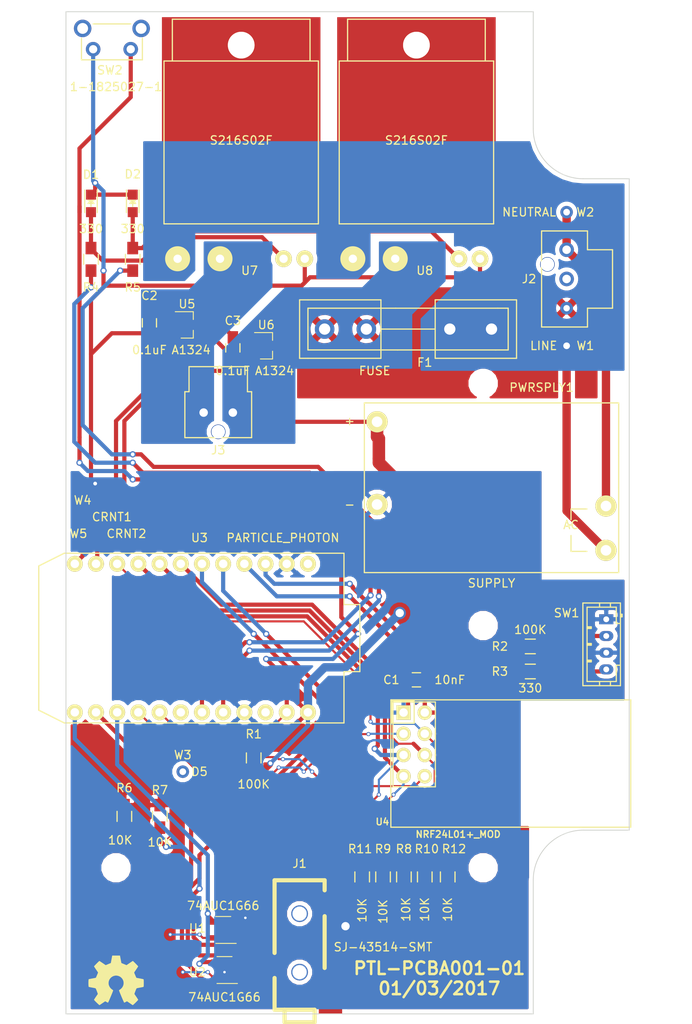
<source format=kicad_pcb>
(kicad_pcb (version 4) (host pcbnew 4.0.5)

  (general
    (links 86)
    (no_connects 1)
    (area 111.894999 29.949999 195.033334 151.450001)
    (thickness 1.6)
    (drawings 13)
    (tracks 364)
    (zones 0)
    (modules 44)
    (nets 33)
  )

  (page A4)
  (layers
    (0 F.Cu signal)
    (31 B.Cu signal)
    (32 B.Adhes user)
    (33 F.Adhes user)
    (34 B.Paste user)
    (35 F.Paste user)
    (36 B.SilkS user)
    (37 F.SilkS user)
    (38 B.Mask user)
    (39 F.Mask user)
    (40 Dwgs.User user)
    (41 Cmts.User user)
    (42 Eco1.User user)
    (43 Eco2.User user)
    (44 Edge.Cuts user)
    (45 Margin user)
    (46 B.CrtYd user)
    (47 F.CrtYd user)
    (48 B.Fab user)
    (49 F.Fab user)
  )

  (setup
    (last_trace_width 0.25)
    (user_trace_width 0.25)
    (user_trace_width 0.5)
    (user_trace_width 0.75)
    (user_trace_width 1)
    (user_trace_width 1.5)
    (trace_clearance 0.2)
    (zone_clearance 0.508)
    (zone_45_only no)
    (trace_min 0.25)
    (segment_width 0.1)
    (edge_width 0.1)
    (via_size 0.6)
    (via_drill 0.4)
    (via_min_size 0.5)
    (via_min_drill 0.3)
    (user_via 0.5 0.3)
    (user_via 0.75 0.45)
    (user_via 1 0.6)
    (user_via 1.5 1)
    (uvia_size 0.3)
    (uvia_drill 0.1)
    (uvias_allowed no)
    (uvia_min_size 0.2)
    (uvia_min_drill 0.1)
    (pcb_text_width 0.3)
    (pcb_text_size 1.5 1.5)
    (mod_edge_width 0.15)
    (mod_text_size 1 1)
    (mod_text_width 0.15)
    (pad_size 2.5 2.5)
    (pad_drill 2.5)
    (pad_to_mask_clearance 0)
    (aux_axis_origin 0 0)
    (visible_elements 7FFFFFFF)
    (pcbplotparams
      (layerselection 0x010f0_80000001)
      (usegerberextensions true)
      (excludeedgelayer true)
      (linewidth 0.100000)
      (plotframeref false)
      (viasonmask false)
      (mode 1)
      (useauxorigin false)
      (hpglpennumber 1)
      (hpglpenspeed 20)
      (hpglpendiameter 15)
      (hpglpenoverlay 2)
      (psnegative false)
      (psa4output false)
      (plotreference true)
      (plotvalue true)
      (plotinvisibletext false)
      (padsonsilk false)
      (subtractmaskfromsilk false)
      (outputformat 1)
      (mirror false)
      (drillshape 0)
      (scaleselection 1)
      (outputdirectory Gerbers/))
  )

  (net 0 "")
  (net 1 GND)
  (net 2 +3V3)
  (net 3 "Net-(D1-Pad2)")
  (net 4 "Net-(D2-Pad2)")
  (net 5 /LINE)
  (net 6 /PIN5)
  (net 7 /PIN6)
  (net 8 /NEUTRAL)
  (net 9 GNDPWR)
  (net 10 /PWR1)
  (net 11 /PWR2)
  (net 12 /PIN23)
  (net 13 /OMNI_SW)
  (net 14 "Net-(R3-Pad1)")
  (net 15 /OMNI_LED)
  (net 16 /PIN20)
  (net 17 /PIN19)
  (net 18 /PIN13)
  (net 19 /AUX_I2C_EN)
  (net 20 /PIN14)
  (net 21 /PIN1)
  (net 22 /MOSI)
  (net 23 /MISO)
  (net 24 /PIN9)
  (net 25 /NRF_SS)
  (net 26 /CRNT1)
  (net 27 /CRNT2)
  (net 28 /PIN22)
  (net 29 /PIN18)
  (net 30 /NRF_IRQ)
  (net 31 /NRF_EN)
  (net 32 /PRE-FUSE)

  (net_class Default "This is the default net class."
    (clearance 0.2)
    (trace_width 0.25)
    (via_dia 0.6)
    (via_drill 0.4)
    (uvia_dia 0.3)
    (uvia_drill 0.1)
    (add_net +3V3)
    (add_net /AUX_I2C_EN)
    (add_net /CRNT1)
    (add_net /CRNT2)
    (add_net /LINE)
    (add_net /MISO)
    (add_net /MOSI)
    (add_net /NEUTRAL)
    (add_net /NRF_EN)
    (add_net /NRF_IRQ)
    (add_net /NRF_SS)
    (add_net /OMNI_LED)
    (add_net /OMNI_SW)
    (add_net /PIN1)
    (add_net /PIN13)
    (add_net /PIN14)
    (add_net /PIN18)
    (add_net /PIN19)
    (add_net /PIN20)
    (add_net /PIN22)
    (add_net /PIN23)
    (add_net /PIN5)
    (add_net /PIN6)
    (add_net /PIN9)
    (add_net /PRE-FUSE)
    (add_net /PWR1)
    (add_net /PWR2)
    (add_net GND)
    (add_net GNDPWR)
    (add_net "Net-(D1-Pad2)")
    (add_net "Net-(D2-Pad2)")
    (add_net "Net-(R3-Pad1)")
  )

  (module "PowerTroll Lib:S216S02" (layer F.Cu) (tedit 586BE555) (tstamp 585A9A55)
    (at 162 59.65)
    (path /55E861AF)
    (fp_text reference U8 (at 1 1.35) (layer F.SilkS)
      (effects (font (size 1 1) (thickness 0.15)))
    )
    (fp_text value S216S02F (at 0 -14.25) (layer F.SilkS)
      (effects (font (size 1 1) (thickness 0.15)))
    )
    (fp_line (start -8.25 -23.75) (end -8.25 -28.75) (layer F.SilkS) (width 0.15))
    (fp_line (start -8.25 -28.75) (end 8.25 -28.75) (layer F.SilkS) (width 0.15))
    (fp_line (start 8.25 -28.75) (end 8.25 -23.75) (layer F.SilkS) (width 0.15))
    (fp_line (start -9.25 -4.25) (end 9.25 -4.25) (layer F.SilkS) (width 0.15))
    (fp_line (start 9.25 -4.25) (end 9.25 -23.75) (layer F.SilkS) (width 0.15))
    (fp_line (start 9.25 -23.75) (end -9.25 -23.75) (layer F.SilkS) (width 0.15))
    (fp_line (start -9.25 -23.75) (end -9.25 -4.25) (layer F.SilkS) (width 0.15))
    (pad 1 thru_hole circle (at -7.62 -0.07) (size 3 3) (drill 1) (layers *.Cu *.Mask F.SilkS)
      (net 5 /LINE))
    (pad 2 thru_hole circle (at -2.54 -0.07) (size 3 3) (drill 1) (layers *.Cu *.Mask F.SilkS)
      (net 11 /PWR2))
    (pad 3 thru_hole circle (at 5.08 -0.07) (size 2 2) (drill 1) (layers *.Cu *.Mask F.SilkS)
      (net 4 "Net-(D2-Pad2)"))
    (pad 4 thru_hole circle (at 7.62 -0.07) (size 2 2) (drill 1) (layers *.Cu *.Mask F.SilkS)
      (net 1 GND))
    (pad "" np_thru_hole circle (at 0 -25.65) (size 3.2 3.2) (drill 3.2) (layers *.Cu *.Mask F.SilkS))
    (pad "" smd rect (at 0 -16.5) (size 19 25) (layers F.Cu))
  )

  (module "PowerTroll Lib:S216S02" (layer F.Cu) (tedit 586BE52F) (tstamp 585A9A4B)
    (at 141 59.65)
    (path /55E861AE)
    (fp_text reference U7 (at 1 1.35) (layer F.SilkS)
      (effects (font (size 1 1) (thickness 0.15)))
    )
    (fp_text value S216S02F (at 0 -14.25) (layer F.SilkS)
      (effects (font (size 1 1) (thickness 0.15)))
    )
    (fp_line (start -8.25 -23.75) (end -8.25 -28.75) (layer F.SilkS) (width 0.15))
    (fp_line (start -8.25 -28.75) (end 8.25 -28.75) (layer F.SilkS) (width 0.15))
    (fp_line (start 8.25 -28.75) (end 8.25 -23.75) (layer F.SilkS) (width 0.15))
    (fp_line (start -9.25 -4.25) (end 9.25 -4.25) (layer F.SilkS) (width 0.15))
    (fp_line (start 9.25 -4.25) (end 9.25 -23.75) (layer F.SilkS) (width 0.15))
    (fp_line (start 9.25 -23.75) (end -9.25 -23.75) (layer F.SilkS) (width 0.15))
    (fp_line (start -9.25 -23.75) (end -9.25 -4.25) (layer F.SilkS) (width 0.15))
    (pad 1 thru_hole circle (at -7.62 -0.07) (size 3 3) (drill 1) (layers *.Cu *.Mask F.SilkS)
      (net 5 /LINE))
    (pad 2 thru_hole circle (at -2.54 -0.07) (size 3 3) (drill 1) (layers *.Cu *.Mask F.SilkS)
      (net 10 /PWR1))
    (pad 3 thru_hole circle (at 5.08 -0.07) (size 2 2) (drill 1) (layers *.Cu *.Mask F.SilkS)
      (net 3 "Net-(D1-Pad2)"))
    (pad 4 thru_hole circle (at 7.62 -0.07) (size 2 2) (drill 1) (layers *.Cu *.Mask F.SilkS)
      (net 1 GND))
    (pad "" np_thru_hole circle (at 0 -25.65) (size 3.2 3.2) (drill 3.2) (layers *.Cu *.Mask F.SilkS))
    (pad "" smd rect (at 0 -16.5) (size 19 25) (layers F.Cu))
  )

  (module Particle:photon (layer F.Cu) (tedit 56106C14) (tstamp 585A9A27)
    (at 133.76 105 270)
    (path /55E89BFE)
    (fp_text reference U3 (at -12 -2.24 360) (layer F.SilkS)
      (effects (font (size 1 1) (thickness 0.15)))
    )
    (fp_text value PARTICLE_PHOTON (at -12 -12.24 360) (layer F.SilkS)
      (effects (font (size 1 1) (thickness 0.15)))
    )
    (fp_text user "all layers" (at 0 19.05 270) (layer Cmts.User)
      (effects (font (size 1 1) (thickness 0.15)))
    )
    (fp_text user "recommended on" (at 0 16.51 270) (layer Cmts.User)
      (effects (font (size 1 1) (thickness 0.15)))
    )
    (fp_text user "signal keep out" (at 0 13.97 270) (layer Cmts.User)
      (effects (font (size 1 1) (thickness 0.15)))
    )
    (fp_text user "ground plane and" (at 0 11.43 270) (layer Cmts.User)
      (effects (font (size 1 1) (thickness 0.15)))
    )
    (fp_line (start 6.35 21.59) (end 7.62 21.59) (layer Dwgs.User) (width 0.15))
    (fp_line (start 7.62 21.59) (end 7.62 8.89) (layer Dwgs.User) (width 0.15))
    (fp_line (start 7.62 8.89) (end -7.62 8.89) (layer Dwgs.User) (width 0.15))
    (fp_line (start 6.35 21.59) (end -7.62 21.59) (layer Dwgs.User) (width 0.15))
    (fp_line (start -7.62 21.59) (end -7.62 8.89) (layer Dwgs.User) (width 0.15))
    (fp_line (start 10.16 13.97) (end 8.636 17.018) (layer F.SilkS) (width 0.15))
    (fp_line (start -10.16 13.97) (end -8.636 17.018) (layer F.SilkS) (width 0.15))
    (fp_line (start -8.636 17.018) (end 8.636 17.018) (layer F.SilkS) (width 0.15))
    (fp_line (start 10.16 -19.558) (end 10.16 13.97) (layer F.SilkS) (width 0.15))
    (fp_line (start -10.16 -19.558) (end -10.16 13.97) (layer F.SilkS) (width 0.15))
    (fp_line (start 4.0132 -19.558) (end 10.16 -19.558) (layer F.SilkS) (width 0.15))
    (fp_line (start -4.0132 -19.558) (end -10.16 -19.558) (layer F.SilkS) (width 0.15))
    (fp_line (start -4.0132 -21.463) (end -4.0132 -19.558) (layer F.SilkS) (width 0.15))
    (fp_line (start 4.0132 -21.463) (end 4.0132 -19.558) (layer F.SilkS) (width 0.15))
    (fp_line (start -4.0132 -21.463) (end 4.0132 -21.463) (layer F.SilkS) (width 0.15))
    (pad 1 thru_hole circle (at -8.89 -15.24 270) (size 1.9 1.9) (drill 1.02) (layers *.Cu *.Mask F.SilkS)
      (net 21 /PIN1))
    (pad 2 thru_hole circle (at -8.89 -12.7 270) (size 1.9 1.9) (drill 1.02) (layers *.Cu *.Mask F.SilkS)
      (net 1 GND))
    (pad 3 thru_hole circle (at -8.89 -10.16 270) (size 1.9 1.9) (drill 1.02) (layers *.Cu *.Mask F.SilkS)
      (net 13 /OMNI_SW))
    (pad 4 thru_hole circle (at -8.89 -7.62 270) (size 1.9 1.9) (drill 1.02) (layers *.Cu *.Mask F.SilkS)
      (net 15 /OMNI_LED))
    (pad 5 thru_hole circle (at -8.89 -5.08 270) (size 1.9 1.9) (drill 1.02) (layers *.Cu *.Mask F.SilkS)
      (net 6 /PIN5))
    (pad 6 thru_hole circle (at -8.89 -2.54 270) (size 1.9 1.9) (drill 1.02) (layers *.Cu *.Mask F.SilkS)
      (net 7 /PIN6))
    (pad 7 thru_hole circle (at -8.89 0 270) (size 1.9 1.9) (drill 1.02) (layers *.Cu *.Mask F.SilkS)
      (net 22 /MOSI))
    (pad 8 thru_hole circle (at -8.89 2.54 270) (size 1.9 1.9) (drill 1.02) (layers *.Cu *.Mask F.SilkS)
      (net 23 /MISO))
    (pad 9 thru_hole circle (at -8.89 5.08 270) (size 1.9 1.9) (drill 1.02) (layers *.Cu *.Mask F.SilkS)
      (net 24 /PIN9))
    (pad 10 thru_hole circle (at -8.89 7.62 270) (size 1.9 1.9) (drill 1.02) (layers *.Cu *.Mask F.SilkS)
      (net 25 /NRF_SS))
    (pad 11 thru_hole circle (at -8.89 10.16 270) (size 1.9 1.9) (drill 1.02) (layers *.Cu *.Mask F.SilkS)
      (net 27 /CRNT2))
    (pad 12 thru_hole circle (at -8.89 12.7 270) (size 1.9 1.9) (drill 1.02) (layers *.Cu *.Mask F.SilkS)
      (net 26 /CRNT1))
    (pad 24 thru_hole circle (at 8.89 -15.24 270) (size 1.9 1.9) (drill 1.02) (layers *.Cu *.Mask F.SilkS)
      (net 2 +3V3))
    (pad 23 thru_hole circle (at 8.89 -12.7 270) (size 1.9 1.9) (drill 1.02) (layers *.Cu *.Mask F.SilkS)
      (net 12 /PIN23))
    (pad 22 thru_hole circle (at 8.89 -10.16 270) (size 1.9 1.9) (drill 1.02) (layers *.Cu *.Mask F.SilkS)
      (net 28 /PIN22))
    (pad 21 thru_hole circle (at 8.89 -7.62 270) (size 1.9 1.9) (drill 1.02) (layers *.Cu *.Mask F.SilkS)
      (net 1 GND))
    (pad 20 thru_hole circle (at 8.89 -5.08 270) (size 1.9 1.9) (drill 1.02) (layers *.Cu *.Mask F.SilkS)
      (net 16 /PIN20))
    (pad 19 thru_hole circle (at 8.89 -2.54 270) (size 1.9 1.9) (drill 1.02) (layers *.Cu *.Mask F.SilkS)
      (net 17 /PIN19))
    (pad 18 thru_hole circle (at 8.89 0 270) (size 1.9 1.9) (drill 1.02) (layers *.Cu *.Mask F.SilkS)
      (net 29 /PIN18))
    (pad 17 thru_hole circle (at 8.89 2.54 270) (size 1.9 1.9) (drill 1.02) (layers *.Cu *.Mask F.SilkS)
      (net 30 /NRF_IRQ))
    (pad 16 thru_hole circle (at 8.89 5.08 270) (size 1.9 1.9) (drill 1.02) (layers *.Cu *.Mask F.SilkS)
      (net 31 /NRF_EN))
    (pad 15 thru_hole circle (at 8.89 7.62 270) (size 1.9 1.9) (drill 1.02) (layers *.Cu *.Mask F.SilkS)
      (net 19 /AUX_I2C_EN))
    (pad 14 thru_hole circle (at 8.89 10.16 270) (size 1.9 1.9) (drill 1.02) (layers *.Cu *.Mask F.SilkS)
      (net 20 /PIN14))
    (pad 13 thru_hole circle (at 8.89 12.7 270) (size 1.9 1.9) (drill 1.02) (layers *.Cu *.Mask F.SilkS)
      (net 18 /PIN13))
  )

  (module "PowerTroll Lib:NRF24L01" (layer F.Cu) (tedit 585AF7FB) (tstamp 585A9A33)
    (at 158.936 112.396 90)
    (descr NRF24L01)
    (tags "nRF 24 NRF24L01 NRF24L01+")
    (path /585907A3)
    (fp_text reference U4 (at -14.604 -1.016 180) (layer F.SilkS)
      (effects (font (size 0.8 0.8) (thickness 0.16)))
    )
    (fp_text value NRF24L01+_MOD (at -16.104 8.064 180) (layer F.SilkS)
      (effects (font (size 0.8 0.8) (thickness 0.16)))
    )
    (fp_line (start 0 0) (end -15.25 0) (layer F.SilkS) (width 0.15))
    (fp_line (start 0 28.75) (end 0 0) (layer F.SilkS) (width 0.15))
    (fp_line (start -15.25 28.75) (end 0 28.75) (layer F.SilkS) (width 0.15))
    (fp_line (start -15.25 0) (end -15.25 28.75) (layer F.SilkS) (width 0.15))
    (fp_line (start -15.25 28.8) (end 0 28.8) (layer F.CrtYd) (width 0.15))
    (fp_line (start 0 28.8) (end 0 0) (layer F.CrtYd) (width 0.15))
    (fp_line (start 0 0) (end -15.25 0) (layer F.CrtYd) (width 0.15))
    (fp_line (start -15.25 0) (end -15.25 28.8) (layer F.CrtYd) (width 0.15))
    (fp_line (start -2.794 0.127) (end -0.127 0.127) (layer F.SilkS) (width 0.15))
    (fp_line (start -0.127 0.127) (end -0.127 2.794) (layer F.SilkS) (width 0.15))
    (fp_line (start 0 0) (end -15.25 0) (layer B.CrtYd) (width 0.15))
    (fp_line (start -15.25 0) (end -15.25 28.8) (layer B.CrtYd) (width 0.15))
    (fp_line (start -15.25 28.8) (end 0 28.8) (layer B.CrtYd) (width 0.15))
    (fp_line (start 0 28.8) (end 0 0) (layer B.CrtYd) (width 0.15))
    (fp_line (start -7.874 0.254) (end -10.414 0.254) (layer F.SilkS) (width 0.15))
    (fp_line (start -10.414 0.254) (end -10.414 2.794) (layer F.SilkS) (width 0.15))
    (fp_line (start -2.794 0.254) (end -2.794 2.794) (layer F.SilkS) (width 0.15))
    (fp_line (start -2.794 2.794) (end -0.254 2.794) (layer F.SilkS) (width 0.15))
    (fp_line (start -10.894 -0.226) (end -10.894 5.824) (layer F.CrtYd) (width 0.05))
    (fp_line (start 0.256 -0.226) (end 0.256 5.824) (layer F.CrtYd) (width 0.05))
    (fp_line (start -10.894 -0.226) (end 0.256 -0.226) (layer F.CrtYd) (width 0.05))
    (fp_line (start -10.894 5.824) (end 0.256 5.824) (layer F.CrtYd) (width 0.05))
    (fp_line (start -7.874 0.254) (end -0.254 0.254) (layer F.SilkS) (width 0.15))
    (fp_line (start -0.254 0.254) (end -0.254 5.334) (layer F.SilkS) (width 0.15))
    (fp_line (start -0.254 5.334) (end -10.414 5.334) (layer F.SilkS) (width 0.15))
    (fp_line (start -10.414 5.334) (end -10.414 2.794) (layer F.SilkS) (width 0.15))
    (pad 7 thru_hole oval (at -9.144 1.524 90) (size 1.7272 1.7272) (drill 1.016) (layers *.Cu *.Mask F.SilkS)
      (net 23 /MISO))
    (pad 8 thru_hole oval (at -9.144 4.064 90) (size 1.7272 1.7272) (drill 1.016) (layers *.Cu *.Mask F.SilkS)
      (net 30 /NRF_IRQ))
    (pad 5 thru_hole oval (at -6.604 1.524 90) (size 1.7272 1.7272) (drill 1.016) (layers *.Cu *.Mask F.SilkS)
      (net 24 /PIN9))
    (pad 6 thru_hole oval (at -6.604 4.064 90) (size 1.7272 1.7272) (drill 1.016) (layers *.Cu *.Mask F.SilkS)
      (net 22 /MOSI))
    (pad 3 thru_hole oval (at -4.064 1.524 90) (size 1.7272 1.7272) (drill 1.016) (layers *.Cu *.Mask F.SilkS)
      (net 31 /NRF_EN))
    (pad 4 thru_hole oval (at -4.064 4.064 90) (size 1.7272 1.7272) (drill 1.016) (layers *.Cu *.Mask F.SilkS)
      (net 25 /NRF_SS))
    (pad 1 thru_hole rect (at -1.524 1.524 90) (size 1.7272 1.7272) (drill 1.016) (layers *.Cu *.Mask F.SilkS)
      (net 1 GND))
    (pad 2 thru_hole oval (at -1.524 4.064 90) (size 1.7272 1.7272) (drill 1.016) (layers *.Cu *.Mask F.SilkS)
      (net 2 +3V3))
    (model Socket_Strips.3dshapes/Socket_Strip_Straight_2x04.wrl
      (at (xyz -0.21 -0.11 0))
      (scale (xyz 1 1 1))
      (rotate (xyz 0 0 0))
    )
    (model Pin_Headers.3dshapes/Pin_Header_Straight_2x04.wrl
      (at (xyz -0.21 -0.11 0.442))
      (scale (xyz 1 1 1))
      (rotate (xyz 0 180 0))
    )
    (model ${MYSLOCAL}/mysensors.3dshapes/mysensors_radios.3dshapes/nrf24l01.wrl
      (at (xyz -0.3 -0.5669999999999999 0.475))
      (scale (xyz 0.395 0.395 0.395))
      (rotate (xyz 0 0 0))
    )
    (model Housings_DFN_QFN.3dshapes/QFN-20-1EP_4x4mm_Pitch0.5mm.wrl
      (at (xyz -0.22 -0.51 0.509))
      (scale (xyz 1 1 1))
      (rotate (xyz 0 0 0))
    )
    (model ${MYSLOCAL}/mysensors.3dshapes/w.lain.3dshapes/crystal/crystal_hc-49s.wrl
      (at (xyz -0.5 -0.475 0.51))
      (scale (xyz 1 1 1))
      (rotate (xyz 0 0 90))
    )
  )

  (module "PowerTroll Lib:MountingHole_2.5x4mm" (layer F.Cu) (tedit 585AEB3A) (tstamp 585AEBD8)
    (at 126 45.5)
    (descr "Mounting Hole 2.5mm, no annular")
    (tags "mounting hole 2.5mm no annular")
    (fp_text reference REF** (at 0 -3.5) (layer F.Fab) hide
      (effects (font (size 1 1) (thickness 0.15)))
    )
    (fp_text value MountingHole_2.5x4mm (at 0 3.5) (layer F.Fab) hide
      (effects (font (size 1 1) (thickness 0.15)))
    )
    (fp_circle (center 0 0) (end 2 0) (layer Cmts.User) (width 0.15))
    (fp_circle (center 0 0) (end 2.125 0) (layer F.CrtYd) (width 0.05))
    (pad 1 np_thru_hole circle (at 0 0) (size 2.5 2.5) (drill 2.5) (layers *.Cu *.Mask))
  )

  (module "PowerTroll Lib:MountingHole_2.5x4mm" (layer F.Cu) (tedit 585AEBDC) (tstamp 585AEBBA)
    (at 170 103.5)
    (descr "Mounting Hole 2.5mm, no annular")
    (tags "mounting hole 2.5mm no annular")
    (fp_text reference REF** (at 0 -3.5) (layer F.Fab) hide
      (effects (font (size 1 1) (thickness 0.15)))
    )
    (fp_text value MountingHole_2.5x4mm (at 0 3.5) (layer F.Fab) hide
      (effects (font (size 1 1) (thickness 0.15)))
    )
    (fp_circle (center 0 0) (end 2 0) (layer Cmts.User) (width 0.15))
    (fp_circle (center 0 0) (end 2.125 0) (layer F.CrtYd) (width 0.05))
    (pad 1 np_thru_hole circle (at 0 0) (size 2.5 2.5) (drill 2.5) (layers *.Cu *.Mask))
  )

  (module "PowerTroll Lib:MountingHole_2.5x4mm" (layer F.Cu) (tedit 586BB3D3) (tstamp 585AEBB4)
    (at 126 74.5)
    (descr "Mounting Hole 2.5mm, no annular")
    (tags "mounting hole 2.5mm no annular")
    (fp_text reference REF** (at 0 -3.5) (layer F.Fab) hide
      (effects (font (size 1 1) (thickness 0.15)))
    )
    (fp_text value MountingHole_2.5x4mm (at 0 3.5) (layer F.Fab) hide
      (effects (font (size 1 1) (thickness 0.15)))
    )
    (fp_circle (center 0 0) (end 2 0) (layer Cmts.User) (width 0.15))
    (fp_circle (center 0 0) (end 2.125 0) (layer F.CrtYd) (width 0.05))
    (pad 1 np_thru_hole circle (at 0 0) (size 2.5 2.5) (drill 2.5) (layers *.Cu *.Mask))
  )

  (module "PowerTroll Lib:MountingHole_2.5x4mm" (layer F.Cu) (tedit 585AEB6E) (tstamp 585AEBAE)
    (at 170 74.5)
    (descr "Mounting Hole 2.5mm, no annular")
    (tags "mounting hole 2.5mm no annular")
    (fp_text reference REF** (at 0 -3.5) (layer F.Fab) hide
      (effects (font (size 1 1) (thickness 0.15)))
    )
    (fp_text value MountingHole_2.5x4mm (at 0 3.5) (layer F.Fab) hide
      (effects (font (size 1 1) (thickness 0.15)))
    )
    (fp_circle (center 0 0) (end 2 0) (layer Cmts.User) (width 0.15))
    (fp_circle (center 0 0) (end 2.125 0) (layer F.CrtYd) (width 0.05))
    (pad 1 np_thru_hole circle (at 0 0) (size 2.5 2.5) (drill 2.5) (layers *.Cu *.Mask))
  )

  (module "PowerTroll Lib:MountingHole_2.5x4mm" (layer F.Cu) (tedit 585AEB9C) (tstamp 585AEB9B)
    (at 170 132.5)
    (descr "Mounting Hole 2.5mm, no annular")
    (tags "mounting hole 2.5mm no annular")
    (fp_text reference REF** (at 0 -3.5) (layer F.SilkS) hide
      (effects (font (size 1 1) (thickness 0.15)))
    )
    (fp_text value MountingHole_2.5x4mm (at 0 3.5) (layer F.Fab) hide
      (effects (font (size 1 1) (thickness 0.15)))
    )
    (fp_circle (center 0 0) (end 2 0) (layer Cmts.User) (width 0.15))
    (fp_circle (center 0 0) (end 2.125 0) (layer F.CrtYd) (width 0.05))
    (pad 1 np_thru_hole circle (at 0 0) (size 2.5 2.5) (drill 2.5) (layers *.Cu *.Mask))
  )

  (module Capacitors_SMD:C_0805 (layer F.Cu) (tedit 585AE9D7) (tstamp 585A9986)
    (at 162 110)
    (descr "Capacitor SMD 0805, reflow soldering, AVX (see smccp.pdf)")
    (tags "capacitor 0805")
    (path /58596273)
    (attr smd)
    (fp_text reference C1 (at -3 0) (layer F.SilkS)
      (effects (font (size 1 1) (thickness 0.15)))
    )
    (fp_text value 10nF (at 4 0) (layer F.SilkS)
      (effects (font (size 1 1) (thickness 0.15)))
    )
    (fp_line (start -1 0.625) (end -1 -0.625) (layer F.Fab) (width 0.15))
    (fp_line (start 1 0.625) (end -1 0.625) (layer F.Fab) (width 0.15))
    (fp_line (start 1 -0.625) (end 1 0.625) (layer F.Fab) (width 0.15))
    (fp_line (start -1 -0.625) (end 1 -0.625) (layer F.Fab) (width 0.15))
    (fp_line (start -1.8 -1) (end 1.8 -1) (layer F.CrtYd) (width 0.05))
    (fp_line (start -1.8 1) (end 1.8 1) (layer F.CrtYd) (width 0.05))
    (fp_line (start -1.8 -1) (end -1.8 1) (layer F.CrtYd) (width 0.05))
    (fp_line (start 1.8 -1) (end 1.8 1) (layer F.CrtYd) (width 0.05))
    (fp_line (start 0.5 -0.85) (end -0.5 -0.85) (layer F.SilkS) (width 0.15))
    (fp_line (start -0.5 0.85) (end 0.5 0.85) (layer F.SilkS) (width 0.15))
    (pad 1 smd rect (at -1 0) (size 1 1.25) (layers F.Cu F.Paste F.Mask)
      (net 1 GND))
    (pad 2 smd rect (at 1 0) (size 1 1.25) (layers F.Cu F.Paste F.Mask)
      (net 2 +3V3))
    (model Capacitors_SMD.3dshapes/C_0805.wrl
      (at (xyz 0 0 0))
      (scale (xyz 1 1 1))
      (rotate (xyz 0 0 0))
    )
  )

  (module Capacitors_SMD:C_0805_HandSoldering (layer F.Cu) (tedit 585AEB09) (tstamp 585A998C)
    (at 130 67.25 270)
    (descr "Capacitor SMD 0805, hand soldering")
    (tags "capacitor 0805")
    (path /55E861BA)
    (attr smd)
    (fp_text reference C2 (at -3.25 0 360) (layer F.SilkS)
      (effects (font (size 1 1) (thickness 0.15)))
    )
    (fp_text value 0.1uF (at 3.25 0 360) (layer F.SilkS)
      (effects (font (size 1 1) (thickness 0.15)))
    )
    (fp_line (start -1 0.625) (end -1 -0.625) (layer F.Fab) (width 0.15))
    (fp_line (start 1 0.625) (end -1 0.625) (layer F.Fab) (width 0.15))
    (fp_line (start 1 -0.625) (end 1 0.625) (layer F.Fab) (width 0.15))
    (fp_line (start -1 -0.625) (end 1 -0.625) (layer F.Fab) (width 0.15))
    (fp_line (start -2.3 -1) (end 2.3 -1) (layer F.CrtYd) (width 0.05))
    (fp_line (start -2.3 1) (end 2.3 1) (layer F.CrtYd) (width 0.05))
    (fp_line (start -2.3 -1) (end -2.3 1) (layer F.CrtYd) (width 0.05))
    (fp_line (start 2.3 -1) (end 2.3 1) (layer F.CrtYd) (width 0.05))
    (fp_line (start 0.5 -0.85) (end -0.5 -0.85) (layer F.SilkS) (width 0.15))
    (fp_line (start -0.5 0.85) (end 0.5 0.85) (layer F.SilkS) (width 0.15))
    (pad 1 smd rect (at -1.25 0 270) (size 1.5 1.25) (layers F.Cu F.Paste F.Mask)
      (net 2 +3V3))
    (pad 2 smd rect (at 1.25 0 270) (size 1.5 1.25) (layers F.Cu F.Paste F.Mask)
      (net 1 GND))
    (model Capacitors_SMD.3dshapes/C_0805_HandSoldering.wrl
      (at (xyz 0 0 0))
      (scale (xyz 1 1 1))
      (rotate (xyz 0 0 0))
    )
  )

  (module Capacitors_SMD:C_0805_HandSoldering (layer F.Cu) (tedit 585AEAC8) (tstamp 585A9992)
    (at 140 70.25 270)
    (descr "Capacitor SMD 0805, hand soldering")
    (tags "capacitor 0805")
    (path /55E861B6)
    (attr smd)
    (fp_text reference C3 (at -3.25 0 360) (layer F.SilkS)
      (effects (font (size 1 1) (thickness 0.15)))
    )
    (fp_text value 0.1uF (at 2.75 0 360) (layer F.SilkS)
      (effects (font (size 1 1) (thickness 0.15)))
    )
    (fp_line (start -1 0.625) (end -1 -0.625) (layer F.Fab) (width 0.15))
    (fp_line (start 1 0.625) (end -1 0.625) (layer F.Fab) (width 0.15))
    (fp_line (start 1 -0.625) (end 1 0.625) (layer F.Fab) (width 0.15))
    (fp_line (start -1 -0.625) (end 1 -0.625) (layer F.Fab) (width 0.15))
    (fp_line (start -2.3 -1) (end 2.3 -1) (layer F.CrtYd) (width 0.05))
    (fp_line (start -2.3 1) (end 2.3 1) (layer F.CrtYd) (width 0.05))
    (fp_line (start -2.3 -1) (end -2.3 1) (layer F.CrtYd) (width 0.05))
    (fp_line (start 2.3 -1) (end 2.3 1) (layer F.CrtYd) (width 0.05))
    (fp_line (start 0.5 -0.85) (end -0.5 -0.85) (layer F.SilkS) (width 0.15))
    (fp_line (start -0.5 0.85) (end 0.5 0.85) (layer F.SilkS) (width 0.15))
    (pad 1 smd rect (at -1.25 0 270) (size 1.5 1.25) (layers F.Cu F.Paste F.Mask)
      (net 2 +3V3))
    (pad 2 smd rect (at 1.25 0 270) (size 1.5 1.25) (layers F.Cu F.Paste F.Mask)
      (net 1 GND))
    (model Capacitors_SMD.3dshapes/C_0805_HandSoldering.wrl
      (at (xyz 0 0 0))
      (scale (xyz 1 1 1))
      (rotate (xyz 0 0 0))
    )
  )

  (module LEDs:LED_0805 (layer F.Cu) (tedit 585AEB2C) (tstamp 585A9998)
    (at 123 52.95098 270)
    (descr "LED 0805 smd package")
    (tags "LED 0805 SMD")
    (path /585AACAB)
    (attr smd)
    (fp_text reference D1 (at -3.45098 0 360) (layer F.SilkS)
      (effects (font (size 1 1) (thickness 0.15)))
    )
    (fp_text value LED_GREEN (at 0 1.75 270) (layer F.Fab) hide
      (effects (font (size 1 1) (thickness 0.15)))
    )
    (fp_line (start -0.4 -0.3) (end -0.4 0.3) (layer F.Fab) (width 0.15))
    (fp_line (start -0.3 0) (end 0 -0.3) (layer F.Fab) (width 0.15))
    (fp_line (start 0 0.3) (end -0.3 0) (layer F.Fab) (width 0.15))
    (fp_line (start 0 -0.3) (end 0 0.3) (layer F.Fab) (width 0.15))
    (fp_line (start 1 -0.6) (end -1 -0.6) (layer F.Fab) (width 0.15))
    (fp_line (start 1 0.6) (end 1 -0.6) (layer F.Fab) (width 0.15))
    (fp_line (start -1 0.6) (end 1 0.6) (layer F.Fab) (width 0.15))
    (fp_line (start -1 -0.6) (end -1 0.6) (layer F.Fab) (width 0.15))
    (fp_line (start -1.6 0.75) (end 1.1 0.75) (layer F.SilkS) (width 0.15))
    (fp_line (start -1.6 -0.75) (end 1.1 -0.75) (layer F.SilkS) (width 0.15))
    (fp_line (start -0.1 0.15) (end -0.1 -0.1) (layer F.SilkS) (width 0.15))
    (fp_line (start -0.1 -0.1) (end -0.25 0.05) (layer F.SilkS) (width 0.15))
    (fp_line (start -0.35 -0.35) (end -0.35 0.35) (layer F.SilkS) (width 0.15))
    (fp_line (start 0 0) (end 0.35 0) (layer F.SilkS) (width 0.15))
    (fp_line (start -0.35 0) (end 0 -0.35) (layer F.SilkS) (width 0.15))
    (fp_line (start 0 -0.35) (end 0 0.35) (layer F.SilkS) (width 0.15))
    (fp_line (start 0 0.35) (end -0.35 0) (layer F.SilkS) (width 0.15))
    (fp_line (start 1.9 -0.95) (end 1.9 0.95) (layer F.CrtYd) (width 0.05))
    (fp_line (start 1.9 0.95) (end -1.9 0.95) (layer F.CrtYd) (width 0.05))
    (fp_line (start -1.9 0.95) (end -1.9 -0.95) (layer F.CrtYd) (width 0.05))
    (fp_line (start -1.9 -0.95) (end 1.9 -0.95) (layer F.CrtYd) (width 0.05))
    (pad 2 smd rect (at 1.04902 0 90) (size 1.19888 1.19888) (layers F.Cu F.Paste F.Mask)
      (net 3 "Net-(D1-Pad2)"))
    (pad 1 smd rect (at -1.04902 0 90) (size 1.19888 1.19888) (layers F.Cu F.Paste F.Mask)
      (net 1 GND))
    (model LEDs.3dshapes/LED_0805.wrl
      (at (xyz 0 0 0))
      (scale (xyz 1 1 1))
      (rotate (xyz 0 0 0))
    )
  )

  (module LEDs:LED_0805 (layer F.Cu) (tedit 585AEB2F) (tstamp 585A999E)
    (at 128 52.95098 270)
    (descr "LED 0805 smd package")
    (tags "LED 0805 SMD")
    (path /585AB361)
    (attr smd)
    (fp_text reference D2 (at -3.5 0 360) (layer F.SilkS)
      (effects (font (size 1 1) (thickness 0.15)))
    )
    (fp_text value LED_GREEN (at 0 1.75 270) (layer F.Fab) hide
      (effects (font (size 1 1) (thickness 0.15)))
    )
    (fp_line (start -0.4 -0.3) (end -0.4 0.3) (layer F.Fab) (width 0.15))
    (fp_line (start -0.3 0) (end 0 -0.3) (layer F.Fab) (width 0.15))
    (fp_line (start 0 0.3) (end -0.3 0) (layer F.Fab) (width 0.15))
    (fp_line (start 0 -0.3) (end 0 0.3) (layer F.Fab) (width 0.15))
    (fp_line (start 1 -0.6) (end -1 -0.6) (layer F.Fab) (width 0.15))
    (fp_line (start 1 0.6) (end 1 -0.6) (layer F.Fab) (width 0.15))
    (fp_line (start -1 0.6) (end 1 0.6) (layer F.Fab) (width 0.15))
    (fp_line (start -1 -0.6) (end -1 0.6) (layer F.Fab) (width 0.15))
    (fp_line (start -1.6 0.75) (end 1.1 0.75) (layer F.SilkS) (width 0.15))
    (fp_line (start -1.6 -0.75) (end 1.1 -0.75) (layer F.SilkS) (width 0.15))
    (fp_line (start -0.1 0.15) (end -0.1 -0.1) (layer F.SilkS) (width 0.15))
    (fp_line (start -0.1 -0.1) (end -0.25 0.05) (layer F.SilkS) (width 0.15))
    (fp_line (start -0.35 -0.35) (end -0.35 0.35) (layer F.SilkS) (width 0.15))
    (fp_line (start 0 0) (end 0.35 0) (layer F.SilkS) (width 0.15))
    (fp_line (start -0.35 0) (end 0 -0.35) (layer F.SilkS) (width 0.15))
    (fp_line (start 0 -0.35) (end 0 0.35) (layer F.SilkS) (width 0.15))
    (fp_line (start 0 0.35) (end -0.35 0) (layer F.SilkS) (width 0.15))
    (fp_line (start 1.9 -0.95) (end 1.9 0.95) (layer F.CrtYd) (width 0.05))
    (fp_line (start 1.9 0.95) (end -1.9 0.95) (layer F.CrtYd) (width 0.05))
    (fp_line (start -1.9 0.95) (end -1.9 -0.95) (layer F.CrtYd) (width 0.05))
    (fp_line (start -1.9 -0.95) (end 1.9 -0.95) (layer F.CrtYd) (width 0.05))
    (pad 2 smd rect (at 1.04902 0 90) (size 1.19888 1.19888) (layers F.Cu F.Paste F.Mask)
      (net 4 "Net-(D2-Pad2)"))
    (pad 1 smd rect (at -1.04902 0 90) (size 1.19888 1.19888) (layers F.Cu F.Paste F.Mask)
      (net 1 GND))
    (model LEDs.3dshapes/LED_0805.wrl
      (at (xyz 0 0 0))
      (scale (xyz 1 1 1))
      (rotate (xyz 0 0 0))
    )
  )

  (module Fuse_Holders_and_Fuses:Fuseholder5x20_horiz_open_inline_Type-I (layer F.Cu) (tedit 585AEB65) (tstamp 585A99A6)
    (at 160.99874 68 180)
    (descr "Fuseholder, 5x20, open, horizontal, Type-I, Inline,")
    (tags "Fuseholder, 5x20, open, horizontal, Type-I, Inline, Sicherungshalter, offen,")
    (path /55E861CE)
    (fp_text reference F1 (at -2.00126 -4 180) (layer F.SilkS)
      (effects (font (size 1 1) (thickness 0.15)))
    )
    (fp_text value FUSE (at 3.99874 -5 180) (layer F.SilkS)
      (effects (font (size 1 1) (thickness 0.15)))
    )
    (fp_line (start 3.2512 0) (end -3.2512 0) (layer F.SilkS) (width 0.15))
    (fp_line (start 3.2512 -3.50012) (end 3.2512 3.50012) (layer F.SilkS) (width 0.15))
    (fp_line (start 11.99896 3.50012) (end 3.2512 3.50012) (layer F.SilkS) (width 0.15))
    (fp_line (start 11.99896 -3.50012) (end 3.2512 -3.50012) (layer F.SilkS) (width 0.15))
    (fp_line (start -10.74928 2.49936) (end -11.99896 2.49936) (layer F.SilkS) (width 0.15))
    (fp_line (start -10.50036 -2.49936) (end -11.99896 -2.49936) (layer F.SilkS) (width 0.15))
    (fp_line (start 1.50114 2.49936) (end -10.74928 2.49936) (layer F.SilkS) (width 0.15))
    (fp_line (start 1.24968 -2.49936) (end -10.50036 -2.49936) (layer F.SilkS) (width 0.15))
    (fp_line (start 11.99896 2.49936) (end 1.50114 2.49936) (layer F.SilkS) (width 0.15))
    (fp_line (start 11.99896 -2.49936) (end 1.24968 -2.49936) (layer F.SilkS) (width 0.15))
    (fp_line (start 11.99896 -2.49936) (end 11.99896 2.49936) (layer F.SilkS) (width 0.15))
    (fp_line (start 12.99972 -3.50012) (end 11.99896 -3.50012) (layer F.SilkS) (width 0.15))
    (fp_line (start 12.99972 -3.50012) (end 12.99972 3.50012) (layer F.SilkS) (width 0.15))
    (fp_line (start 12.99972 3.50012) (end 11.99896 3.50012) (layer F.SilkS) (width 0.15))
    (fp_line (start -11.99896 -2.49936) (end -11.99896 2.49936) (layer F.SilkS) (width 0.15))
    (fp_line (start -3.2512 -3.50012) (end -12.99972 -3.50012) (layer F.SilkS) (width 0.15))
    (fp_line (start -12.99972 -3.50012) (end -12.99972 3.50012) (layer F.SilkS) (width 0.15))
    (fp_line (start -3.2512 3.50012) (end -12.99972 3.50012) (layer F.SilkS) (width 0.15))
    (fp_line (start -3.2512 -3.50012) (end -3.2512 3.50012) (layer F.SilkS) (width 0.15))
    (pad 2 thru_hole circle (at 5.00126 0 180) (size 2.3495 2.3495) (drill 1.34874) (layers *.Cu *.Mask)
      (net 32 /PRE-FUSE))
    (pad 2 thru_hole circle (at 9.99998 0 180) (size 2.3495 2.3495) (drill 1.34874) (layers *.Cu *.Mask)
      (net 32 /PRE-FUSE))
    (pad 1 thru_hole circle (at -5.00126 0 180) (size 2.3495 2.3495) (drill 1.34874) (layers *.Cu *.Mask)
      (net 5 /LINE))
    (pad 1 thru_hole circle (at -9.99998 0 180) (size 2.3495 2.3495) (drill 1.34874) (layers *.Cu *.Mask)
      (net 5 /LINE))
  )

  (module "PowerTroll Lib:SJ-43514-SMT" (layer F.Cu) (tedit 585AEA31) (tstamp 585A99B0)
    (at 148 141.5 90)
    (path /58588A86)
    (fp_text reference J1 (at 9.5 0 180) (layer F.SilkS)
      (effects (font (size 1 1) (thickness 0.15)))
    )
    (fp_text value SJ-43514-SMT (at -0.5 10 180) (layer F.SilkS)
      (effects (font (size 1 1) (thickness 0.15)))
    )
    (fp_line (start -8 1.8) (end -9.5 1.8) (layer F.SilkS) (width 0.5))
    (fp_line (start -9.5 1.8) (end -9.5 -1.8) (layer F.SilkS) (width 0.5))
    (fp_line (start -9.5 -1.8) (end -8 -1.8) (layer F.SilkS) (width 0.5))
    (fp_line (start -8 -3) (end -4.2 -3) (layer F.SilkS) (width 0.5))
    (fp_line (start 7.5 3) (end 6.3 3) (layer F.SilkS) (width 0.5))
    (fp_line (start -3 3) (end 3.2 3) (layer F.SilkS) (width 0.5))
    (fp_line (start 7.5 -3) (end 7.5 3) (layer F.SilkS) (width 0.5))
    (fp_line (start -1.2 -3) (end 7.5 -3) (layer F.SilkS) (width 0.5))
    (fp_line (start -8 -3) (end -8 1.8) (layer F.SilkS) (width 0.5))
    (pad 2 smd rect (at 4.8 3.7 90) (size 2.2 2.8) (layers F.Cu F.Paste F.Mask)
      (net 1 GND))
    (pad 3 smd rect (at -2.7 -3.7 90) (size 2.2 2.8) (layers F.Cu F.Paste F.Mask)
      (net 7 /PIN6))
    (pad 4 smd rect (at -4.6 3.7 90) (size 2.2 2.8) (layers F.Cu F.Paste F.Mask)
      (net 6 /PIN5))
    (pad "" np_thru_hole circle (at -3.5 0 90) (size 2 2) (drill 1.7) (layers *.Cu *.Mask))
    (pad 1 smd rect (at -7.4 3.7 90) (size 2.2 2.8) (layers F.Cu F.Paste F.Mask)
      (net 2 +3V3))
    (pad "" np_thru_hole circle (at 3.5 0 90) (size 2 2) (drill 1.7) (layers *.Cu *.Mask))
  )

  (module Connectors_Molex:Molex_UltraFit-1722861103_3x3.50mm_Straight (layer F.Cu) (tedit 585A855E) (tstamp 585A99B8)
    (at 180 62 270)
    (path /55E9DE65)
    (fp_text reference J2 (at 0 4.5 360) (layer F.SilkS)
      (effects (font (size 1 1) (thickness 0.15)))
    )
    (fp_text value CONN_01X03 (at 0 -10 360) (layer F.Fab) hide
      (effects (font (size 1 1) (thickness 0.15)))
    )
    (fp_line (start -5.75 -2.5) (end -5.75 3) (layer F.SilkS) (width 0.15))
    (fp_line (start -3.5 -2.5) (end -5.75 -2.5) (layer F.SilkS) (width 0.15))
    (fp_line (start -3.5 -5.5) (end -3.5 -2.5) (layer F.SilkS) (width 0.15))
    (fp_line (start 3.5 -5.5) (end -3.5 -5.5) (layer F.SilkS) (width 0.15))
    (fp_line (start 3.5 -2.5) (end 3.5 -5.5) (layer F.SilkS) (width 0.15))
    (fp_line (start 5.75 -2.5) (end 3.5 -2.5) (layer F.SilkS) (width 0.15))
    (fp_line (start 5.75 3) (end 5.75 -2.5) (layer F.SilkS) (width 0.15))
    (fp_line (start -5.75 3) (end 5.75 3) (layer F.SilkS) (width 0.15))
    (pad 1 thru_hole circle (at -3.5 0 270) (size 1.75 1.75) (drill 1.02) (layers *.Cu *.Mask)
      (net 8 /NEUTRAL))
    (pad 2 thru_hole circle (at 0 0 270) (size 1.75 1.75) (drill 1.02) (layers *.Cu *.Mask)
      (net 9 GNDPWR))
    (pad "" np_thru_hole circle (at -1.75 2.3 270) (size 1.75 1.75) (drill 1.6) (layers *.Cu *.Mask))
    (pad 3 thru_hole circle (at 3.5 0 270) (size 1.524 1.524) (drill 0.762) (layers *.Cu *.Mask)
      (net 32 /PRE-FUSE))
  )

  (module Connectors_Molex:Molex_UltraFit-1722861102_2x3.50mm_Straight (layer F.Cu) (tedit 585A856F) (tstamp 585A99BF)
    (at 138.25 78)
    (path /58586CDB)
    (fp_text reference J3 (at 0 4.5) (layer F.SilkS)
      (effects (font (size 1 1) (thickness 0.15)))
    )
    (fp_text value CONN_01X02 (at 5.75 0 90) (layer F.Fab) hide
      (effects (font (size 1 1) (thickness 0.15)))
    )
    (fp_line (start -4 -2.5) (end -4 3) (layer F.SilkS) (width 0.15))
    (fp_line (start -3.5 -2.5) (end -4 -2.5) (layer F.SilkS) (width 0.15))
    (fp_line (start -3.5 -5.5) (end -3.5 -2.5) (layer F.SilkS) (width 0.15))
    (fp_line (start 3.5 -5.5) (end -3.5 -5.5) (layer F.SilkS) (width 0.15))
    (fp_line (start 3.5 -2.5) (end 3.5 -5.5) (layer F.SilkS) (width 0.15))
    (fp_line (start 4 -2.5) (end 3.5 -2.5) (layer F.SilkS) (width 0.15))
    (fp_line (start 4 3) (end 4 -2.5) (layer F.SilkS) (width 0.15))
    (fp_line (start -4 3) (end 4 3) (layer F.SilkS) (width 0.15))
    (pad 1 thru_hole circle (at -1.75 0) (size 1.75 1.75) (drill 1.02) (layers *.Cu *.Mask)
      (net 10 /PWR1))
    (pad 2 thru_hole circle (at 1.75 0) (size 1.75 1.75) (drill 1.02) (layers *.Cu *.Mask)
      (net 11 /PWR2))
    (pad "" np_thru_hole circle (at 0 2.3) (size 1.75 1.75) (drill 1.6) (layers *.Cu *.Mask))
  )

  (module Symbols:OSHW-Symbol_6.7x6mm_SilkScreen (layer F.Cu) (tedit 0) (tstamp 585A99C3)
    (at 126 146)
    (descr "Open Source Hardware Symbol")
    (tags "Logo Symbol OSHW")
    (path /58595C9C)
    (attr virtual)
    (fp_text reference LOGO1 (at 0 0) (layer F.SilkS) hide
      (effects (font (size 1 1) (thickness 0.15)))
    )
    (fp_text value OPEN_HARDWARE_2 (at 0.75 0) (layer F.Fab) hide
      (effects (font (size 1 1) (thickness 0.15)))
    )
    (fp_poly (pts (xy 0.555814 -2.531069) (xy 0.639635 -2.086445) (xy 0.94892 -1.958947) (xy 1.258206 -1.831449)
      (xy 1.629246 -2.083754) (xy 1.733157 -2.154004) (xy 1.827087 -2.216728) (xy 1.906652 -2.269062)
      (xy 1.96747 -2.308143) (xy 2.005157 -2.331107) (xy 2.015421 -2.336058) (xy 2.03391 -2.323324)
      (xy 2.07342 -2.288118) (xy 2.129522 -2.234938) (xy 2.197787 -2.168282) (xy 2.273786 -2.092646)
      (xy 2.353092 -2.012528) (xy 2.431275 -1.932426) (xy 2.503907 -1.856836) (xy 2.566559 -1.790255)
      (xy 2.614803 -1.737182) (xy 2.64421 -1.702113) (xy 2.651241 -1.690377) (xy 2.641123 -1.66874)
      (xy 2.612759 -1.621338) (xy 2.569129 -1.552807) (xy 2.513218 -1.467785) (xy 2.448006 -1.370907)
      (xy 2.410219 -1.31565) (xy 2.341343 -1.214752) (xy 2.28014 -1.123701) (xy 2.229578 -1.04703)
      (xy 2.192628 -0.989272) (xy 2.172258 -0.954957) (xy 2.169197 -0.947746) (xy 2.176136 -0.927252)
      (xy 2.195051 -0.879487) (xy 2.223087 -0.811168) (xy 2.257391 -0.729011) (xy 2.295109 -0.63973)
      (xy 2.333387 -0.550042) (xy 2.36937 -0.466662) (xy 2.400206 -0.396306) (xy 2.423039 -0.34569)
      (xy 2.435017 -0.321529) (xy 2.435724 -0.320578) (xy 2.454531 -0.315964) (xy 2.504618 -0.305672)
      (xy 2.580793 -0.290713) (xy 2.677865 -0.272099) (xy 2.790643 -0.250841) (xy 2.856442 -0.238582)
      (xy 2.97695 -0.215638) (xy 3.085797 -0.193805) (xy 3.177476 -0.174278) (xy 3.246481 -0.158252)
      (xy 3.287304 -0.146921) (xy 3.295511 -0.143326) (xy 3.303548 -0.118994) (xy 3.310033 -0.064041)
      (xy 3.31497 0.015108) (xy 3.318364 0.112026) (xy 3.320218 0.220287) (xy 3.320538 0.333465)
      (xy 3.319327 0.445135) (xy 3.31659 0.548868) (xy 3.312331 0.638241) (xy 3.306555 0.706826)
      (xy 3.299267 0.748197) (xy 3.294895 0.75681) (xy 3.268764 0.767133) (xy 3.213393 0.781892)
      (xy 3.136107 0.799352) (xy 3.04423 0.81778) (xy 3.012158 0.823741) (xy 2.857524 0.852066)
      (xy 2.735375 0.874876) (xy 2.641673 0.89308) (xy 2.572384 0.907583) (xy 2.523471 0.919292)
      (xy 2.490897 0.929115) (xy 2.470628 0.937956) (xy 2.458626 0.946724) (xy 2.456947 0.948457)
      (xy 2.440184 0.976371) (xy 2.414614 1.030695) (xy 2.382788 1.104777) (xy 2.34726 1.191965)
      (xy 2.310583 1.285608) (xy 2.275311 1.379052) (xy 2.243996 1.465647) (xy 2.219193 1.53874)
      (xy 2.203454 1.591678) (xy 2.199332 1.617811) (xy 2.199676 1.618726) (xy 2.213641 1.640086)
      (xy 2.245322 1.687084) (xy 2.291391 1.754827) (xy 2.348518 1.838423) (xy 2.413373 1.932982)
      (xy 2.431843 1.959854) (xy 2.497699 2.057275) (xy 2.55565 2.146163) (xy 2.602538 2.221412)
      (xy 2.635207 2.27792) (xy 2.6505 2.310581) (xy 2.651241 2.314593) (xy 2.638392 2.335684)
      (xy 2.602888 2.377464) (xy 2.549293 2.435445) (xy 2.482171 2.505135) (xy 2.406087 2.582045)
      (xy 2.325604 2.661683) (xy 2.245287 2.739561) (xy 2.169699 2.811186) (xy 2.103405 2.87207)
      (xy 2.050969 2.917721) (xy 2.016955 2.94365) (xy 2.007545 2.947883) (xy 1.985643 2.937912)
      (xy 1.9408 2.91102) (xy 1.880321 2.871736) (xy 1.833789 2.840117) (xy 1.749475 2.782098)
      (xy 1.649626 2.713784) (xy 1.549473 2.645579) (xy 1.495627 2.609075) (xy 1.313371 2.4858)
      (xy 1.160381 2.56852) (xy 1.090682 2.604759) (xy 1.031414 2.632926) (xy 0.991311 2.648991)
      (xy 0.981103 2.651226) (xy 0.968829 2.634722) (xy 0.944613 2.588082) (xy 0.910263 2.515609)
      (xy 0.867588 2.421606) (xy 0.818394 2.310374) (xy 0.76449 2.186215) (xy 0.707684 2.053432)
      (xy 0.649782 1.916327) (xy 0.592593 1.779202) (xy 0.537924 1.646358) (xy 0.487584 1.522098)
      (xy 0.44338 1.410725) (xy 0.407119 1.316539) (xy 0.380609 1.243844) (xy 0.365658 1.196941)
      (xy 0.363254 1.180833) (xy 0.382311 1.160286) (xy 0.424036 1.126933) (xy 0.479706 1.087702)
      (xy 0.484378 1.084599) (xy 0.628264 0.969423) (xy 0.744283 0.835053) (xy 0.83143 0.685784)
      (xy 0.888699 0.525913) (xy 0.915086 0.359737) (xy 0.909585 0.191552) (xy 0.87119 0.025655)
      (xy 0.798895 -0.133658) (xy 0.777626 -0.168513) (xy 0.666996 -0.309263) (xy 0.536302 -0.422286)
      (xy 0.390064 -0.506997) (xy 0.232808 -0.562806) (xy 0.069057 -0.589126) (xy -0.096667 -0.58537)
      (xy -0.259838 -0.55095) (xy -0.415935 -0.485277) (xy -0.560433 -0.387765) (xy -0.605131 -0.348187)
      (xy -0.718888 -0.224297) (xy -0.801782 -0.093876) (xy -0.858644 0.052315) (xy -0.890313 0.197088)
      (xy -0.898131 0.35986) (xy -0.872062 0.52344) (xy -0.814755 0.682298) (xy -0.728856 0.830906)
      (xy -0.617014 0.963735) (xy -0.481877 1.075256) (xy -0.464117 1.087011) (xy -0.40785 1.125508)
      (xy -0.365077 1.158863) (xy -0.344628 1.18016) (xy -0.344331 1.180833) (xy -0.348721 1.203871)
      (xy -0.366124 1.256157) (xy -0.394732 1.33339) (xy -0.432735 1.431268) (xy -0.478326 1.545491)
      (xy -0.529697 1.671758) (xy -0.585038 1.805767) (xy -0.642542 1.943218) (xy -0.700399 2.079808)
      (xy -0.756802 2.211237) (xy -0.809942 2.333205) (xy -0.85801 2.441409) (xy -0.899199 2.531549)
      (xy -0.931699 2.599323) (xy -0.953703 2.64043) (xy -0.962564 2.651226) (xy -0.98964 2.642819)
      (xy -1.040303 2.620272) (xy -1.105817 2.587613) (xy -1.141841 2.56852) (xy -1.294832 2.4858)
      (xy -1.477088 2.609075) (xy -1.570125 2.672228) (xy -1.671985 2.741727) (xy -1.767438 2.807165)
      (xy -1.81525 2.840117) (xy -1.882495 2.885273) (xy -1.939436 2.921057) (xy -1.978646 2.942938)
      (xy -1.991381 2.947563) (xy -2.009917 2.935085) (xy -2.050941 2.900252) (xy -2.110475 2.846678)
      (xy -2.184542 2.777983) (xy -2.269165 2.697781) (xy -2.322685 2.646286) (xy -2.416319 2.554286)
      (xy -2.497241 2.471999) (xy -2.562177 2.402945) (xy -2.607858 2.350644) (xy -2.631011 2.318616)
      (xy -2.633232 2.312116) (xy -2.622924 2.287394) (xy -2.594439 2.237405) (xy -2.550937 2.167212)
      (xy -2.495577 2.081875) (xy -2.43152 1.986456) (xy -2.413303 1.959854) (xy -2.346927 1.863167)
      (xy -2.287378 1.776117) (xy -2.237984 1.703595) (xy -2.202075 1.650493) (xy -2.182981 1.621703)
      (xy -2.181136 1.618726) (xy -2.183895 1.595782) (xy -2.198538 1.545336) (xy -2.222513 1.474041)
      (xy -2.253266 1.388547) (xy -2.288244 1.295507) (xy -2.324893 1.201574) (xy -2.360661 1.113399)
      (xy -2.392994 1.037634) (xy -2.419338 0.980931) (xy -2.437142 0.949943) (xy -2.438407 0.948457)
      (xy -2.449294 0.939601) (xy -2.467682 0.930843) (xy -2.497606 0.921277) (xy -2.543103 0.909996)
      (xy -2.608209 0.896093) (xy -2.696961 0.878663) (xy -2.813393 0.856798) (xy -2.961542 0.829591)
      (xy -2.993618 0.823741) (xy -3.088686 0.805374) (xy -3.171565 0.787405) (xy -3.23493 0.771569)
      (xy -3.271458 0.7596) (xy -3.276356 0.75681) (xy -3.284427 0.732072) (xy -3.290987 0.67679)
      (xy -3.296033 0.597389) (xy -3.299559 0.500296) (xy -3.301561 0.391938) (xy -3.302036 0.27874)
      (xy -3.300977 0.167128) (xy -3.298382 0.063529) (xy -3.294246 -0.025632) (xy -3.288563 -0.093928)
      (xy -3.281331 -0.134934) (xy -3.276971 -0.143326) (xy -3.252698 -0.151792) (xy -3.197426 -0.165565)
      (xy -3.116662 -0.18345) (xy -3.015912 -0.204252) (xy -2.900683 -0.226777) (xy -2.837902 -0.238582)
      (xy -2.718787 -0.260849) (xy -2.612565 -0.281021) (xy -2.524427 -0.298085) (xy -2.459566 -0.311031)
      (xy -2.423174 -0.318845) (xy -2.417184 -0.320578) (xy -2.407061 -0.34011) (xy -2.385662 -0.387157)
      (xy -2.355839 -0.454997) (xy -2.320445 -0.536909) (xy -2.282332 -0.626172) (xy -2.244353 -0.716065)
      (xy -2.20936 -0.799865) (xy -2.180206 -0.870853) (xy -2.159743 -0.922306) (xy -2.150823 -0.947503)
      (xy -2.150657 -0.948604) (xy -2.160769 -0.968481) (xy -2.189117 -1.014223) (xy -2.232723 -1.081283)
      (xy -2.288606 -1.165116) (xy -2.353787 -1.261174) (xy -2.391679 -1.31635) (xy -2.460725 -1.417519)
      (xy -2.52205 -1.50937) (xy -2.572663 -1.587256) (xy -2.609571 -1.646531) (xy -2.629782 -1.682549)
      (xy -2.632701 -1.690623) (xy -2.620153 -1.709416) (xy -2.585463 -1.749543) (xy -2.533063 -1.806507)
      (xy -2.467384 -1.875815) (xy -2.392856 -1.952969) (xy -2.313913 -2.033475) (xy -2.234983 -2.112837)
      (xy -2.1605 -2.18656) (xy -2.094894 -2.250148) (xy -2.042596 -2.299106) (xy -2.008039 -2.328939)
      (xy -1.996478 -2.336058) (xy -1.977654 -2.326047) (xy -1.932631 -2.297922) (xy -1.865787 -2.254546)
      (xy -1.781499 -2.198782) (xy -1.684144 -2.133494) (xy -1.610707 -2.083754) (xy -1.239667 -1.831449)
      (xy -0.621095 -2.086445) (xy -0.537275 -2.531069) (xy -0.453454 -2.975693) (xy 0.471994 -2.975693)
      (xy 0.555814 -2.531069)) (layer F.SilkS) (width 0.01))
  )

  (module "PowerTroll Lib:PowerSupply" (layer F.Cu) (tedit 585A88D7) (tstamp 585A99CB)
    (at 171 87 180)
    (path /55E861CF)
    (fp_text reference PWRSPLY1 (at -6 12 180) (layer F.SilkS)
      (effects (font (size 1 1) (thickness 0.15)))
    )
    (fp_text value SUPPLY (at 0 -11.43 180) (layer F.SilkS)
      (effects (font (size 1 1) (thickness 0.15)))
    )
    (fp_text user AC (at -9.525 -4.445 180) (layer F.SilkS)
      (effects (font (size 1 1) (thickness 0.15)))
    )
    (fp_text user ~ (at -9.525 -4.445 180) (layer F.SilkS)
      (effects (font (size 1 1) (thickness 0.15)))
    )
    (fp_line (start -11.43 -2.54) (end -9.525 -2.54) (layer F.SilkS) (width 0.15))
    (fp_line (start -9.525 -2.54) (end -9.525 -3.81) (layer F.SilkS) (width 0.15))
    (fp_line (start -11.43 -7.62) (end -9.525 -7.62) (layer F.SilkS) (width 0.15))
    (fp_line (start -9.525 -7.62) (end -9.525 -5.715) (layer F.SilkS) (width 0.15))
    (fp_text user + (at 17 8 180) (layer F.SilkS)
      (effects (font (size 1 1) (thickness 0.15)))
    )
    (fp_text user - (at 17 -2 180) (layer F.SilkS)
      (effects (font (size 1 1) (thickness 0.15)))
    )
    (fp_line (start -15.24 3.81) (end -15.24 10.16) (layer F.SilkS) (width 0.15))
    (fp_line (start -15.24 10.16) (end 15.24 10.16) (layer F.SilkS) (width 0.15))
    (fp_line (start 15.24 10.16) (end 15.24 -10.16) (layer F.SilkS) (width 0.15))
    (fp_line (start 15.24 -10.16) (end -15.24 -10.16) (layer F.SilkS) (width 0.15))
    (fp_line (start -15.24 -10.16) (end -15.24 0) (layer F.SilkS) (width 0.15))
    (fp_line (start -15.24 0) (end -15.24 3.81) (layer F.SilkS) (width 0.15))
    (pad 1 thru_hole circle (at -13.716 -7.493 180) (size 2.54 2.54) (drill 1.27) (layers *.Cu *.Mask F.SilkS)
      (net 5 /LINE))
    (pad 2 thru_hole circle (at -13.716 -2.1844 180) (size 2.54 2.54) (drill 1.27) (layers *.Cu *.Mask F.SilkS)
      (net 8 /NEUTRAL))
    (pad 4 thru_hole circle (at 13.716 -2.0066 180) (size 2.54 2.54) (drill 1.27) (layers *.Cu *.Mask F.SilkS)
      (net 1 GND))
    (pad 3 thru_hole circle (at 13.716 7.8994 180) (size 2.54 2.54) (drill 1.27) (layers *.Cu *.Mask F.SilkS)
      (net 2 +3V3))
    (model PowerSupply.wrl
      (at (xyz 0 0 0))
      (scale (xyz 0.3937 0.3937 0.3937))
      (rotate (xyz 0 0 180))
    )
  )

  (module Resistors_SMD:R_0805_HandSoldering (layer F.Cu) (tedit 585AEA7C) (tstamp 585A99D1)
    (at 142.5 119.35 270)
    (descr "Resistor SMD 0805, hand soldering")
    (tags "resistor 0805")
    (path /55EA0F0A)
    (attr smd)
    (fp_text reference R1 (at -2.85 0 360) (layer F.SilkS)
      (effects (font (size 1 1) (thickness 0.15)))
    )
    (fp_text value 100K (at 3.15 0 360) (layer F.SilkS)
      (effects (font (size 1 1) (thickness 0.15)))
    )
    (fp_line (start -1 0.625) (end -1 -0.625) (layer F.Fab) (width 0.1))
    (fp_line (start 1 0.625) (end -1 0.625) (layer F.Fab) (width 0.1))
    (fp_line (start 1 -0.625) (end 1 0.625) (layer F.Fab) (width 0.1))
    (fp_line (start -1 -0.625) (end 1 -0.625) (layer F.Fab) (width 0.1))
    (fp_line (start -2.4 -1) (end 2.4 -1) (layer F.CrtYd) (width 0.05))
    (fp_line (start -2.4 1) (end 2.4 1) (layer F.CrtYd) (width 0.05))
    (fp_line (start -2.4 -1) (end -2.4 1) (layer F.CrtYd) (width 0.05))
    (fp_line (start 2.4 -1) (end 2.4 1) (layer F.CrtYd) (width 0.05))
    (fp_line (start 0.6 0.875) (end -0.6 0.875) (layer F.SilkS) (width 0.15))
    (fp_line (start -0.6 -0.875) (end 0.6 -0.875) (layer F.SilkS) (width 0.15))
    (pad 1 smd rect (at -1.35 0 270) (size 1.5 1.3) (layers F.Cu F.Paste F.Mask)
      (net 12 /PIN23))
    (pad 2 smd rect (at 1.35 0 270) (size 1.5 1.3) (layers F.Cu F.Paste F.Mask)
      (net 2 +3V3))
    (model Resistors_SMD.3dshapes/R_0805_HandSoldering.wrl
      (at (xyz 0 0 0))
      (scale (xyz 1 1 1))
      (rotate (xyz 0 0 0))
    )
  )

  (module Resistors_SMD:R_0805_HandSoldering (layer F.Cu) (tedit 585AE9E9) (tstamp 585A99D7)
    (at 175.65 106)
    (descr "Resistor SMD 0805, hand soldering")
    (tags "resistor 0805")
    (path /585A0035)
    (attr smd)
    (fp_text reference R2 (at -3.65 0) (layer F.SilkS)
      (effects (font (size 1 1) (thickness 0.15)))
    )
    (fp_text value 100K (at 0 -2) (layer F.SilkS)
      (effects (font (size 1 1) (thickness 0.15)))
    )
    (fp_line (start -1 0.625) (end -1 -0.625) (layer F.Fab) (width 0.1))
    (fp_line (start 1 0.625) (end -1 0.625) (layer F.Fab) (width 0.1))
    (fp_line (start 1 -0.625) (end 1 0.625) (layer F.Fab) (width 0.1))
    (fp_line (start -1 -0.625) (end 1 -0.625) (layer F.Fab) (width 0.1))
    (fp_line (start -2.4 -1) (end 2.4 -1) (layer F.CrtYd) (width 0.05))
    (fp_line (start -2.4 1) (end 2.4 1) (layer F.CrtYd) (width 0.05))
    (fp_line (start -2.4 -1) (end -2.4 1) (layer F.CrtYd) (width 0.05))
    (fp_line (start 2.4 -1) (end 2.4 1) (layer F.CrtYd) (width 0.05))
    (fp_line (start 0.6 0.875) (end -0.6 0.875) (layer F.SilkS) (width 0.15))
    (fp_line (start -0.6 -0.875) (end 0.6 -0.875) (layer F.SilkS) (width 0.15))
    (pad 1 smd rect (at -1.35 0) (size 1.5 1.3) (layers F.Cu F.Paste F.Mask)
      (net 2 +3V3))
    (pad 2 smd rect (at 1.35 0) (size 1.5 1.3) (layers F.Cu F.Paste F.Mask)
      (net 13 /OMNI_SW))
    (model Resistors_SMD.3dshapes/R_0805_HandSoldering.wrl
      (at (xyz 0 0 0))
      (scale (xyz 1 1 1))
      (rotate (xyz 0 0 0))
    )
  )

  (module Resistors_SMD:R_0805_HandSoldering (layer F.Cu) (tedit 585AE9F2) (tstamp 585A99DD)
    (at 175.65 109 180)
    (descr "Resistor SMD 0805, hand soldering")
    (tags "resistor 0805")
    (path /5859FA80)
    (attr smd)
    (fp_text reference R3 (at 3.65 0 180) (layer F.SilkS)
      (effects (font (size 1 1) (thickness 0.15)))
    )
    (fp_text value 330 (at 0 -2 180) (layer F.SilkS)
      (effects (font (size 1 1) (thickness 0.15)))
    )
    (fp_line (start -1 0.625) (end -1 -0.625) (layer F.Fab) (width 0.1))
    (fp_line (start 1 0.625) (end -1 0.625) (layer F.Fab) (width 0.1))
    (fp_line (start 1 -0.625) (end 1 0.625) (layer F.Fab) (width 0.1))
    (fp_line (start -1 -0.625) (end 1 -0.625) (layer F.Fab) (width 0.1))
    (fp_line (start -2.4 -1) (end 2.4 -1) (layer F.CrtYd) (width 0.05))
    (fp_line (start -2.4 1) (end 2.4 1) (layer F.CrtYd) (width 0.05))
    (fp_line (start -2.4 -1) (end -2.4 1) (layer F.CrtYd) (width 0.05))
    (fp_line (start 2.4 -1) (end 2.4 1) (layer F.CrtYd) (width 0.05))
    (fp_line (start 0.6 0.875) (end -0.6 0.875) (layer F.SilkS) (width 0.15))
    (fp_line (start -0.6 -0.875) (end 0.6 -0.875) (layer F.SilkS) (width 0.15))
    (pad 1 smd rect (at -1.35 0 180) (size 1.5 1.3) (layers F.Cu F.Paste F.Mask)
      (net 14 "Net-(R3-Pad1)"))
    (pad 2 smd rect (at 1.35 0 180) (size 1.5 1.3) (layers F.Cu F.Paste F.Mask)
      (net 15 /OMNI_LED))
    (model Resistors_SMD.3dshapes/R_0805_HandSoldering.wrl
      (at (xyz 0 0 0))
      (scale (xyz 1 1 1))
      (rotate (xyz 0 0 0))
    )
  )

  (module Resistors_SMD:R_0805_HandSoldering (layer F.Cu) (tedit 585AEB1F) (tstamp 585A99E3)
    (at 123 59.65 90)
    (descr "Resistor SMD 0805, hand soldering")
    (tags "resistor 0805")
    (path /55E861B3)
    (attr smd)
    (fp_text reference R4 (at -3.35 0 180) (layer F.SilkS)
      (effects (font (size 1 1) (thickness 0.15)))
    )
    (fp_text value 330 (at 3.65 0 180) (layer F.SilkS)
      (effects (font (size 1 1) (thickness 0.15)))
    )
    (fp_line (start -1 0.625) (end -1 -0.625) (layer F.Fab) (width 0.1))
    (fp_line (start 1 0.625) (end -1 0.625) (layer F.Fab) (width 0.1))
    (fp_line (start 1 -0.625) (end 1 0.625) (layer F.Fab) (width 0.1))
    (fp_line (start -1 -0.625) (end 1 -0.625) (layer F.Fab) (width 0.1))
    (fp_line (start -2.4 -1) (end 2.4 -1) (layer F.CrtYd) (width 0.05))
    (fp_line (start -2.4 1) (end 2.4 1) (layer F.CrtYd) (width 0.05))
    (fp_line (start -2.4 -1) (end -2.4 1) (layer F.CrtYd) (width 0.05))
    (fp_line (start 2.4 -1) (end 2.4 1) (layer F.CrtYd) (width 0.05))
    (fp_line (start 0.6 0.875) (end -0.6 0.875) (layer F.SilkS) (width 0.15))
    (fp_line (start -0.6 -0.875) (end 0.6 -0.875) (layer F.SilkS) (width 0.15))
    (pad 1 smd rect (at -1.35 0 90) (size 1.5 1.3) (layers F.Cu F.Paste F.Mask)
      (net 17 /PIN19))
    (pad 2 smd rect (at 1.35 0 90) (size 1.5 1.3) (layers F.Cu F.Paste F.Mask)
      (net 3 "Net-(D1-Pad2)"))
    (model Resistors_SMD.3dshapes/R_0805_HandSoldering.wrl
      (at (xyz 0 0 0))
      (scale (xyz 1 1 1))
      (rotate (xyz 0 0 0))
    )
  )

  (module Resistors_SMD:R_0805_HandSoldering (layer F.Cu) (tedit 585AEB25) (tstamp 585A99E9)
    (at 128 59.65 90)
    (descr "Resistor SMD 0805, hand soldering")
    (tags "resistor 0805")
    (path /55E861B2)
    (attr smd)
    (fp_text reference R5 (at -3.35 0 180) (layer F.SilkS)
      (effects (font (size 1 1) (thickness 0.15)))
    )
    (fp_text value 330 (at 3.65 0 180) (layer F.SilkS)
      (effects (font (size 1 1) (thickness 0.15)))
    )
    (fp_line (start -1 0.625) (end -1 -0.625) (layer F.Fab) (width 0.1))
    (fp_line (start 1 0.625) (end -1 0.625) (layer F.Fab) (width 0.1))
    (fp_line (start 1 -0.625) (end 1 0.625) (layer F.Fab) (width 0.1))
    (fp_line (start -1 -0.625) (end 1 -0.625) (layer F.Fab) (width 0.1))
    (fp_line (start -2.4 -1) (end 2.4 -1) (layer F.CrtYd) (width 0.05))
    (fp_line (start -2.4 1) (end 2.4 1) (layer F.CrtYd) (width 0.05))
    (fp_line (start -2.4 -1) (end -2.4 1) (layer F.CrtYd) (width 0.05))
    (fp_line (start 2.4 -1) (end 2.4 1) (layer F.CrtYd) (width 0.05))
    (fp_line (start 0.6 0.875) (end -0.6 0.875) (layer F.SilkS) (width 0.15))
    (fp_line (start -0.6 -0.875) (end 0.6 -0.875) (layer F.SilkS) (width 0.15))
    (pad 1 smd rect (at -1.35 0 90) (size 1.5 1.3) (layers F.Cu F.Paste F.Mask)
      (net 16 /PIN20))
    (pad 2 smd rect (at 1.35 0 90) (size 1.5 1.3) (layers F.Cu F.Paste F.Mask)
      (net 4 "Net-(D2-Pad2)"))
    (model Resistors_SMD.3dshapes/R_0805_HandSoldering.wrl
      (at (xyz 0 0 0))
      (scale (xyz 1 1 1))
      (rotate (xyz 0 0 0))
    )
  )

  (module Connectors_JST:JST_PH_B4B-PH-K_04x2.00mm_Straight (layer F.Cu) (tedit 585A9EAE) (tstamp 585A99F1)
    (at 184.75 102.75 270)
    (descr http://www.jst-mfg.com/product/pdf/eng/ePH.pdf)
    (tags "connector jst ph")
    (path /5859EE3E)
    (fp_text reference SW1 (at -0.75 4.75 360) (layer F.SilkS)
      (effects (font (size 1 1) (thickness 0.15)))
    )
    (fp_text value SW_Push_LED (at 3 4 270) (layer F.Fab) hide
      (effects (font (size 1 1) (thickness 0.15)))
    )
    (fp_line (start -1.95 2.8) (end -1.95 -1.7) (layer F.SilkS) (width 0.15))
    (fp_line (start -1.95 -1.7) (end 7.95 -1.7) (layer F.SilkS) (width 0.15))
    (fp_line (start 7.95 -1.7) (end 7.95 2.8) (layer F.SilkS) (width 0.15))
    (fp_line (start 7.95 2.8) (end -1.95 2.8) (layer F.SilkS) (width 0.15))
    (fp_line (start 0.5 -1.7) (end 0.5 -1.2) (layer F.SilkS) (width 0.15))
    (fp_line (start 0.5 -1.2) (end -1.45 -1.2) (layer F.SilkS) (width 0.15))
    (fp_line (start -1.45 -1.2) (end -1.45 2.3) (layer F.SilkS) (width 0.15))
    (fp_line (start -1.45 2.3) (end 7.45 2.3) (layer F.SilkS) (width 0.15))
    (fp_line (start 7.45 2.3) (end 7.45 -1.2) (layer F.SilkS) (width 0.15))
    (fp_line (start 7.45 -1.2) (end 5.5 -1.2) (layer F.SilkS) (width 0.15))
    (fp_line (start 5.5 -1.2) (end 5.5 -1.7) (layer F.SilkS) (width 0.15))
    (fp_line (start -1.95 -0.5) (end -1.45 -0.5) (layer F.SilkS) (width 0.15))
    (fp_line (start -1.95 0.8) (end -1.45 0.8) (layer F.SilkS) (width 0.15))
    (fp_line (start 7.45 -0.5) (end 7.95 -0.5) (layer F.SilkS) (width 0.15))
    (fp_line (start 7.45 0.8) (end 7.95 0.8) (layer F.SilkS) (width 0.15))
    (fp_line (start -0.3 -1.7) (end -0.3 -1.9) (layer F.SilkS) (width 0.15))
    (fp_line (start -0.3 -1.9) (end -0.6 -1.9) (layer F.SilkS) (width 0.15))
    (fp_line (start -0.6 -1.9) (end -0.6 -1.7) (layer F.SilkS) (width 0.15))
    (fp_line (start -0.3 -1.8) (end -0.6 -1.8) (layer F.SilkS) (width 0.15))
    (fp_line (start 0.9 2.3) (end 0.9 1.8) (layer F.SilkS) (width 0.15))
    (fp_line (start 0.9 1.8) (end 1.1 1.8) (layer F.SilkS) (width 0.15))
    (fp_line (start 1.1 1.8) (end 1.1 2.3) (layer F.SilkS) (width 0.15))
    (fp_line (start 1 2.3) (end 1 1.8) (layer F.SilkS) (width 0.15))
    (fp_line (start 2.9 2.3) (end 2.9 1.8) (layer F.SilkS) (width 0.15))
    (fp_line (start 2.9 1.8) (end 3.1 1.8) (layer F.SilkS) (width 0.15))
    (fp_line (start 3.1 1.8) (end 3.1 2.3) (layer F.SilkS) (width 0.15))
    (fp_line (start 3 2.3) (end 3 1.8) (layer F.SilkS) (width 0.15))
    (fp_line (start 4.9 2.3) (end 4.9 1.8) (layer F.SilkS) (width 0.15))
    (fp_line (start 4.9 1.8) (end 5.1 1.8) (layer F.SilkS) (width 0.15))
    (fp_line (start 5.1 1.8) (end 5.1 2.3) (layer F.SilkS) (width 0.15))
    (fp_line (start 5 2.3) (end 5 1.8) (layer F.SilkS) (width 0.15))
    (fp_line (start -2.45 3.3) (end -2.45 -2.2) (layer F.CrtYd) (width 0.05))
    (fp_line (start -2.45 -2.2) (end 8.45 -2.2) (layer F.CrtYd) (width 0.05))
    (fp_line (start 8.45 -2.2) (end 8.45 3.3) (layer F.CrtYd) (width 0.05))
    (fp_line (start 8.45 3.3) (end -2.45 3.3) (layer F.CrtYd) (width 0.05))
    (pad 1 thru_hole rect (at 0 0 270) (size 1.2 1.7) (drill 0.7) (layers *.Cu *.Mask)
      (net 1 GND))
    (pad 2 thru_hole oval (at 2 0 270) (size 1.2 1.7) (drill 0.7) (layers *.Cu *.Mask)
      (net 13 /OMNI_SW))
    (pad 3 thru_hole oval (at 4 0 270) (size 1.2 1.7) (drill 0.7) (layers *.Cu *.Mask)
      (net 1 GND))
    (pad 4 thru_hole oval (at 6 0 270) (size 1.2 1.7) (drill 0.7) (layers *.Cu *.Mask)
      (net 14 "Net-(R3-Pad1)"))
  )

  (module Buttons_Switches_ThroughHole:SW_Tactile_SPST_Angled (layer F.Cu) (tedit 585AEB3F) (tstamp 585A99F9)
    (at 127.76 34.49 180)
    (descr "tactile switch SPST right angle, 1825027-2")
    (tags "tactile switch SPST angled 1825027-2")
    (path /55EA0D94)
    (fp_text reference SW2 (at 2.5 -2.51 180) (layer F.SilkS)
      (effects (font (size 1 1) (thickness 0.15)))
    )
    (fp_text value 1-1825027-1 (at 1.76 -4.51 180) (layer F.SilkS)
      (effects (font (size 1 1) (thickness 0.15)))
    )
    (fp_line (start -2.5 -1.5) (end 7.05 -1.5) (layer F.CrtYd) (width 0.05))
    (fp_line (start 7.05 -1.5) (end 7.05 3.8) (layer F.CrtYd) (width 0.05))
    (fp_line (start 7.05 3.8) (end -2.5 3.8) (layer F.CrtYd) (width 0.05))
    (fp_line (start -2.5 3.8) (end -2.5 -1.5) (layer F.CrtYd) (width 0.05))
    (fp_line (start -1.397 -1.27) (end 5.9 -1.27) (layer F.SilkS) (width 0.15))
    (fp_line (start 5.9 -1.27) (end 5.9 1.3) (layer F.SilkS) (width 0.15))
    (fp_line (start 0 3.03) (end 4.5 3.03) (layer F.SilkS) (width 0.15))
    (fp_line (start -1.397 -1.27) (end -1.397 1.3) (layer F.SilkS) (width 0.15))
    (pad "" thru_hole circle (at 5.76 2.49 180) (size 2.1 2.1) (drill 1.3) (layers *.Cu *.Mask))
    (pad 2 thru_hole circle (at 4.5 0 180) (size 1.75 1.75) (drill 0.99) (layers *.Cu *.Mask)
      (net 1 GND))
    (pad 1 thru_hole circle (at 0 0 180) (size 1.75 1.75) (drill 0.99) (layers *.Cu *.Mask)
      (net 12 /PIN23))
    (pad "" thru_hole circle (at -1.25 2.49 180) (size 2.1 2.1) (drill 1.3) (layers *.Cu *.Mask))
    (model Buttons_Switches_ThroughHole.3dshapes/SW_Tactile_SPST_Angled.wrl
      (at (xyz 0.09 0.1 0.1575))
      (scale (xyz 0.39 0.39 0.39))
      (rotate (xyz -90 0 180))
    )
  )

  (module TO_SOT_Packages_SMD:SOT-23-5 (layer F.Cu) (tedit 585AEA04) (tstamp 585A9A02)
    (at 138.85 139.95 180)
    (descr "5-pin SOT23 package")
    (tags SOT-23-5)
    (path /5858B9E5)
    (attr smd)
    (fp_text reference U1 (at 3.1 0.2 180) (layer F.SilkS)
      (effects (font (size 1 1) (thickness 0.15)))
    )
    (fp_text value 74AUC1G66 (at 0 2.9 180) (layer F.SilkS)
      (effects (font (size 1 1) (thickness 0.15)))
    )
    (fp_line (start -0.9 1.61) (end 0.9 1.61) (layer F.SilkS) (width 0.12))
    (fp_line (start 0.9 -1.61) (end -1.55 -1.61) (layer F.SilkS) (width 0.12))
    (fp_line (start -1.9 -1.8) (end 1.9 -1.8) (layer F.CrtYd) (width 0.05))
    (fp_line (start 1.9 -1.8) (end 1.9 1.8) (layer F.CrtYd) (width 0.05))
    (fp_line (start 1.9 1.8) (end -1.9 1.8) (layer F.CrtYd) (width 0.05))
    (fp_line (start -1.9 1.8) (end -1.9 -1.8) (layer F.CrtYd) (width 0.05))
    (fp_line (start 0.9 -1.55) (end -0.9 -1.55) (layer F.Fab) (width 0.15))
    (fp_line (start -0.9 -1.55) (end -0.9 1.55) (layer F.Fab) (width 0.15))
    (fp_line (start 0.9 1.55) (end -0.9 1.55) (layer F.Fab) (width 0.15))
    (fp_line (start 0.9 -1.55) (end 0.9 1.55) (layer F.Fab) (width 0.15))
    (pad 1 smd rect (at -1.1 -0.95 180) (size 1.06 0.65) (layers F.Cu F.Paste F.Mask)
      (net 18 /PIN13))
    (pad 2 smd rect (at -1.1 0 180) (size 1.06 0.65) (layers F.Cu F.Paste F.Mask)
      (net 6 /PIN5))
    (pad 3 smd rect (at -1.1 0.95 180) (size 1.06 0.65) (layers F.Cu F.Paste F.Mask)
      (net 1 GND))
    (pad 4 smd rect (at 1.1 0.95 180) (size 1.06 0.65) (layers F.Cu F.Paste F.Mask)
      (net 19 /AUX_I2C_EN))
    (pad 5 smd rect (at 1.1 -0.95 180) (size 1.06 0.65) (layers F.Cu F.Paste F.Mask)
      (net 2 +3V3))
    (model TO_SOT_Packages_SMD.3dshapes/SOT-23-5.wrl
      (at (xyz 0 0 0))
      (scale (xyz 1 1 1))
      (rotate (xyz 0 0 0))
    )
  )

  (module TO_SOT_Packages_SMD:SOT-23-5 (layer F.Cu) (tedit 585AEA00) (tstamp 585A9A0B)
    (at 139 144.75 180)
    (descr "5-pin SOT23 package")
    (tags SOT-23-5)
    (path /5858BED8)
    (attr smd)
    (fp_text reference U2 (at 3.25 -0.25 180) (layer F.SilkS)
      (effects (font (size 1 1) (thickness 0.15)))
    )
    (fp_text value 74AUC1G66 (at 0 -3.25 180) (layer F.SilkS)
      (effects (font (size 1 1) (thickness 0.15)))
    )
    (fp_line (start -0.9 1.61) (end 0.9 1.61) (layer F.SilkS) (width 0.12))
    (fp_line (start 0.9 -1.61) (end -1.55 -1.61) (layer F.SilkS) (width 0.12))
    (fp_line (start -1.9 -1.8) (end 1.9 -1.8) (layer F.CrtYd) (width 0.05))
    (fp_line (start 1.9 -1.8) (end 1.9 1.8) (layer F.CrtYd) (width 0.05))
    (fp_line (start 1.9 1.8) (end -1.9 1.8) (layer F.CrtYd) (width 0.05))
    (fp_line (start -1.9 1.8) (end -1.9 -1.8) (layer F.CrtYd) (width 0.05))
    (fp_line (start 0.9 -1.55) (end -0.9 -1.55) (layer F.Fab) (width 0.15))
    (fp_line (start -0.9 -1.55) (end -0.9 1.55) (layer F.Fab) (width 0.15))
    (fp_line (start 0.9 1.55) (end -0.9 1.55) (layer F.Fab) (width 0.15))
    (fp_line (start 0.9 -1.55) (end 0.9 1.55) (layer F.Fab) (width 0.15))
    (pad 1 smd rect (at -1.1 -0.95 180) (size 1.06 0.65) (layers F.Cu F.Paste F.Mask)
      (net 20 /PIN14))
    (pad 2 smd rect (at -1.1 0 180) (size 1.06 0.65) (layers F.Cu F.Paste F.Mask)
      (net 7 /PIN6))
    (pad 3 smd rect (at -1.1 0.95 180) (size 1.06 0.65) (layers F.Cu F.Paste F.Mask)
      (net 1 GND))
    (pad 4 smd rect (at 1.1 0.95 180) (size 1.06 0.65) (layers F.Cu F.Paste F.Mask)
      (net 19 /AUX_I2C_EN))
    (pad 5 smd rect (at 1.1 -0.95 180) (size 1.06 0.65) (layers F.Cu F.Paste F.Mask)
      (net 2 +3V3))
    (model TO_SOT_Packages_SMD.3dshapes/SOT-23-5.wrl
      (at (xyz 0 0 0))
      (scale (xyz 1 1 1))
      (rotate (xyz 0 0 0))
    )
  )

  (module TO_SOT_Packages_SMD:SOT-23 (layer F.Cu) (tedit 585AEB01) (tstamp 585A9A3A)
    (at 134.5 67.5)
    (descr "SOT-23, Standard")
    (tags SOT-23)
    (path /55E861B8)
    (attr smd)
    (fp_text reference U5 (at 0 -2.5) (layer F.SilkS)
      (effects (font (size 1 1) (thickness 0.15)))
    )
    (fp_text value A1324 (at 0.5 3) (layer F.SilkS)
      (effects (font (size 1 1) (thickness 0.15)))
    )
    (fp_line (start 0.76 1.58) (end 0.76 0.65) (layer F.SilkS) (width 0.12))
    (fp_line (start 0.76 -1.58) (end 0.76 -0.65) (layer F.SilkS) (width 0.12))
    (fp_line (start 0.7 -1.52) (end 0.7 1.52) (layer F.Fab) (width 0.15))
    (fp_line (start -0.7 1.52) (end 0.7 1.52) (layer F.Fab) (width 0.15))
    (fp_line (start -1.7 -1.75) (end 1.7 -1.75) (layer F.CrtYd) (width 0.05))
    (fp_line (start 1.7 -1.75) (end 1.7 1.75) (layer F.CrtYd) (width 0.05))
    (fp_line (start 1.7 1.75) (end -1.7 1.75) (layer F.CrtYd) (width 0.05))
    (fp_line (start -1.7 1.75) (end -1.7 -1.75) (layer F.CrtYd) (width 0.05))
    (fp_line (start 0.76 -1.58) (end -1.4 -1.58) (layer F.SilkS) (width 0.12))
    (fp_line (start -0.7 -1.52) (end 0.7 -1.52) (layer F.Fab) (width 0.15))
    (fp_line (start -0.7 -1.52) (end -0.7 1.52) (layer F.Fab) (width 0.15))
    (fp_line (start 0.76 1.58) (end -0.7 1.58) (layer F.SilkS) (width 0.12))
    (pad 1 smd rect (at -1 -0.95) (size 0.9 0.8) (layers F.Cu F.Paste F.Mask)
      (net 2 +3V3))
    (pad 2 smd rect (at -1 0.95) (size 0.9 0.8) (layers F.Cu F.Paste F.Mask)
      (net 26 /CRNT1))
    (pad 3 smd rect (at 1 0) (size 0.9 0.8) (layers F.Cu F.Paste F.Mask)
      (net 1 GND))
    (model TO_SOT_Packages_SMD.3dshapes/SOT-23.wrl
      (at (xyz 0 0 0))
      (scale (xyz 1 1 1))
      (rotate (xyz 0 0 90))
    )
  )

  (module TO_SOT_Packages_SMD:SOT-23 (layer F.Cu) (tedit 585AEAE4) (tstamp 585A9A41)
    (at 144 70)
    (descr "SOT-23, Standard")
    (tags SOT-23)
    (path /55E861B4)
    (attr smd)
    (fp_text reference U6 (at 0 -2.5) (layer F.SilkS)
      (effects (font (size 1 1) (thickness 0.15)))
    )
    (fp_text value A1324 (at 1 3) (layer F.SilkS)
      (effects (font (size 1 1) (thickness 0.15)))
    )
    (fp_line (start 0.76 1.58) (end 0.76 0.65) (layer F.SilkS) (width 0.12))
    (fp_line (start 0.76 -1.58) (end 0.76 -0.65) (layer F.SilkS) (width 0.12))
    (fp_line (start 0.7 -1.52) (end 0.7 1.52) (layer F.Fab) (width 0.15))
    (fp_line (start -0.7 1.52) (end 0.7 1.52) (layer F.Fab) (width 0.15))
    (fp_line (start -1.7 -1.75) (end 1.7 -1.75) (layer F.CrtYd) (width 0.05))
    (fp_line (start 1.7 -1.75) (end 1.7 1.75) (layer F.CrtYd) (width 0.05))
    (fp_line (start 1.7 1.75) (end -1.7 1.75) (layer F.CrtYd) (width 0.05))
    (fp_line (start -1.7 1.75) (end -1.7 -1.75) (layer F.CrtYd) (width 0.05))
    (fp_line (start 0.76 -1.58) (end -1.4 -1.58) (layer F.SilkS) (width 0.12))
    (fp_line (start -0.7 -1.52) (end 0.7 -1.52) (layer F.Fab) (width 0.15))
    (fp_line (start -0.7 -1.52) (end -0.7 1.52) (layer F.Fab) (width 0.15))
    (fp_line (start 0.76 1.58) (end -0.7 1.58) (layer F.SilkS) (width 0.12))
    (pad 1 smd rect (at -1 -0.95) (size 0.9 0.8) (layers F.Cu F.Paste F.Mask)
      (net 2 +3V3))
    (pad 2 smd rect (at -1 0.95) (size 0.9 0.8) (layers F.Cu F.Paste F.Mask)
      (net 27 /CRNT2))
    (pad 3 smd rect (at 1 0) (size 0.9 0.8) (layers F.Cu F.Paste F.Mask)
      (net 1 GND))
    (model TO_SOT_Packages_SMD.3dshapes/SOT-23.wrl
      (at (xyz 0 0 0))
      (scale (xyz 1 1 1))
      (rotate (xyz 0 0 90))
    )
  )

  (module Measurement_Points:Measurement_Point_Round-TH_Small (layer F.Cu) (tedit 585AEBB0) (tstamp 585A9A5A)
    (at 180 70)
    (descr "Mesurement Point, Square, Trough Hole,  DM 1.5mm, Drill 0.8mm,")
    (tags "Mesurement Point Round Trough Hole 1.5mm Drill 0.8mm")
    (path /585A7577)
    (attr virtual)
    (fp_text reference W1 (at 2.25 0) (layer F.SilkS)
      (effects (font (size 1 1) (thickness 0.15)))
    )
    (fp_text value LINE (at -2.75 0) (layer F.SilkS)
      (effects (font (size 1 1) (thickness 0.15)))
    )
    (fp_circle (center 0 0) (end 1 0) (layer F.CrtYd) (width 0.05))
    (pad 1 thru_hole circle (at 0 0) (size 1.5 1.5) (drill 0.8) (layers *.Cu *.Mask)
      (net 5 /LINE))
  )

  (module Measurement_Points:Measurement_Point_Round-TH_Small (layer F.Cu) (tedit 585AEBAC) (tstamp 585A9A5F)
    (at 180 54)
    (descr "Mesurement Point, Square, Trough Hole,  DM 1.5mm, Drill 0.8mm,")
    (tags "Mesurement Point Round Trough Hole 1.5mm Drill 0.8mm")
    (path /585A75F2)
    (attr virtual)
    (fp_text reference W2 (at 2.25 0) (layer F.SilkS)
      (effects (font (size 1 1) (thickness 0.15)))
    )
    (fp_text value NEUTRAL (at -4.5 0) (layer F.SilkS)
      (effects (font (size 1 1) (thickness 0.15)))
    )
    (fp_circle (center 0 0) (end 1 0) (layer F.CrtYd) (width 0.05))
    (pad 1 thru_hole circle (at 0 0) (size 1.5 1.5) (drill 0.8) (layers *.Cu *.Mask)
      (net 8 /NEUTRAL))
  )

  (module Measurement_Points:Measurement_Point_Round-TH_Small (layer F.Cu) (tedit 585AEA59) (tstamp 585A9A64)
    (at 134 121)
    (descr "Mesurement Point, Square, Trough Hole,  DM 1.5mm, Drill 0.8mm,")
    (tags "Mesurement Point Round Trough Hole 1.5mm Drill 0.8mm")
    (path /585A6E64)
    (attr virtual)
    (fp_text reference W3 (at 0 -2) (layer F.SilkS)
      (effects (font (size 1 1) (thickness 0.15)))
    )
    (fp_text value D5 (at 2 0) (layer F.SilkS)
      (effects (font (size 1 1) (thickness 0.15)))
    )
    (fp_circle (center 0 0) (end 1 0) (layer F.CrtYd) (width 0.05))
    (pad 1 thru_hole circle (at 0 0) (size 1.5 1.5) (drill 0.8) (layers *.Cu *.Mask)
      (net 29 /PIN18))
  )

  (module "PowerTroll Lib:MountingHole_2.5x4mm" (layer F.Cu) (tedit 585AEB97) (tstamp 585AEB91)
    (at 126 132.5)
    (descr "Mounting Hole 2.5mm, no annular")
    (tags "mounting hole 2.5mm no annular")
    (fp_text reference REF** (at 0 -3.5) (layer F.Fab) hide
      (effects (font (size 1 1) (thickness 0.15)))
    )
    (fp_text value MountingHole_2.5x4mm (at 0 3.5) (layer F.Fab) hide
      (effects (font (size 1 1) (thickness 0.15)))
    )
    (fp_circle (center 0 0) (end 2 0) (layer Cmts.User) (width 0.15))
    (fp_circle (center 0 0) (end 2.125 0) (layer F.CrtYd) (width 0.05))
    (pad 1 np_thru_hole circle (at 0 0) (size 2.5 2.5) (drill 2.5) (layers *.Cu *.Mask))
  )

  (module Measurement_Points:Measurement_Point_Round-SMD-Pad_Small (layer F.Cu) (tedit 585AF37B) (tstamp 585AF8AC)
    (at 122 90.5)
    (descr "Mesurement Point, Round, SMD Pad, DM 1.5mm,")
    (tags "Mesurement Point Round SMD Pad 1.5mm")
    (path /585B2995)
    (attr virtual)
    (fp_text reference W4 (at 0 -2) (layer F.SilkS)
      (effects (font (size 1 1) (thickness 0.15)))
    )
    (fp_text value CRNT1 (at 3.5 0) (layer F.SilkS)
      (effects (font (size 1 1) (thickness 0.15)))
    )
    (fp_circle (center 0 0) (end 1 0) (layer F.CrtYd) (width 0.05))
    (pad 1 smd circle (at 0 0) (size 1.5 1.5) (layers F.Cu F.Mask)
      (net 26 /CRNT1))
  )

  (module Measurement_Points:Measurement_Point_Round-SMD-Pad_Small (layer F.Cu) (tedit 585AF376) (tstamp 585AF8B1)
    (at 123.75 92.5)
    (descr "Mesurement Point, Round, SMD Pad, DM 1.5mm,")
    (tags "Mesurement Point Round SMD Pad 1.5mm")
    (path /585B33AA)
    (attr virtual)
    (fp_text reference W5 (at -2.25 0) (layer F.SilkS)
      (effects (font (size 1 1) (thickness 0.15)))
    )
    (fp_text value CRNT2 (at 3.5 0) (layer F.SilkS)
      (effects (font (size 1 1) (thickness 0.15)))
    )
    (fp_circle (center 0 0) (end 1 0) (layer F.CrtYd) (width 0.05))
    (pad 1 smd circle (at 0 0) (size 1.5 1.5) (layers F.Cu F.Mask)
      (net 27 /CRNT2))
  )

  (module Resistors_SMD:R_0805_HandSoldering (layer F.Cu) (tedit 586B7A25) (tstamp 586AC846)
    (at 127 126.35 270)
    (descr "Resistor SMD 0805, hand soldering")
    (tags "resistor 0805")
    (path /586AD1CD)
    (attr smd)
    (fp_text reference R6 (at -3.4 0 360) (layer F.SilkS)
      (effects (font (size 1 1) (thickness 0.15)))
    )
    (fp_text value 10K (at 2.85 0.5 360) (layer F.SilkS)
      (effects (font (size 1 1) (thickness 0.15)))
    )
    (fp_line (start -1 0.625) (end -1 -0.625) (layer F.Fab) (width 0.1))
    (fp_line (start 1 0.625) (end -1 0.625) (layer F.Fab) (width 0.1))
    (fp_line (start 1 -0.625) (end 1 0.625) (layer F.Fab) (width 0.1))
    (fp_line (start -1 -0.625) (end 1 -0.625) (layer F.Fab) (width 0.1))
    (fp_line (start -2.4 -1) (end 2.4 -1) (layer F.CrtYd) (width 0.05))
    (fp_line (start -2.4 1) (end 2.4 1) (layer F.CrtYd) (width 0.05))
    (fp_line (start -2.4 -1) (end -2.4 1) (layer F.CrtYd) (width 0.05))
    (fp_line (start 2.4 -1) (end 2.4 1) (layer F.CrtYd) (width 0.05))
    (fp_line (start 0.6 0.875) (end -0.6 0.875) (layer F.SilkS) (width 0.15))
    (fp_line (start -0.6 -0.875) (end 0.6 -0.875) (layer F.SilkS) (width 0.15))
    (pad 1 smd rect (at -1.35 0 270) (size 1.5 1.3) (layers F.Cu F.Paste F.Mask)
      (net 2 +3V3))
    (pad 2 smd rect (at 1.35 0 270) (size 1.5 1.3) (layers F.Cu F.Paste F.Mask)
      (net 20 /PIN14))
    (model Resistors_SMD.3dshapes/R_0805_HandSoldering.wrl
      (at (xyz 0 0 0))
      (scale (xyz 1 1 1))
      (rotate (xyz 0 0 0))
    )
  )

  (module Resistors_SMD:R_0805_HandSoldering (layer F.Cu) (tedit 586B7A17) (tstamp 586AC84C)
    (at 131.25 126.35 270)
    (descr "Resistor SMD 0805, hand soldering")
    (tags "resistor 0805")
    (path /586AD848)
    (attr smd)
    (fp_text reference R7 (at -3.15 0 360) (layer F.SilkS)
      (effects (font (size 1 1) (thickness 0.15)))
    )
    (fp_text value 10K (at 3.1 0 360) (layer F.SilkS)
      (effects (font (size 1 1) (thickness 0.15)))
    )
    (fp_line (start -1 0.625) (end -1 -0.625) (layer F.Fab) (width 0.1))
    (fp_line (start 1 0.625) (end -1 0.625) (layer F.Fab) (width 0.1))
    (fp_line (start 1 -0.625) (end 1 0.625) (layer F.Fab) (width 0.1))
    (fp_line (start -1 -0.625) (end 1 -0.625) (layer F.Fab) (width 0.1))
    (fp_line (start -2.4 -1) (end 2.4 -1) (layer F.CrtYd) (width 0.05))
    (fp_line (start -2.4 1) (end 2.4 1) (layer F.CrtYd) (width 0.05))
    (fp_line (start -2.4 -1) (end -2.4 1) (layer F.CrtYd) (width 0.05))
    (fp_line (start 2.4 -1) (end 2.4 1) (layer F.CrtYd) (width 0.05))
    (fp_line (start 0.6 0.875) (end -0.6 0.875) (layer F.SilkS) (width 0.15))
    (fp_line (start -0.6 -0.875) (end 0.6 -0.875) (layer F.SilkS) (width 0.15))
    (pad 1 smd rect (at -1.35 0 270) (size 1.5 1.3) (layers F.Cu F.Paste F.Mask)
      (net 2 +3V3))
    (pad 2 smd rect (at 1.35 0 270) (size 1.5 1.3) (layers F.Cu F.Paste F.Mask)
      (net 18 /PIN13))
    (model Resistors_SMD.3dshapes/R_0805_HandSoldering.wrl
      (at (xyz 0 0 0))
      (scale (xyz 1 1 1))
      (rotate (xyz 0 0 0))
    )
  )

  (module Resistors_SMD:R_0805_HandSoldering (layer F.Cu) (tedit 586BE7E9) (tstamp 586BE86E)
    (at 160.5 133.6 90)
    (descr "Resistor SMD 0805, hand soldering")
    (tags "resistor 0805")
    (path /586BEF9E)
    (attr smd)
    (fp_text reference R8 (at 3.35 0 180) (layer F.SilkS)
      (effects (font (size 1 1) (thickness 0.15)))
    )
    (fp_text value 10K (at -3.9 0.25 90) (layer F.SilkS)
      (effects (font (size 1 1) (thickness 0.15)))
    )
    (fp_line (start -1 0.625) (end -1 -0.625) (layer F.Fab) (width 0.1))
    (fp_line (start 1 0.625) (end -1 0.625) (layer F.Fab) (width 0.1))
    (fp_line (start 1 -0.625) (end 1 0.625) (layer F.Fab) (width 0.1))
    (fp_line (start -1 -0.625) (end 1 -0.625) (layer F.Fab) (width 0.1))
    (fp_line (start -2.4 -1) (end 2.4 -1) (layer F.CrtYd) (width 0.05))
    (fp_line (start -2.4 1) (end 2.4 1) (layer F.CrtYd) (width 0.05))
    (fp_line (start -2.4 -1) (end -2.4 1) (layer F.CrtYd) (width 0.05))
    (fp_line (start 2.4 -1) (end 2.4 1) (layer F.CrtYd) (width 0.05))
    (fp_line (start 0.6 0.875) (end -0.6 0.875) (layer F.SilkS) (width 0.15))
    (fp_line (start -0.6 -0.875) (end 0.6 -0.875) (layer F.SilkS) (width 0.15))
    (pad 1 smd rect (at -1.35 0 90) (size 1.5 1.3) (layers F.Cu F.Paste F.Mask)
      (net 2 +3V3))
    (pad 2 smd rect (at 1.35 0 90) (size 1.5 1.3) (layers F.Cu F.Paste F.Mask)
      (net 30 /NRF_IRQ))
    (model Resistors_SMD.3dshapes/R_0805_HandSoldering.wrl
      (at (xyz 0 0 0))
      (scale (xyz 1 1 1))
      (rotate (xyz 0 0 0))
    )
  )

  (module Resistors_SMD:R_0805_HandSoldering (layer F.Cu) (tedit 586BE7ED) (tstamp 586BE87E)
    (at 158 133.6 90)
    (descr "Resistor SMD 0805, hand soldering")
    (tags "resistor 0805")
    (path /586BEF17)
    (attr smd)
    (fp_text reference R9 (at 3.35 0 180) (layer F.SilkS)
      (effects (font (size 1 1) (thickness 0.15)))
    )
    (fp_text value 10K (at -4.15 0 90) (layer F.SilkS)
      (effects (font (size 1 1) (thickness 0.15)))
    )
    (fp_line (start -1 0.625) (end -1 -0.625) (layer F.Fab) (width 0.1))
    (fp_line (start 1 0.625) (end -1 0.625) (layer F.Fab) (width 0.1))
    (fp_line (start 1 -0.625) (end 1 0.625) (layer F.Fab) (width 0.1))
    (fp_line (start -1 -0.625) (end 1 -0.625) (layer F.Fab) (width 0.1))
    (fp_line (start -2.4 -1) (end 2.4 -1) (layer F.CrtYd) (width 0.05))
    (fp_line (start -2.4 1) (end 2.4 1) (layer F.CrtYd) (width 0.05))
    (fp_line (start -2.4 -1) (end -2.4 1) (layer F.CrtYd) (width 0.05))
    (fp_line (start 2.4 -1) (end 2.4 1) (layer F.CrtYd) (width 0.05))
    (fp_line (start 0.6 0.875) (end -0.6 0.875) (layer F.SilkS) (width 0.15))
    (fp_line (start -0.6 -0.875) (end 0.6 -0.875) (layer F.SilkS) (width 0.15))
    (pad 1 smd rect (at -1.35 0 90) (size 1.5 1.3) (layers F.Cu F.Paste F.Mask)
      (net 2 +3V3))
    (pad 2 smd rect (at 1.35 0 90) (size 1.5 1.3) (layers F.Cu F.Paste F.Mask)
      (net 23 /MISO))
    (model Resistors_SMD.3dshapes/R_0805_HandSoldering.wrl
      (at (xyz 0 0 0))
      (scale (xyz 1 1 1))
      (rotate (xyz 0 0 0))
    )
  )

  (module Resistors_SMD:R_0805_HandSoldering (layer F.Cu) (tedit 586BE7E5) (tstamp 586BE88E)
    (at 163 133.6 90)
    (descr "Resistor SMD 0805, hand soldering")
    (tags "resistor 0805")
    (path /586BEE8D)
    (attr smd)
    (fp_text reference R10 (at 3.35 0.25 180) (layer F.SilkS)
      (effects (font (size 1 1) (thickness 0.15)))
    )
    (fp_text value 10K (at -3.9 0 90) (layer F.SilkS)
      (effects (font (size 1 1) (thickness 0.15)))
    )
    (fp_line (start -1 0.625) (end -1 -0.625) (layer F.Fab) (width 0.1))
    (fp_line (start 1 0.625) (end -1 0.625) (layer F.Fab) (width 0.1))
    (fp_line (start 1 -0.625) (end 1 0.625) (layer F.Fab) (width 0.1))
    (fp_line (start -1 -0.625) (end 1 -0.625) (layer F.Fab) (width 0.1))
    (fp_line (start -2.4 -1) (end 2.4 -1) (layer F.CrtYd) (width 0.05))
    (fp_line (start -2.4 1) (end 2.4 1) (layer F.CrtYd) (width 0.05))
    (fp_line (start -2.4 -1) (end -2.4 1) (layer F.CrtYd) (width 0.05))
    (fp_line (start 2.4 -1) (end 2.4 1) (layer F.CrtYd) (width 0.05))
    (fp_line (start 0.6 0.875) (end -0.6 0.875) (layer F.SilkS) (width 0.15))
    (fp_line (start -0.6 -0.875) (end 0.6 -0.875) (layer F.SilkS) (width 0.15))
    (pad 1 smd rect (at -1.35 0 90) (size 1.5 1.3) (layers F.Cu F.Paste F.Mask)
      (net 2 +3V3))
    (pad 2 smd rect (at 1.35 0 90) (size 1.5 1.3) (layers F.Cu F.Paste F.Mask)
      (net 22 /MOSI))
    (model Resistors_SMD.3dshapes/R_0805_HandSoldering.wrl
      (at (xyz 0 0 0))
      (scale (xyz 1 1 1))
      (rotate (xyz 0 0 0))
    )
  )

  (module Resistors_SMD:R_0805_HandSoldering (layer F.Cu) (tedit 586BE7F1) (tstamp 586BE89E)
    (at 155.5 133.6 90)
    (descr "Resistor SMD 0805, hand soldering")
    (tags "resistor 0805")
    (path /586BEE0C)
    (attr smd)
    (fp_text reference R11 (at 3.35 -0.25 180) (layer F.SilkS)
      (effects (font (size 1 1) (thickness 0.15)))
    )
    (fp_text value 10K (at -4 0 90) (layer F.SilkS)
      (effects (font (size 1 1) (thickness 0.15)))
    )
    (fp_line (start -1 0.625) (end -1 -0.625) (layer F.Fab) (width 0.1))
    (fp_line (start 1 0.625) (end -1 0.625) (layer F.Fab) (width 0.1))
    (fp_line (start 1 -0.625) (end 1 0.625) (layer F.Fab) (width 0.1))
    (fp_line (start -1 -0.625) (end 1 -0.625) (layer F.Fab) (width 0.1))
    (fp_line (start -2.4 -1) (end 2.4 -1) (layer F.CrtYd) (width 0.05))
    (fp_line (start -2.4 1) (end 2.4 1) (layer F.CrtYd) (width 0.05))
    (fp_line (start -2.4 -1) (end -2.4 1) (layer F.CrtYd) (width 0.05))
    (fp_line (start 2.4 -1) (end 2.4 1) (layer F.CrtYd) (width 0.05))
    (fp_line (start 0.6 0.875) (end -0.6 0.875) (layer F.SilkS) (width 0.15))
    (fp_line (start -0.6 -0.875) (end 0.6 -0.875) (layer F.SilkS) (width 0.15))
    (pad 1 smd rect (at -1.35 0 90) (size 1.5 1.3) (layers F.Cu F.Paste F.Mask)
      (net 2 +3V3))
    (pad 2 smd rect (at 1.35 0 90) (size 1.5 1.3) (layers F.Cu F.Paste F.Mask)
      (net 24 /PIN9))
    (model Resistors_SMD.3dshapes/R_0805_HandSoldering.wrl
      (at (xyz 0 0 0))
      (scale (xyz 1 1 1))
      (rotate (xyz 0 0 0))
    )
  )

  (module Resistors_SMD:R_0805_HandSoldering (layer F.Cu) (tedit 586BE7E2) (tstamp 586BE8AE)
    (at 165.75 133.6 90)
    (descr "Resistor SMD 0805, hand soldering")
    (tags "resistor 0805")
    (path /586BEA24)
    (attr smd)
    (fp_text reference R12 (at 3.35 0.75 180) (layer F.SilkS)
      (effects (font (size 1 1) (thickness 0.15)))
    )
    (fp_text value 10K (at -3.9 0 90) (layer F.SilkS)
      (effects (font (size 1 1) (thickness 0.15)))
    )
    (fp_line (start -1 0.625) (end -1 -0.625) (layer F.Fab) (width 0.1))
    (fp_line (start 1 0.625) (end -1 0.625) (layer F.Fab) (width 0.1))
    (fp_line (start 1 -0.625) (end 1 0.625) (layer F.Fab) (width 0.1))
    (fp_line (start -1 -0.625) (end 1 -0.625) (layer F.Fab) (width 0.1))
    (fp_line (start -2.4 -1) (end 2.4 -1) (layer F.CrtYd) (width 0.05))
    (fp_line (start -2.4 1) (end 2.4 1) (layer F.CrtYd) (width 0.05))
    (fp_line (start -2.4 -1) (end -2.4 1) (layer F.CrtYd) (width 0.05))
    (fp_line (start 2.4 -1) (end 2.4 1) (layer F.CrtYd) (width 0.05))
    (fp_line (start 0.6 0.875) (end -0.6 0.875) (layer F.SilkS) (width 0.15))
    (fp_line (start -0.6 -0.875) (end 0.6 -0.875) (layer F.SilkS) (width 0.15))
    (pad 1 smd rect (at -1.35 0 90) (size 1.5 1.3) (layers F.Cu F.Paste F.Mask)
      (net 2 +3V3))
    (pad 2 smd rect (at 1.35 0 90) (size 1.5 1.3) (layers F.Cu F.Paste F.Mask)
      (net 25 /NRF_SS))
    (model Resistors_SMD.3dshapes/R_0805_HandSoldering.wrl
      (at (xyz 0 0 0))
      (scale (xyz 1 1 1))
      (rotate (xyz 0 0 0))
    )
  )

  (gr_text "67.5x120mm\n" (at 187.5 30) (layer Cmts.User)
    (effects (font (size 1.5 1.5) (thickness 0.3)))
  )
  (gr_text "PTL-PCBA001-01\n01/03/2017" (at 164.75 145.75) (layer F.SilkS)
    (effects (font (size 1.5 1.5) (thickness 0.3)))
  )
  (gr_line (start 120 150) (end 176 150) (layer Edge.Cuts) (width 0.1))
  (gr_line (start 120 30) (end 120 150) (layer Edge.Cuts) (width 0.1))
  (gr_line (start 176 30) (end 176 44) (layer Edge.Cuts) (width 0.1))
  (gr_line (start 182 50) (end 187.5 50) (layer Edge.Cuts) (width 0.1))
  (gr_line (start 187.5 50) (end 187.5 128) (layer Edge.Cuts) (width 0.1))
  (gr_arc (start 182 134) (end 182 128) (angle -90) (layer Edge.Cuts) (width 0.1))
  (gr_line (start 187.5 128) (end 182 128) (layer Edge.Cuts) (width 0.1))
  (gr_line (start 176 134) (end 176 150) (layer Edge.Cuts) (width 0.1))
  (gr_circle (center 148 124.2) (end 153.4 124.2) (layer Cmts.User) (width 0.1))
  (gr_arc (start 182 44) (end 176 44) (angle -90) (layer Edge.Cuts) (width 0.1))
  (gr_line (start 120 30) (end 176 30) (layer Edge.Cuts) (width 0.1))

  (segment (start 130 68.5) (end 125.5 68.5) (width 0.5) (layer F.Cu) (net 1))
  (segment (start 125.5 68.5) (end 123 71) (width 0.5) (layer F.Cu) (net 1))
  (segment (start 135.5 67.5) (end 131 67.5) (width 0.5) (layer F.Cu) (net 1))
  (segment (start 131 67.5) (end 130 68.5) (width 0.5) (layer F.Cu) (net 1))
  (segment (start 140 71.5) (end 140 71.375) (width 0.5) (layer F.Cu) (net 1))
  (segment (start 140 71.375) (end 136.125 67.5) (width 0.5) (layer F.Cu) (net 1))
  (segment (start 136.125 67.5) (end 135.5 67.5) (width 0.5) (layer F.Cu) (net 1))
  (segment (start 124.7 62.8) (end 124.5 63) (width 0.5) (layer F.Cu) (net 1))
  (segment (start 124.5 61) (end 124.5 63) (width 0.5) (layer F.Cu) (net 1))
  (segment (start 123.5 50.5) (end 124.5 51.5) (width 0.5) (layer B.Cu) (net 1))
  (segment (start 124.5 51.5) (end 124.5 61) (width 0.5) (layer B.Cu) (net 1))
  (via (at 124.5 61) (size 0.75) (drill 0.45) (layers F.Cu B.Cu) (net 1))
  (segment (start 123 51.90196) (end 124.09944 51.90196) (width 0.5) (layer F.Cu) (net 1))
  (segment (start 124.09944 51.90196) (end 128 51.90196) (width 0.5) (layer F.Cu) (net 1))
  (segment (start 123.5 50.5) (end 123.5 51.40196) (width 0.5) (layer F.Cu) (net 1))
  (segment (start 123.5 51.40196) (end 123 51.90196) (width 0.5) (layer F.Cu) (net 1))
  (segment (start 123.26 34.49) (end 123.26 50.26) (width 0.5) (layer B.Cu) (net 1))
  (segment (start 123.26 50.26) (end 123.5 50.5) (width 0.5) (layer B.Cu) (net 1))
  (via (at 123.5 50.5) (size 0.75) (drill 0.45) (layers F.Cu B.Cu) (net 1))
  (segment (start 148.25 62.8) (end 124.7 62.8) (width 0.5) (layer F.Cu) (net 1))
  (segment (start 151.7 136.7) (end 151.7 137.7) (width 0.5) (layer F.Cu) (net 1))
  (segment (start 151.7 137.7) (end 153.5 139.5) (width 1) (layer F.Cu) (net 1) (tstamp 586B7F4D))
  (via (at 153.5 139.5) (size 1.5) (drill 1) (layers F.Cu B.Cu) (net 1))
  (segment (start 140.1 143.8) (end 139.7 143.8) (width 0.25) (layer F.Cu) (net 1))
  (segment (start 139.7 143.8) (end 139 144.5) (width 0.25) (layer F.Cu) (net 1) (tstamp 586B7F38))
  (segment (start 139 144.5) (end 139 145) (width 0.25) (layer F.Cu) (net 1) (tstamp 586B7F3F))
  (via (at 139 145) (size 0.5) (drill 0.3) (layers F.Cu B.Cu) (net 1))
  (segment (start 139.95 139) (end 141 139) (width 0.25) (layer F.Cu) (net 1))
  (segment (start 141 139) (end 141.5 138.5) (width 0.25) (layer F.Cu) (net 1) (tstamp 586B7F2F))
  (via (at 141.5 138.5) (size 0.5) (drill 0.3) (layers F.Cu B.Cu) (net 1))
  (segment (start 148.62 62.43) (end 148.25 62.8) (width 0.5) (layer F.Cu) (net 1))
  (segment (start 169.097056 61.8) (end 149.25 61.8) (width 0.5) (layer F.Cu) (net 1))
  (segment (start 149.25 61.8) (end 148.25 62.8) (width 0.5) (layer F.Cu) (net 1))
  (segment (start 169.62 59.58) (end 169.62 61.277056) (width 0.5) (layer F.Cu) (net 1))
  (segment (start 169.62 61.277056) (end 169.097056 61.8) (width 0.5) (layer F.Cu) (net 1))
  (segment (start 148.62 59.58) (end 148.62 62.43) (width 0.5) (layer F.Cu) (net 1))
  (segment (start 145.05 70) (end 145 70) (width 0.5) (layer F.Cu) (net 1))
  (segment (start 161 110) (end 161 113.38) (width 0.5) (layer F.Cu) (net 1))
  (segment (start 161 113.38) (end 160.46 113.92) (width 0.5) (layer F.Cu) (net 1))
  (segment (start 141.375 70) (end 145 70) (width 0.5) (layer F.Cu) (net 1))
  (segment (start 140 71.375) (end 141.375 70) (width 0.5) (layer F.Cu) (net 1))
  (segment (start 124.5 63) (end 123 64.5) (width 0.5) (layer F.Cu) (net 1))
  (segment (start 123 64.5) (end 123 71) (width 0.5) (layer F.Cu) (net 1))
  (segment (start 123 71) (end 123 86) (width 0.5) (layer F.Cu) (net 1))
  (segment (start 123 86) (end 123.5 86.5) (width 0.5) (layer F.Cu) (net 1) (tstamp 586B7FD2))
  (via (at 123.5 86.5) (size 0.75) (drill 0.45) (layers F.Cu B.Cu) (net 1))
  (segment (start 133 140.5) (end 132.5 140.5) (width 0.25) (layer B.Cu) (net 2))
  (segment (start 136 140.5) (end 133 140.5) (width 0.25) (layer B.Cu) (net 2))
  (via (at 132.5 140.5) (size 0.5) (drill 0.3) (layers F.Cu B.Cu) (net 2))
  (segment (start 136.4 140.9) (end 136 140.5) (width 0.25) (layer F.Cu) (net 2))
  (segment (start 137.75 140.9) (end 136.4 140.9) (width 0.25) (layer F.Cu) (net 2))
  (via (at 136 140.5) (size 0.5) (drill 0.3) (layers F.Cu B.Cu) (net 2))
  (segment (start 137 145) (end 134 145) (width 0.25) (layer B.Cu) (net 2))
  (via (at 134 145) (size 0.5) (drill 0.3) (layers F.Cu B.Cu) (net 2))
  (segment (start 137.9 145.7) (end 137.7 145.7) (width 0.25) (layer F.Cu) (net 2))
  (segment (start 137.7 145.7) (end 137 145) (width 0.25) (layer F.Cu) (net 2))
  (via (at 137 145) (size 0.5) (drill 0.3) (layers F.Cu B.Cu) (net 2))
  (segment (start 144.5 120) (end 149 115.5) (width 0.5) (layer B.Cu) (net 2))
  (segment (start 149 115.5) (end 149 113.89) (width 0.5) (layer B.Cu) (net 2))
  (segment (start 142.5 120.7) (end 143.8 120.7) (width 0.5) (layer F.Cu) (net 2))
  (segment (start 143.8 120.7) (end 144.5 120) (width 0.5) (layer F.Cu) (net 2))
  (via (at 144.5 120) (size 0.75) (drill 0.45) (layers F.Cu B.Cu) (net 2))
  (segment (start 151 108.5) (end 153.5 108.5) (width 1) (layer B.Cu) (net 2))
  (segment (start 153.5 108.5) (end 160 102) (width 1) (layer B.Cu) (net 2))
  (via (at 160 102) (size 1.5) (drill 1) (layers F.Cu B.Cu) (net 2))
  (segment (start 149 110.5) (end 151 108.5) (width 1) (layer B.Cu) (net 2))
  (segment (start 149 113.89) (end 149 110.5) (width 1) (layer B.Cu) (net 2))
  (segment (start 160.5 87) (end 161.5 88) (width 1.5) (layer F.Cu) (net 2))
  (segment (start 157.5 84) (end 160.5 87) (width 1.5) (layer F.Cu) (net 2))
  (segment (start 157.5 83.5) (end 157.5 84) (width 1.5) (layer F.Cu) (net 2))
  (segment (start 157.5 81.112651) (end 157.5 83.5) (width 1.5) (layer F.Cu) (net 2))
  (segment (start 157.284 79.1006) (end 157.284 80.896651) (width 1.5) (layer F.Cu) (net 2))
  (segment (start 157.284 80.896651) (end 157.5 81.112651) (width 1.5) (layer F.Cu) (net 2))
  (segment (start 133.5 66.55) (end 130.55 66.55) (width 0.5) (layer F.Cu) (net 2))
  (segment (start 130.55 66.55) (end 130 66) (width 0.5) (layer F.Cu) (net 2))
  (segment (start 133.5 66.55) (end 137.675 66.55) (width 0.5) (layer F.Cu) (net 2))
  (segment (start 137.675 66.55) (end 140 68.875) (width 0.5) (layer F.Cu) (net 2))
  (segment (start 140 68.875) (end 140 69) (width 0.5) (layer F.Cu) (net 2))
  (segment (start 157.284 79.1006) (end 147.1006 79.1006) (width 0.5) (layer F.Cu) (net 2))
  (segment (start 147.1006 79.1006) (end 145.900001 77.900001) (width 0.5) (layer F.Cu) (net 2))
  (segment (start 145.900001 77.900001) (end 145.900001 69.239999) (width 0.5) (layer F.Cu) (net 2))
  (segment (start 145.900001 69.239999) (end 145.710002 69.05) (width 0.5) (layer F.Cu) (net 2))
  (segment (start 145.710002 69.05) (end 143.95 69.05) (width 0.5) (layer F.Cu) (net 2))
  (segment (start 143.95 69.05) (end 143 69.05) (width 0.5) (layer F.Cu) (net 2))
  (segment (start 149.11 114) (end 149 113.89) (width 1) (layer B.Cu) (net 2))
  (segment (start 163 110) (end 163 113.92) (width 0.5) (layer F.Cu) (net 2))
  (segment (start 140 69) (end 142.95 69) (width 0.5) (layer F.Cu) (net 2))
  (segment (start 142.95 69) (end 143 69.05) (width 0.5) (layer F.Cu) (net 2))
  (segment (start 146.08 59.58) (end 143.5 57) (width 0.5) (layer F.Cu) (net 3))
  (segment (start 143.5 57) (end 132 57) (width 0.5) (layer F.Cu) (net 3))
  (segment (start 132 57) (end 129.200001 59.799999) (width 0.5) (layer F.Cu) (net 3))
  (segment (start 129.200001 59.799999) (end 124.399999 59.799999) (width 0.5) (layer F.Cu) (net 3))
  (segment (start 124.399999 59.799999) (end 123 58.4) (width 0.5) (layer F.Cu) (net 3))
  (segment (start 123 58.4) (end 123 58.3) (width 0.5) (layer F.Cu) (net 3))
  (segment (start 123 58.3) (end 123 54) (width 0.5) (layer F.Cu) (net 3))
  (segment (start 165.880001 58.380001) (end 167.08 59.58) (width 0.5) (layer F.Cu) (net 4))
  (segment (start 163.79999 56.29999) (end 165.880001 58.380001) (width 0.5) (layer F.Cu) (net 4))
  (segment (start 131.15001 56.29999) (end 163.79999 56.29999) (width 0.5) (layer F.Cu) (net 4))
  (segment (start 129.15 58.3) (end 131.15001 56.29999) (width 0.5) (layer F.Cu) (net 4))
  (segment (start 128 58.3) (end 129.15 58.3) (width 0.5) (layer F.Cu) (net 4))
  (segment (start 128 58.3) (end 128 54) (width 0.5) (layer F.Cu) (net 4))
  (segment (start 180 70) (end 180 89.777) (width 1) (layer F.Cu) (net 5))
  (segment (start 180 89.777) (end 184.716 94.493) (width 1) (layer F.Cu) (net 5))
  (segment (start 170.99872 68) (end 178 68) (width 1) (layer F.Cu) (net 5))
  (segment (start 178 68) (end 180 70) (width 1) (layer F.Cu) (net 5))
  (segment (start 138.84 96.11) (end 138.84 99.33999) (width 0.5) (layer B.Cu) (net 6))
  (segment (start 138.84 99.33999) (end 144.00001 104.5) (width 0.5) (layer B.Cu) (net 6))
  (segment (start 144.375009 104.874999) (end 144.00001 104.5) (width 0.5) (layer F.Cu) (net 6))
  (segment (start 151.75 116.5) (end 151.75 112.24999) (width 0.5) (layer F.Cu) (net 6))
  (segment (start 143.25 125) (end 151.75 116.5) (width 0.5) (layer F.Cu) (net 6))
  (via (at 144.00001 104.5) (size 0.75) (drill 0.45) (layers F.Cu B.Cu) (net 6))
  (segment (start 143.25 139.95) (end 143.25 125) (width 0.5) (layer F.Cu) (net 6))
  (segment (start 151.75 112.24999) (end 144.375009 104.874999) (width 0.5) (layer F.Cu) (net 6))
  (segment (start 139.95 139.95) (end 143.25 139.95) (width 0.5) (layer F.Cu) (net 6))
  (segment (start 143.25 139.95) (end 147.15 139.95) (width 0.5) (layer F.Cu) (net 6))
  (segment (start 147.15 139.95) (end 151.7 144.5) (width 0.5) (layer F.Cu) (net 6))
  (segment (start 151.7 144.5) (end 151.7 146.1) (width 0.5) (layer F.Cu) (net 6))
  (segment (start 139 96.27) (end 138.84 96.11) (width 0.5) (layer B.Cu) (net 6))
  (segment (start 135.974031 143) (end 134.599987 141.625956) (width 0.5) (layer F.Cu) (net 7))
  (segment (start 142.500076 104.50005) (end 142.500076 104.5) (width 0.5) (layer F.Cu) (net 7))
  (segment (start 151 112.999974) (end 142.500076 104.50005) (width 0.5) (layer F.Cu) (net 7))
  (segment (start 151 116) (end 151 112.999974) (width 0.5) (layer F.Cu) (net 7))
  (segment (start 136 133.778996) (end 136 131) (width 0.5) (layer F.Cu) (net 7))
  (segment (start 134.599987 135.179009) (end 136 133.778996) (width 0.5) (layer F.Cu) (net 7))
  (segment (start 142 143) (end 135.974031 143) (width 0.5) (layer F.Cu) (net 7))
  (segment (start 142 144.75) (end 142 143) (width 0.5) (layer F.Cu) (net 7))
  (segment (start 134.599987 141.625956) (end 134.599987 135.179009) (width 0.5) (layer F.Cu) (net 7))
  (segment (start 136 131) (end 151 116) (width 0.5) (layer F.Cu) (net 7))
  (segment (start 136.3 96.11) (end 136.3 98.299924) (width 0.5) (layer B.Cu) (net 7))
  (segment (start 142.125077 104.125001) (end 142.500076 104.5) (width 0.5) (layer B.Cu) (net 7))
  (segment (start 136.3 98.299924) (end 142.125077 104.125001) (width 0.5) (layer B.Cu) (net 7))
  (via (at 142.500076 104.5) (size 0.75) (drill 0.45) (layers F.Cu B.Cu) (net 7))
  (segment (start 142 144.75) (end 140.1 144.75) (width 0.5) (layer F.Cu) (net 7))
  (segment (start 143.75 144.75) (end 142 144.75) (width 0.5) (layer F.Cu) (net 7))
  (segment (start 144.3 144.2) (end 143.75 144.75) (width 0.5) (layer F.Cu) (net 7))
  (segment (start 180 58.5) (end 184.716 63.216) (width 1) (layer F.Cu) (net 8))
  (segment (start 184.716 63.216) (end 184.716 89.1844) (width 1) (layer F.Cu) (net 8))
  (segment (start 180 58.5) (end 180 54) (width 1) (layer F.Cu) (net 8))
  (segment (start 121.625001 80.958259) (end 121.625001 84) (width 0.5) (layer F.Cu) (net 12))
  (segment (start 122.625001 85) (end 121.625001 84) (width 0.5) (layer B.Cu) (net 12))
  (segment (start 127 85) (end 122.625001 85) (width 0.5) (layer B.Cu) (net 12))
  (via (at 121.625001 84) (size 0.75) (drill 0.45) (layers F.Cu B.Cu) (net 12))
  (segment (start 128 86) (end 127 85) (width 0.5) (layer B.Cu) (net 12))
  (segment (start 144 107.5) (end 146.46 109.96) (width 0.5) (layer F.Cu) (net 12))
  (segment (start 146.46 109.96) (end 146.46 113.89) (width 0.5) (layer F.Cu) (net 12))
  (segment (start 155 104.5) (end 152 107.5) (width 0.5) (layer B.Cu) (net 12))
  (segment (start 152 107.5) (end 144 107.5) (width 0.5) (layer B.Cu) (net 12))
  (via (at 144 107.5) (size 0.75) (drill 0.45) (layers F.Cu B.Cu) (net 12))
  (segment (start 153 90) (end 153 102.5) (width 0.5) (layer F.Cu) (net 12))
  (segment (start 153 102.5) (end 155 104.5) (width 0.5) (layer F.Cu) (net 12))
  (via (at 155 104.5) (size 0.75) (drill 0.45) (layers F.Cu B.Cu) (net 12))
  (segment (start 149 86) (end 153 90) (width 0.5) (layer F.Cu) (net 12))
  (segment (start 128 86) (end 149 86) (width 0.5) (layer F.Cu) (net 12))
  (via (at 128 86) (size 0.75) (drill 0.45) (layers F.Cu B.Cu) (net 12))
  (segment (start 121.625001 54) (end 121.625001 80.958259) (width 0.5) (layer F.Cu) (net 12))
  (segment (start 142.5 118) (end 142.5 117.9) (width 0.25) (layer F.Cu) (net 12))
  (segment (start 142.5 117.9) (end 146.46 113.94) (width 0.25) (layer F.Cu) (net 12))
  (segment (start 146.46 113.94) (end 146.46 113.89) (width 0.25) (layer F.Cu) (net 12))
  (segment (start 121.625001 53.374999) (end 121.625001 53.274999) (width 0.5) (layer F.Cu) (net 12))
  (segment (start 121.625001 54) (end 121.625001 46.364963) (width 0.5) (layer F.Cu) (net 12))
  (segment (start 121.625001 54) (end 121.625001 53.374999) (width 0.5) (layer F.Cu) (net 12))
  (segment (start 127.76 35.727436) (end 127.76 34.49) (width 0.5) (layer F.Cu) (net 12))
  (segment (start 127.76 40.229964) (end 127.76 35.727436) (width 0.5) (layer F.Cu) (net 12))
  (segment (start 121.625001 46.364963) (end 127.76 40.229964) (width 0.5) (layer F.Cu) (net 12))
  (segment (start 154.374999 98.874999) (end 154 98.5) (width 0.5) (layer F.Cu) (net 13))
  (segment (start 154.374999 98.975011) (end 154.374999 98.874999) (width 0.5) (layer F.Cu) (net 13))
  (segment (start 156.204011 100.704011) (end 156.103999 100.704011) (width 0.5) (layer F.Cu) (net 13))
  (segment (start 176.9 106) (end 175.4 107.5) (width 0.5) (layer F.Cu) (net 13))
  (segment (start 175.4 107.5) (end 163 107.5) (width 0.5) (layer F.Cu) (net 13))
  (segment (start 177 106) (end 176.9 106) (width 0.5) (layer F.Cu) (net 13))
  (segment (start 163 107.5) (end 156.204011 100.704011) (width 0.5) (layer F.Cu) (net 13))
  (segment (start 156.103999 100.704011) (end 154.374999 98.975011) (width 0.5) (layer F.Cu) (net 13))
  (segment (start 143.92 96.11) (end 143.92 97.453502) (width 0.5) (layer B.Cu) (net 13))
  (segment (start 143.92 97.453502) (end 144.966498 98.5) (width 0.5) (layer B.Cu) (net 13))
  (segment (start 144.966498 98.5) (end 145.5 98.5) (width 0.5) (layer B.Cu) (net 13))
  (segment (start 154 98.5) (end 145.5 98.5) (width 0.5) (layer B.Cu) (net 13))
  (via (at 154 98.5) (size 0.75) (drill 0.45) (layers F.Cu B.Cu) (net 13))
  (segment (start 180 106) (end 181.25 104.75) (width 0.5) (layer F.Cu) (net 13))
  (segment (start 181.25 104.75) (end 184.75 104.75) (width 0.5) (layer F.Cu) (net 13))
  (segment (start 177 106) (end 180 106) (width 0.5) (layer F.Cu) (net 13))
  (segment (start 177 109) (end 184.5 109) (width 0.5) (layer F.Cu) (net 14))
  (segment (start 184.5 109) (end 184.75 108.75) (width 0.5) (layer F.Cu) (net 14))
  (segment (start 173 109) (end 172.924999 108.924999) (width 0.5) (layer F.Cu) (net 15))
  (segment (start 162.924999 108.924999) (end 162 108) (width 0.5) (layer F.Cu) (net 15))
  (segment (start 172.924999 108.924999) (end 162.924999 108.924999) (width 0.5) (layer F.Cu) (net 15))
  (segment (start 173.05 109) (end 174.3 109) (width 0.5) (layer F.Cu) (net 15))
  (segment (start 154 100) (end 162 108) (width 0.5) (layer F.Cu) (net 15))
  (segment (start 153 100) (end 145.27 100) (width 0.5) (layer B.Cu) (net 15))
  (segment (start 153 100) (end 154 100) (width 0.5) (layer B.Cu) (net 15))
  (via (at 154 100) (size 0.75) (drill 0.45) (layers F.Cu B.Cu) (net 15))
  (segment (start 145.27 100) (end 141.38 96.11) (width 0.5) (layer B.Cu) (net 15))
  (segment (start 174.3 109) (end 173 109) (width 0.5) (layer F.Cu) (net 15))
  (segment (start 126.5 61) (end 128 61) (width 0.5) (layer F.Cu) (net 16))
  (segment (start 122 65.5) (end 126.5 61) (width 0.5) (layer B.Cu) (net 16))
  (via (at 126.5 61) (size 0.75) (drill 0.45) (layers F.Cu B.Cu) (net 16))
  (segment (start 122 79.5) (end 122 65.5) (width 0.5) (layer B.Cu) (net 16))
  (segment (start 125.5 83) (end 122 79.5) (width 0.5) (layer B.Cu) (net 16))
  (segment (start 128 83) (end 125.5 83) (width 0.5) (layer B.Cu) (net 16))
  (segment (start 150.231798 84.5) (end 130.5 84.5) (width 0.5) (layer F.Cu) (net 16))
  (segment (start 130.5 84.5) (end 129 83) (width 0.5) (layer F.Cu) (net 16))
  (segment (start 129 83) (end 128 83) (width 0.5) (layer F.Cu) (net 16))
  (via (at 128 83) (size 0.75) (drill 0.45) (layers F.Cu B.Cu) (net 16))
  (segment (start 157.5 100.53033) (end 157.5 100) (width 0.5) (layer B.Cu) (net 16))
  (segment (start 142 106.5) (end 151.53033 106.5) (width 0.5) (layer B.Cu) (net 16))
  (segment (start 151.53033 106.5) (end 157.5 100.53033) (width 0.5) (layer B.Cu) (net 16))
  (segment (start 157.5 99.5) (end 157.5 91.768202) (width 0.5) (layer F.Cu) (net 16))
  (segment (start 157.5 91.768202) (end 150.231798 84.5) (width 0.5) (layer F.Cu) (net 16))
  (segment (start 157.5 100) (end 157.5 99.5) (width 0.5) (layer F.Cu) (net 16))
  (via (at 157.5 100) (size 0.75) (drill 0.45) (layers F.Cu B.Cu) (net 16))
  (segment (start 138.84 110.16) (end 138.84 109.66) (width 0.5) (layer F.Cu) (net 16))
  (segment (start 138.84 109.66) (end 142 106.5) (width 0.5) (layer F.Cu) (net 16))
  (via (at 142 106.5) (size 0.75) (drill 0.45) (layers F.Cu B.Cu) (net 16))
  (segment (start 138.84 113.89) (end 138.84 110.16) (width 0.5) (layer F.Cu) (net 16))
  (segment (start 123 63) (end 123 61) (width 0.5) (layer F.Cu) (net 17))
  (segment (start 121 81.5) (end 121 65) (width 0.5) (layer B.Cu) (net 17))
  (segment (start 121 65) (end 123 63) (width 0.5) (layer B.Cu) (net 17))
  (via (at 123 63) (size 0.75) (drill 0.45) (layers F.Cu B.Cu) (net 17))
  (segment (start 123.5 84) (end 121 81.5) (width 0.5) (layer B.Cu) (net 17))
  (segment (start 128 84) (end 123.5 84) (width 0.5) (layer B.Cu) (net 17))
  (segment (start 149.20001 85.20001) (end 129.20001 85.20001) (width 0.5) (layer F.Cu) (net 17))
  (segment (start 129.20001 85.20001) (end 128 84) (width 0.5) (layer F.Cu) (net 17))
  (via (at 128 84) (size 0.75) (drill 0.45) (layers F.Cu B.Cu) (net 17))
  (segment (start 156.5 92.5) (end 149.20001 85.20001) (width 0.5) (layer F.Cu) (net 17))
  (segment (start 156.5 99.87901) (end 156.5 92.5) (width 0.5) (layer F.Cu) (net 17))
  (segment (start 156.125001 100.254009) (end 156.5 99.87901) (width 0.5) (layer B.Cu) (net 17))
  (segment (start 150.87901 105.5) (end 156.125001 100.254009) (width 0.5) (layer B.Cu) (net 17))
  (via (at 156.5 99.87901) (size 0.75) (drill 0.45) (layers F.Cu B.Cu) (net 17))
  (segment (start 142 105.5) (end 150.87901 105.5) (width 0.5) (layer B.Cu) (net 17))
  (segment (start 136.3 110.7) (end 141.5 105.5) (width 0.5) (layer F.Cu) (net 17))
  (segment (start 141.5 105.5) (end 142 105.5) (width 0.5) (layer F.Cu) (net 17))
  (via (at 142 105.5) (size 0.75) (drill 0.45) (layers F.Cu B.Cu) (net 17))
  (segment (start 136.3 113.89) (end 136.3 110.7) (width 0.5) (layer F.Cu) (net 17))
  (segment (start 136.188996 141.725) (end 135.299998 140.836002) (width 0.5) (layer F.Cu) (net 18))
  (segment (start 138.92 141.725) (end 136.188996 141.725) (width 0.5) (layer F.Cu) (net 18))
  (segment (start 139.745 140.9) (end 138.92 141.725) (width 0.5) (layer F.Cu) (net 18))
  (segment (start 139.95 140.9) (end 139.745 140.9) (width 0.5) (layer F.Cu) (net 18))
  (segment (start 135.299998 140.836002) (end 135.299998 135.700002) (width 0.5) (layer F.Cu) (net 18))
  (segment (start 135.625001 135.374999) (end 136 135) (width 0.5) (layer F.Cu) (net 18))
  (segment (start 135.299998 135.700002) (end 135.625001 135.374999) (width 0.5) (layer F.Cu) (net 18))
  (segment (start 136 132) (end 134 130) (width 0.5) (layer B.Cu) (net 18))
  (segment (start 134 130) (end 121.06 117.06) (width 0.5) (layer B.Cu) (net 18))
  (segment (start 132 130) (end 134 130) (width 0.5) (layer B.Cu) (net 18))
  (segment (start 131.25 127.7) (end 131.25 129.25) (width 0.5) (layer F.Cu) (net 18))
  (segment (start 131.25 129.25) (end 132 130) (width 0.5) (layer F.Cu) (net 18))
  (via (at 132 130) (size 0.75) (drill 0.45) (layers F.Cu B.Cu) (net 18))
  (segment (start 121.06 117.06) (end 121.06 113.89) (width 0.5) (layer B.Cu) (net 18))
  (segment (start 136 135) (end 136 132) (width 0.5) (layer B.Cu) (net 18))
  (via (at 136 135) (size 0.75) (drill 0.45) (layers F.Cu B.Cu) (net 18))
  (segment (start 137 143) (end 137 138.53033) (width 0.5) (layer B.Cu) (net 19))
  (segment (start 137 138.53033) (end 137 138) (width 0.5) (layer B.Cu) (net 19))
  (segment (start 136 144) (end 137 143) (width 0.5) (layer B.Cu) (net 19))
  (segment (start 126.14 113.89) (end 126.14 120.14) (width 0.5) (layer B.Cu) (net 19))
  (segment (start 126.14 120.14) (end 137 131) (width 0.5) (layer B.Cu) (net 19))
  (segment (start 137 131) (end 137 138) (width 0.5) (layer B.Cu) (net 19))
  (segment (start 137 138) (end 137 138.25) (width 0.5) (layer F.Cu) (net 19))
  (segment (start 137 138.25) (end 137.75 139) (width 0.5) (layer F.Cu) (net 19))
  (via (at 137 138) (size 0.75) (drill 0.45) (layers F.Cu B.Cu) (net 19))
  (segment (start 137.9 143.8) (end 136.2 143.8) (width 0.5) (layer F.Cu) (net 19))
  (segment (start 136.2 143.8) (end 136 144) (width 0.5) (layer F.Cu) (net 19))
  (via (at 136 144) (size 0.75) (drill 0.45) (layers F.Cu B.Cu) (net 19))
  (segment (start 139.895 145.7) (end 139.07 146.525) (width 0.5) (layer F.Cu) (net 20))
  (segment (start 133.899976 134.889055) (end 134.474987 134.314044) (width 0.5) (layer F.Cu) (net 20))
  (segment (start 133.899976 143.364978) (end 133.899976 134.889055) (width 0.5) (layer F.Cu) (net 20))
  (segment (start 137.059998 146.525) (end 133.899976 143.364978) (width 0.5) (layer F.Cu) (net 20))
  (segment (start 139.07 146.525) (end 137.059998 146.525) (width 0.5) (layer F.Cu) (net 20))
  (segment (start 140.1 145.7) (end 139.895 145.7) (width 0.5) (layer F.Cu) (net 20))
  (segment (start 134.474987 134.314044) (end 133.514044 134.314044) (width 0.5) (layer F.Cu) (net 20))
  (segment (start 133.514044 134.314044) (end 127 127.8) (width 0.5) (layer F.Cu) (net 20))
  (segment (start 127 127.8) (end 127 127.7) (width 0.5) (layer F.Cu) (net 20))
  (segment (start 124.549999 114.839999) (end 123.6 113.89) (width 0.5) (layer F.Cu) (net 20))
  (segment (start 135 125.29) (end 124.549999 114.839999) (width 0.5) (layer F.Cu) (net 20))
  (segment (start 135 133.789031) (end 135 125.29) (width 0.5) (layer F.Cu) (net 20))
  (segment (start 134.474987 134.314044) (end 135 133.789031) (width 0.5) (layer F.Cu) (net 20))
  (segment (start 163 132.25) (end 163 132.15) (width 0.25) (layer F.Cu) (net 22))
  (segment (start 163 132.15) (end 164.188601 130.961399) (width 0.25) (layer F.Cu) (net 22))
  (segment (start 164.188601 130.961399) (end 164.188601 120.188601) (width 0.25) (layer F.Cu) (net 22))
  (segment (start 164.188601 120.188601) (end 163.863599 119.863599) (width 0.25) (layer F.Cu) (net 22))
  (segment (start 163.863599 119.863599) (end 163 119) (width 0.25) (layer F.Cu) (net 22))
  (segment (start 158.924999 110.424999) (end 149.5 101) (width 0.5) (layer F.Cu) (net 22))
  (segment (start 133.76 96.11) (end 138.65 101) (width 0.5) (layer F.Cu) (net 22))
  (segment (start 138.65 101) (end 149.5 101) (width 0.5) (layer F.Cu) (net 22))
  (segment (start 163 119) (end 161.648601 117.648601) (width 0.5) (layer F.Cu) (net 22))
  (segment (start 158.924999 116.924999) (end 158.924999 110.424999) (width 0.5) (layer F.Cu) (net 22))
  (segment (start 159.648601 117.648601) (end 158.924999 116.924999) (width 0.5) (layer F.Cu) (net 22))
  (segment (start 161.648601 117.648601) (end 159.648601 117.648601) (width 0.25) (layer F.Cu) (net 22))
  (segment (start 159.25 123.75) (end 160.46 122.54) (width 0.25) (layer B.Cu) (net 23))
  (segment (start 160.46 122.54) (end 160.46 121.54) (width 0.25) (layer B.Cu) (net 23))
  (segment (start 158 132.25) (end 158 125) (width 0.25) (layer F.Cu) (net 23))
  (segment (start 158 125) (end 159.25 123.75) (width 0.25) (layer F.Cu) (net 23))
  (via (at 159.25 123.75) (size 0.5) (drill 0.3) (layers F.Cu B.Cu) (net 23))
  (segment (start 160.46 121.54) (end 158.224989 119.304989) (width 0.5) (layer F.Cu) (net 23))
  (segment (start 158.224989 119.304989) (end 158.224989 110.724989) (width 0.5) (layer F.Cu) (net 23))
  (segment (start 158.224989 110.724989) (end 149.20001 101.70001) (width 0.5) (layer F.Cu) (net 23))
  (segment (start 149.20001 101.70001) (end 136.81001 101.70001) (width 0.5) (layer F.Cu) (net 23))
  (segment (start 136.81001 101.70001) (end 131.22 96.11) (width 0.5) (layer F.Cu) (net 23))
  (segment (start 157.5 123.75) (end 157.5 121.96) (width 0.25) (layer B.Cu) (net 24))
  (segment (start 157.5 121.96) (end 160.46 119) (width 0.25) (layer B.Cu) (net 24))
  (segment (start 155.5 132.25) (end 155.5 125.75) (width 0.25) (layer F.Cu) (net 24))
  (segment (start 155.5 125.75) (end 157.5 123.75) (width 0.25) (layer F.Cu) (net 24))
  (via (at 157.5 123.75) (size 0.5) (drill 0.3) (layers F.Cu B.Cu) (net 24))
  (segment (start 157.374999 118.624999) (end 157 118.25) (width 0.5) (layer B.Cu) (net 24))
  (segment (start 160.46 119) (end 157.75 119) (width 0.5) (layer B.Cu) (net 24))
  (segment (start 157.374999 110.874999) (end 157.374999 117.875001) (width 0.5) (layer F.Cu) (net 24))
  (segment (start 157.75 119) (end 157.374999 118.624999) (width 0.5) (layer B.Cu) (net 24))
  (segment (start 157.374999 117.875001) (end 157 118.25) (width 0.5) (layer F.Cu) (net 24))
  (segment (start 128.68 96.11) (end 134.97002 102.40002) (width 0.5) (layer F.Cu) (net 24))
  (segment (start 148.90002 102.40002) (end 157.374999 110.874999) (width 0.5) (layer F.Cu) (net 24))
  (segment (start 134.97002 102.40002) (end 148.90002 102.40002) (width 0.5) (layer F.Cu) (net 24))
  (via (at 157 118.25) (size 0.75) (drill 0.45) (layers F.Cu B.Cu) (net 24))
  (segment (start 165.75 132.25) (end 165.75 119.21) (width 0.25) (layer F.Cu) (net 25))
  (segment (start 165.75 119.21) (end 163 116.46) (width 0.25) (layer F.Cu) (net 25))
  (segment (start 148.5 103) (end 133.03 103) (width 0.25) (layer F.Cu) (net 25))
  (segment (start 133.03 103) (end 126.14 96.11) (width 0.25) (layer F.Cu) (net 25))
  (segment (start 156.5 111) (end 148.5 103) (width 0.25) (layer F.Cu) (net 25))
  (segment (start 156.5 115) (end 156.5 111) (width 0.25) (layer F.Cu) (net 25))
  (segment (start 163 116.46) (end 161.811399 115.271399) (width 0.25) (layer B.Cu) (net 25))
  (segment (start 161.811399 115.271399) (end 156.771399 115.271399) (width 0.25) (layer B.Cu) (net 25))
  (segment (start 156.771399 115.271399) (end 156.5 115) (width 0.25) (layer B.Cu) (net 25))
  (via (at 156.5 115) (size 0.5) (drill 0.3) (layers F.Cu B.Cu) (net 25))
  (segment (start 126 79) (end 126 86.5) (width 0.5) (layer F.Cu) (net 26))
  (segment (start 126 86.5) (end 122 90.5) (width 0.5) (layer F.Cu) (net 26))
  (segment (start 133.5 71.5) (end 126 79) (width 0.5) (layer F.Cu) (net 26))
  (segment (start 133.5 68.45) (end 133.5 71.5) (width 0.5) (layer F.Cu) (net 26))
  (segment (start 122 95.17) (end 121.06 96.11) (width 0.5) (layer F.Cu) (net 26))
  (segment (start 122 90.5) (end 122 95.17) (width 0.5) (layer F.Cu) (net 26))
  (segment (start 123.75 92.5) (end 127 89.25) (width 0.5) (layer F.Cu) (net 27))
  (segment (start 127 79) (end 133 73) (width 0.5) (layer F.Cu) (net 27))
  (segment (start 127 89.25) (end 127 79) (width 0.5) (layer F.Cu) (net 27))
  (segment (start 133 73) (end 140.9 73) (width 0.5) (layer F.Cu) (net 27))
  (segment (start 140.9 73) (end 142.95 70.95) (width 0.5) (layer F.Cu) (net 27))
  (segment (start 142.95 70.95) (end 143 70.95) (width 0.5) (layer F.Cu) (net 27))
  (segment (start 123.75 92.5) (end 123.75 95.96) (width 0.5) (layer F.Cu) (net 27))
  (segment (start 123.75 95.96) (end 123.6 96.11) (width 0.5) (layer F.Cu) (net 27))
  (segment (start 124 95.71) (end 123.6 96.11) (width 0.5) (layer F.Cu) (net 27))
  (segment (start 161.811399 122.728601) (end 161.75 122.728601) (width 0.25) (layer F.Cu) (net 30))
  (segment (start 161.75 122.728601) (end 151.228573 122.728601) (width 0.25) (layer F.Cu) (net 30))
  (segment (start 160.5 132.25) (end 160.5 124.04) (width 0.25) (layer F.Cu) (net 30))
  (segment (start 160.5 124.04) (end 161.75 122.79) (width 0.25) (layer F.Cu) (net 30))
  (segment (start 161.75 122.79) (end 161.75 122.728601) (width 0.25) (layer F.Cu) (net 30))
  (segment (start 146 119.5) (end 145.499998 119.5) (width 0.25) (layer F.Cu) (net 30))
  (segment (start 145.499998 119.5) (end 145.249997 119.249999) (width 0.25) (layer F.Cu) (net 30))
  (segment (start 149.5 121.000028) (end 147.999972 119.5) (width 0.25) (layer B.Cu) (net 30))
  (segment (start 147.999972 119.5) (end 146 119.5) (width 0.25) (layer B.Cu) (net 30))
  (via (at 146 119.5) (size 0.5) (drill 0.3) (layers F.Cu B.Cu) (net 30))
  (segment (start 149.250001 120.750029) (end 149.5 121.000028) (width 0.25) (layer B.Cu) (net 30))
  (segment (start 149.749999 121.250027) (end 149.5 121.000028) (width 0.25) (layer F.Cu) (net 30))
  (segment (start 163 121.54) (end 161.811399 122.728601) (width 0.25) (layer F.Cu) (net 30))
  (segment (start 151.228573 122.728601) (end 149.749999 121.250027) (width 0.25) (layer F.Cu) (net 30))
  (via (at 149.5 121.000028) (size 0.5) (drill 0.3) (layers F.Cu B.Cu) (net 30))
  (segment (start 136.579999 119.249999) (end 145.249997 119.249999) (width 0.25) (layer F.Cu) (net 30))
  (segment (start 131.22 113.89) (end 136.579999 119.249999) (width 0.25) (layer F.Cu) (net 30))
  (segment (start 155.896447 116.5) (end 156.25 116.5) (width 0.25) (layer F.Cu) (net 31))
  (segment (start 153 116.5) (end 155.896447 116.5) (width 0.25) (layer F.Cu) (net 31))
  (segment (start 148.5 121) (end 153 116.5) (width 0.25) (layer F.Cu) (net 31))
  (segment (start 156.29 116.46) (end 156.25 116.5) (width 0.25) (layer B.Cu) (net 31))
  (segment (start 160.46 116.46) (end 156.29 116.46) (width 0.25) (layer B.Cu) (net 31))
  (via (at 156.25 116.5) (size 0.5) (drill 0.3) (layers F.Cu B.Cu) (net 31))
  (segment (start 145.5 120.5) (end 144 122) (width 0.25) (layer F.Cu) (net 31))
  (segment (start 148.5 121) (end 148 120.5) (width 0.25) (layer B.Cu) (net 31))
  (via (at 145.5 120.5) (size 0.5) (drill 0.3) (layers F.Cu B.Cu) (net 31))
  (segment (start 148 120.5) (end 145.5 120.5) (width 0.25) (layer B.Cu) (net 31))
  (via (at 148.5 121) (size 0.5) (drill 0.3) (layers F.Cu B.Cu) (net 31))
  (segment (start 144 122) (end 136.79 122) (width 0.25) (layer F.Cu) (net 31))
  (segment (start 136.79 122) (end 128.68 113.89) (width 0.25) (layer F.Cu) (net 31))

  (zone (net 32) (net_name /PRE-FUSE) (layer F.Cu) (tstamp 0) (hatch edge 0.508)
    (connect_pads (clearance 0.508))
    (min_thickness 0.254)
    (fill yes (arc_segments 16) (thermal_gap 0.508) (thermal_bridge_width 0.9))
    (polygon
      (pts
        (xy 147.7 63) (xy 147.7 76.3) (xy 186.6 76.3) (xy 186.8 63) (xy 170.9 63)
        (xy 164.3 63) (xy 154.2 63)
      )
    )
    (filled_polygon
      (pts
        (xy 179.143537 63.27937) (xy 179.698325 63.509738) (xy 180.29904 63.510262) (xy 180.854229 63.280862) (xy 181.00836 63.127)
        (xy 183.021868 63.127) (xy 183.581 63.686132) (xy 183.581 76.173) (xy 181.135 76.173) (xy 181.135 70.823958)
        (xy 181.173461 70.785564) (xy 181.384759 70.276702) (xy 181.38524 69.725715) (xy 181.174831 69.216485) (xy 180.785564 68.826539)
        (xy 180.276702 68.615241) (xy 180.220324 68.615192) (xy 178.802566 67.197434) (xy 178.796639 67.193474) (xy 178.434346 66.951397)
        (xy 178 66.865) (xy 172.422842 66.865) (xy 172.152003 66.593688) (xy 179.363103 66.593688) (xy 179.4459 66.812174)
        (xy 179.990226 66.924336) (xy 180.536039 66.819655) (xy 180.5541 66.812174) (xy 180.636897 66.593688) (xy 180 65.956791)
        (xy 179.363103 66.593688) (xy 172.152003 66.593688) (xy 172.025199 66.466663) (xy 171.360281 66.190565) (xy 170.640318 66.189937)
        (xy 169.974918 66.464874) (xy 169.465383 66.973521) (xy 169.189285 67.638439) (xy 169.188657 68.358402) (xy 169.463594 69.023802)
        (xy 169.972241 69.533337) (xy 170.637159 69.809435) (xy 171.357122 69.810063) (xy 172.022522 69.535126) (xy 172.423347 69.135)
        (xy 177.529868 69.135) (xy 178.614807 70.219939) (xy 178.61476 70.274285) (xy 178.825169 70.783515) (xy 178.865 70.823415)
        (xy 178.865 76.173) (xy 170.887174 76.173) (xy 171.066372 76.098957) (xy 171.597093 75.569161) (xy 171.884672 74.876595)
        (xy 171.885326 74.126695) (xy 171.598957 73.433628) (xy 171.069161 72.902907) (xy 170.376595 72.615328) (xy 169.626695 72.614674)
        (xy 168.933628 72.901043) (xy 168.402907 73.430839) (xy 168.115328 74.123405) (xy 168.114674 74.873305) (xy 168.401043 75.566372)
        (xy 168.930839 76.097093) (xy 169.113643 76.173) (xy 147.827 76.173) (xy 147.827 69.398823) (xy 150.056728 69.398823)
        (xy 150.192234 69.659608) (xy 150.888732 69.841922) (xy 151.60198 69.74382) (xy 151.805286 69.659608) (xy 151.940792 69.398823)
        (xy 155.055448 69.398823) (xy 155.190954 69.659608) (xy 155.887452 69.841922) (xy 156.6007 69.74382) (xy 156.804006 69.659608)
        (xy 156.939512 69.398823) (xy 155.99748 68.456791) (xy 155.055448 69.398823) (xy 151.940792 69.398823) (xy 150.99876 68.456791)
        (xy 150.056728 69.398823) (xy 147.827 69.398823) (xy 147.827 67.889972) (xy 149.156838 67.889972) (xy 149.25494 68.60322)
        (xy 149.339152 68.806526) (xy 149.599937 68.942032) (xy 150.541969 68) (xy 151.455551 68) (xy 152.397583 68.942032)
        (xy 152.658368 68.806526) (xy 152.840682 68.110028) (xy 152.810415 67.889972) (xy 154.155558 67.889972) (xy 154.25366 68.60322)
        (xy 154.337872 68.806526) (xy 154.598657 68.942032) (xy 155.540689 68) (xy 156.454271 68) (xy 157.396303 68.942032)
        (xy 157.657088 68.806526) (xy 157.774388 68.358402) (xy 164.189937 68.358402) (xy 164.464874 69.023802) (xy 164.973521 69.533337)
        (xy 165.638439 69.809435) (xy 166.358402 69.810063) (xy 167.023802 69.535126) (xy 167.533337 69.026479) (xy 167.809435 68.361561)
        (xy 167.810063 67.641598) (xy 167.535126 66.976198) (xy 167.026479 66.466663) (xy 166.361561 66.190565) (xy 165.641598 66.189937)
        (xy 164.976198 66.464874) (xy 164.466663 66.973521) (xy 164.190565 67.638439) (xy 164.189937 68.358402) (xy 157.774388 68.358402)
        (xy 157.839402 68.110028) (xy 157.7413 67.39678) (xy 157.657088 67.193474) (xy 157.396303 67.057968) (xy 156.454271 68)
        (xy 155.540689 68) (xy 154.598657 67.057968) (xy 154.337872 67.193474) (xy 154.155558 67.889972) (xy 152.810415 67.889972)
        (xy 152.74258 67.39678) (xy 152.658368 67.193474) (xy 152.397583 67.057968) (xy 151.455551 68) (xy 150.541969 68)
        (xy 149.599937 67.057968) (xy 149.339152 67.193474) (xy 149.156838 67.889972) (xy 147.827 67.889972) (xy 147.827 66.601177)
        (xy 150.056728 66.601177) (xy 150.99876 67.543209) (xy 151.940792 66.601177) (xy 155.055448 66.601177) (xy 155.99748 67.543209)
        (xy 156.939512 66.601177) (xy 156.804006 66.340392) (xy 156.107508 66.158078) (xy 155.39426 66.25618) (xy 155.190954 66.340392)
        (xy 155.055448 66.601177) (xy 151.940792 66.601177) (xy 151.805286 66.340392) (xy 151.108788 66.158078) (xy 150.39554 66.25618)
        (xy 150.192234 66.340392) (xy 150.056728 66.601177) (xy 147.827 66.601177) (xy 147.827 65.490226) (xy 178.575664 65.490226)
        (xy 178.680345 66.036039) (xy 178.687826 66.0541) (xy 178.906312 66.136897) (xy 179.543209 65.5) (xy 180.456791 65.5)
        (xy 181.093688 66.136897) (xy 181.312174 66.0541) (xy 181.424336 65.509774) (xy 181.319655 64.963961) (xy 181.312174 64.9459)
        (xy 181.093688 64.863103) (xy 180.456791 65.5) (xy 179.543209 65.5) (xy 178.906312 64.863103) (xy 178.687826 64.9459)
        (xy 178.575664 65.490226) (xy 147.827 65.490226) (xy 147.827 64.406312) (xy 179.363103 64.406312) (xy 180 65.043209)
        (xy 180.636897 64.406312) (xy 180.5541 64.187826) (xy 180.009774 64.075664) (xy 179.463961 64.180345) (xy 179.4459 64.187826)
        (xy 179.363103 64.406312) (xy 147.827 64.406312) (xy 147.827 63.685) (xy 148.249995 63.685) (xy 148.25 63.685001)
        (xy 148.532484 63.62881) (xy 148.588675 63.617633) (xy 148.87579 63.42579) (xy 149.17458 63.127) (xy 178.991433 63.127)
      )
    )
  )
  (zone (net 5) (net_name /LINE) (layer B.Cu) (tstamp 0) (hatch edge 0.508)
    (connect_pads yes (clearance 0.508))
    (min_thickness 0.254)
    (fill yes (arc_segments 32) (thermal_gap 0.508) (thermal_bridge_width 0.9))
    (polygon
      (pts
        (xy 187 73) (xy 187 45.5) (xy 129.25 45.5) (xy 129.25 62.25) (xy 134.25 62.25)
        (xy 135.5 61) (xy 135.5 56.5) (xy 150 56.5) (xy 150 62) (xy 155 62)
        (xy 156.5 60.5) (xy 156.5 56.5) (xy 166.5 56.5) (xy 166.5 62.75) (xy 162.5 66.75)
        (xy 162.5 73)
      )
    )
    (filled_polygon
      (pts
        (xy 175.814455 46.527654) (xy 175.838523 46.584908) (xy 175.861772 46.642452) (xy 175.866262 46.650897) (xy 176.423216 47.68096)
        (xy 176.457946 47.732449) (xy 176.491929 47.78438) (xy 176.497973 47.791792) (xy 177.244394 48.69406) (xy 177.28845 48.737809)
        (xy 177.331886 48.782164) (xy 177.339255 48.788261) (xy 178.246711 49.528364) (xy 178.298414 49.562715) (xy 178.34965 49.597797)
        (xy 178.358063 49.602346) (xy 179.39199 50.152095) (xy 179.4494 50.175758) (xy 179.506455 50.200211) (xy 179.515591 50.20304)
        (xy 180.636607 50.541495) (xy 180.69754 50.55356) (xy 180.758238 50.566462) (xy 180.76775 50.567462) (xy 181.933156 50.681731)
        (xy 181.961889 50.681731) (xy 181.990436 50.684933) (xy 182 50.685) (xy 186.815 50.685) (xy 186.815 72.873)
        (xy 170.958948 72.873) (xy 170.90089 72.833839) (xy 170.560107 72.690587) (xy 170.19799 72.616255) (xy 169.828331 72.613674)
        (xy 169.465211 72.682943) (xy 169.122461 72.821423) (xy 169.043643 72.873) (xy 162.627 72.873) (xy 162.627 66.802606)
        (xy 163.812142 65.617464) (xy 178.601164 65.617464) (xy 178.65062 65.886928) (xy 178.751474 66.141655) (xy 178.899883 66.371942)
        (xy 179.090196 66.569016) (xy 179.315163 66.725372) (xy 179.566215 66.835054) (xy 179.833789 66.893884) (xy 180.107695 66.899622)
        (xy 180.377499 66.852048) (xy 180.632923 66.752975) (xy 180.86424 66.606177) (xy 181.062639 66.417245) (xy 181.220561 66.193375)
        (xy 181.331993 65.943095) (xy 181.39269 65.675938) (xy 181.397059 65.363017) (xy 181.343846 65.094269) (xy 181.239446 64.840975)
        (xy 181.087835 64.612783) (xy 180.89479 64.418385) (xy 180.667662 64.265185) (xy 180.415103 64.159019) (xy 180.146733 64.103931)
        (xy 179.872774 64.102018) (xy 179.603661 64.153354) (xy 179.349644 64.255984) (xy 179.120399 64.405997) (xy 178.924658 64.597681)
        (xy 178.769877 64.823734) (xy 178.66195 65.075546) (xy 178.604989 65.343524) (xy 178.601164 65.617464) (xy 163.812142 65.617464)
        (xy 166.589803 62.839803) (xy 166.611266 62.811229) (xy 166.623918 62.777807) (xy 166.627 62.75) (xy 166.627 61.154525)
        (xy 166.885473 61.211354) (xy 167.206043 61.218069) (xy 167.521811 61.16239) (xy 167.820752 61.046439) (xy 168.091477 60.874632)
        (xy 168.323676 60.653512) (xy 168.348998 60.617616) (xy 168.555197 60.83114) (xy 168.81849 61.014133) (xy 169.112313 61.142501)
        (xy 169.425473 61.211354) (xy 169.746043 61.218069) (xy 170.061811 61.16239) (xy 170.360752 61.046439) (xy 170.631477 60.874632)
        (xy 170.863676 60.653512) (xy 171.048503 60.391503) (xy 171.054975 60.376965) (xy 176.188015 60.376965) (xy 176.241472 60.668226)
        (xy 176.350483 60.943557) (xy 176.510897 61.192471) (xy 176.716604 61.405487) (xy 176.959768 61.57449) (xy 177.231127 61.693044)
        (xy 177.520345 61.756633) (xy 177.816406 61.762834) (xy 178.108034 61.711412) (xy 178.384119 61.604326) (xy 178.579927 61.480062)
        (xy 178.553718 61.541212) (xy 178.49215 61.830868) (xy 178.488015 62.126965) (xy 178.541472 62.418226) (xy 178.650483 62.693557)
        (xy 178.810897 62.942471) (xy 179.016604 63.155487) (xy 179.259768 63.32449) (xy 179.531127 63.443044) (xy 179.820345 63.506633)
        (xy 180.116406 63.512834) (xy 180.408034 63.461412) (xy 180.684119 63.354326) (xy 180.934147 63.195653) (xy 181.148593 62.991439)
        (xy 181.31929 62.749461) (xy 181.439735 62.478936) (xy 181.505342 62.190169) (xy 181.510065 61.851937) (xy 181.452547 61.56145)
        (xy 181.339702 61.287668) (xy 181.175828 61.041018) (xy 180.967167 60.830896) (xy 180.721667 60.665304) (xy 180.44868 60.55055)
        (xy 180.158602 60.491006) (xy 179.862483 60.488939) (xy 179.571602 60.544427) (xy 179.297038 60.655358) (xy 179.12129 60.770364)
        (xy 179.139735 60.728936) (xy 179.205342 60.440169) (xy 179.210065 60.101937) (xy 179.152547 59.81145) (xy 179.117033 59.725287)
        (xy 179.259768 59.82449) (xy 179.531127 59.943044) (xy 179.820345 60.006633) (xy 180.116406 60.012834) (xy 180.408034 59.961412)
        (xy 180.684119 59.854326) (xy 180.934147 59.695653) (xy 181.148593 59.491439) (xy 181.31929 59.249461) (xy 181.439735 58.978936)
        (xy 181.505342 58.690169) (xy 181.510065 58.351937) (xy 181.452547 58.06145) (xy 181.339702 57.787668) (xy 181.175828 57.541018)
        (xy 180.967167 57.330896) (xy 180.721667 57.165304) (xy 180.44868 57.05055) (xy 180.158602 56.991006) (xy 179.862483 56.988939)
        (xy 179.571602 57.044427) (xy 179.297038 57.155358) (xy 179.04925 57.317506) (xy 178.837676 57.524695) (xy 178.670375 57.769032)
        (xy 178.553718 58.041212) (xy 178.49215 58.330868) (xy 178.488015 58.626965) (xy 178.541472 58.918226) (xy 178.583546 59.024493)
        (xy 178.421667 58.915304) (xy 178.14868 58.80055) (xy 177.858602 58.741006) (xy 177.562483 58.738939) (xy 177.271602 58.794427)
        (xy 176.997038 58.905358) (xy 176.74925 59.067506) (xy 176.537676 59.274695) (xy 176.370375 59.519032) (xy 176.253718 59.791212)
        (xy 176.19215 60.080868) (xy 176.188015 60.376965) (xy 171.054975 60.376965) (xy 171.178919 60.098583) (xy 171.249956 59.785911)
        (xy 171.25507 59.41968) (xy 171.192791 59.105146) (xy 171.070604 58.8087) (xy 170.893165 58.541632) (xy 170.667231 58.314115)
        (xy 170.401408 58.134816) (xy 170.105822 58.010563) (xy 169.791731 57.946089) (xy 169.471099 57.943851) (xy 169.156138 58.003933)
        (xy 168.858846 58.124046) (xy 168.590546 58.299617) (xy 168.361457 58.523957) (xy 168.35091 58.539361) (xy 168.127231 58.314115)
        (xy 167.861408 58.134816) (xy 167.565822 58.010563) (xy 167.251731 57.946089) (xy 166.931099 57.943851) (xy 166.627 58.001861)
        (xy 166.627 56.5) (xy 166.621972 56.464619) (xy 166.607286 56.432039) (xy 166.584105 56.40484) (xy 166.554264 56.385177)
        (xy 166.520127 56.374605) (xy 166.5 56.373) (xy 156.5 56.373) (xy 156.464619 56.378028) (xy 156.432039 56.392714)
        (xy 156.40484 56.415895) (xy 156.385177 56.445736) (xy 156.374605 56.479873) (xy 156.373 56.5) (xy 156.373 60.447394)
        (xy 154.947394 61.873) (xy 150.127 61.873) (xy 150.127 60.215195) (xy 150.178919 60.098583) (xy 150.249956 59.785911)
        (xy 150.25507 59.41968) (xy 150.192791 59.105146) (xy 150.127 58.945526) (xy 150.127 56.5) (xy 150.121972 56.464619)
        (xy 150.107286 56.432039) (xy 150.084105 56.40484) (xy 150.054264 56.385177) (xy 150.020127 56.374605) (xy 150 56.373)
        (xy 135.5 56.373) (xy 135.464619 56.378028) (xy 135.432039 56.392714) (xy 135.40484 56.415895) (xy 135.385177 56.445736)
        (xy 135.374605 56.479873) (xy 135.373 56.5) (xy 135.373 60.947394) (xy 134.197394 62.123) (xy 129.377 62.123)
        (xy 129.377 54.116455) (xy 178.61318 54.116455) (xy 178.662211 54.383605) (xy 178.762198 54.636144) (xy 178.909333 54.864452)
        (xy 179.098011 55.059834) (xy 179.321045 55.214847) (xy 179.569941 55.323586) (xy 179.835217 55.381911) (xy 180.10677 55.387599)
        (xy 180.374256 55.340434) (xy 180.627487 55.242213) (xy 180.856817 55.096675) (xy 181.053511 54.909366) (xy 181.210077 54.687419)
        (xy 181.320552 54.439289) (xy 181.380727 54.174426) (xy 181.385059 53.864194) (xy 181.332303 53.597754) (xy 181.228799 53.346636)
        (xy 181.078491 53.120404) (xy 180.887104 52.927676) (xy 180.661927 52.775792) (xy 180.411537 52.670538) (xy 180.145472 52.615923)
        (xy 179.873867 52.614027) (xy 179.607065 52.664922) (xy 179.35523 52.76667) (xy 179.127955 52.915395) (xy 178.933895 53.105432)
        (xy 178.780443 53.329543) (xy 178.673444 53.579192) (xy 178.616972 53.844869) (xy 178.61318 54.116455) (xy 129.377 54.116455)
        (xy 129.377 45.627) (xy 175.535656 45.627)
      )
    )
  )
  (zone (net 10) (net_name /PWR1) (layer B.Cu) (tstamp 0) (hatch edge 0.508)
    (connect_pads yes (clearance 0.508))
    (min_thickness 0.254)
    (fill yes (arc_segments 16) (thermal_gap 0.508) (thermal_bridge_width 0.75))
    (polygon
      (pts
        (xy 136.5 57.5) (xy 136.5 61.5) (xy 134.75 63.25) (xy 129 63.25) (xy 129 81.75)
        (xy 137.75 81.75) (xy 137.75 70) (xy 144.75 63) (xy 144.75 57.5)
      )
    )
    (filled_polygon
      (pts
        (xy 144.623 58.825363) (xy 144.445284 59.253352) (xy 144.444716 59.903795) (xy 144.623 60.335274) (xy 144.623 62.947394)
        (xy 137.660197 69.910197) (xy 137.632334 69.952211) (xy 137.623 70) (xy 137.623 78.925249) (xy 137.395771 79.019138)
        (xy 136.97063 79.443537) (xy 136.740262 79.998325) (xy 136.739738 80.59904) (xy 136.969138 81.154229) (xy 137.393537 81.57937)
        (xy 137.49861 81.623) (xy 129.127 81.623) (xy 129.127 63.377) (xy 134.75 63.377) (xy 134.79941 63.366994)
        (xy 134.839803 63.339803) (xy 136.589803 61.589803) (xy 136.617666 61.547789) (xy 136.627 61.5) (xy 136.627 57.627)
        (xy 144.623 57.627)
      )
    )
  )
  (zone (net 11) (net_name /PWR2) (layer B.Cu) (tstamp 0) (hatch edge 0.508)
    (connect_pads yes (clearance 0.508))
    (min_thickness 0.254)
    (fill yes (arc_segments 16) (thermal_gap 0.508) (thermal_bridge_width 0.75))
    (polygon
      (pts
        (xy 157.5 57.5) (xy 157.5 61) (xy 155.5 63) (xy 146.25 63) (xy 138.75 70.5)
        (xy 138.75 81.75) (xy 147.5 81.75) (xy 147.5 72.75) (xy 161.5 72.75) (xy 161.5 66.25)
        (xy 165.5 62.25) (xy 165.5 57.5)
      )
    )
    (filled_polygon
      (pts
        (xy 165.373 62.197394) (xy 161.410197 66.160197) (xy 161.382334 66.202211) (xy 161.373 66.25) (xy 161.373 72.623)
        (xy 147.5 72.623) (xy 147.45059 72.633006) (xy 147.408965 72.661447) (xy 147.381685 72.703841) (xy 147.373 72.75)
        (xy 147.373 81.623) (xy 139.002248 81.623) (xy 139.104229 81.580862) (xy 139.52937 81.156463) (xy 139.759738 80.601675)
        (xy 139.760262 80.00096) (xy 139.530862 79.445771) (xy 139.106463 79.02063) (xy 138.877 78.925349) (xy 138.877 70.552606)
        (xy 141.071204 68.358402) (xy 149.188697 68.358402) (xy 149.463634 69.023802) (xy 149.972281 69.533337) (xy 150.637199 69.809435)
        (xy 151.357162 69.810063) (xy 152.022562 69.535126) (xy 152.532097 69.026479) (xy 152.808195 68.361561) (xy 152.808197 68.358402)
        (xy 154.187417 68.358402) (xy 154.462354 69.023802) (xy 154.971001 69.533337) (xy 155.635919 69.809435) (xy 156.355882 69.810063)
        (xy 157.021282 69.535126) (xy 157.530817 69.026479) (xy 157.806915 68.361561) (xy 157.807543 67.641598) (xy 157.532606 66.976198)
        (xy 157.023959 66.466663) (xy 156.359041 66.190565) (xy 155.639078 66.189937) (xy 154.973678 66.464874) (xy 154.464143 66.973521)
        (xy 154.188045 67.638439) (xy 154.187417 68.358402) (xy 152.808197 68.358402) (xy 152.808823 67.641598) (xy 152.533886 66.976198)
        (xy 152.025239 66.466663) (xy 151.360321 66.190565) (xy 150.640358 66.189937) (xy 149.974958 66.464874) (xy 149.465423 66.973521)
        (xy 149.189325 67.638439) (xy 149.188697 68.358402) (xy 141.071204 68.358402) (xy 146.302606 63.127) (xy 155.5 63.127)
        (xy 155.54941 63.116994) (xy 155.589803 63.089803) (xy 157.589803 61.089803) (xy 157.617666 61.047789) (xy 157.627 61)
        (xy 157.627 57.627) (xy 165.373 57.627)
      )
    )
  )
  (zone (net 1) (net_name GND) (layer B.Cu) (tstamp 586B7E42) (hatch edge 0.508)
    (connect_pads (clearance 0.508))
    (min_thickness 0.254)
    (fill yes (arc_segments 16) (thermal_gap 0.508) (thermal_bridge_width 0.5))
    (polygon
      (pts
        (xy 177 98) (xy 187 98) (xy 187 127.5) (xy 175.5 127.5) (xy 175.5 149.5)
        (xy 120.5 149.5) (xy 120.5 85) (xy 177 85)
      )
    )
    (filled_polygon
      (pts
        (xy 121.999209 85.625787) (xy 121.999211 85.62579) (xy 122.052395 85.661326) (xy 122.286327 85.817634) (xy 122.625001 85.885001)
        (xy 122.625006 85.885) (xy 126.63342 85.885) (xy 127.018965 86.270544) (xy 127.143264 86.571372) (xy 127.427134 86.855737)
        (xy 127.798217 87.009824) (xy 128.20002 87.010175) (xy 128.571372 86.856736) (xy 128.855737 86.572866) (xy 129.009824 86.201783)
        (xy 129.010175 85.79998) (xy 128.856736 85.428628) (xy 128.572866 85.144263) (xy 128.531292 85.127) (xy 176.873 85.127)
        (xy 176.873 98) (xy 176.883006 98.04941) (xy 176.911447 98.091035) (xy 176.953841 98.118315) (xy 177 98.127)
        (xy 186.815 98.127) (xy 186.815 112.373) (xy 174.5 112.373) (xy 174.453841 112.381685) (xy 174.411447 112.408965)
        (xy 174.383006 112.45059) (xy 174.373 112.5) (xy 174.373 128) (xy 174.381685 128.046159) (xy 174.408965 128.088553)
        (xy 174.45059 128.116994) (xy 174.5 128.127) (xy 175.373 128.127) (xy 175.373 133.640947) (xy 175.328162 133.866363)
        (xy 175.328162 133.93383) (xy 175.315 134) (xy 175.315 149.315) (xy 120.685 149.315) (xy 120.685 132.873305)
        (xy 124.114674 132.873305) (xy 124.401043 133.566372) (xy 124.930839 134.097093) (xy 125.623405 134.384672) (xy 126.373305 134.385326)
        (xy 127.066372 134.098957) (xy 127.597093 133.569161) (xy 127.884672 132.876595) (xy 127.885326 132.126695) (xy 127.598957 131.433628)
        (xy 127.069161 130.902907) (xy 126.376595 130.615328) (xy 125.626695 130.614674) (xy 124.933628 130.901043) (xy 124.402907 131.430839)
        (xy 124.115328 132.123405) (xy 124.114674 132.873305) (xy 120.685 132.873305) (xy 120.685 117.93658) (xy 131.756296 129.007875)
        (xy 131.428628 129.143264) (xy 131.144263 129.427134) (xy 130.990176 129.798217) (xy 130.989825 130.20002) (xy 131.143264 130.571372)
        (xy 131.427134 130.855737) (xy 131.798217 131.009824) (xy 132.20002 131.010175) (xy 132.502968 130.885) (xy 133.63342 130.885)
        (xy 135.115 132.366579) (xy 135.115 134.497607) (xy 134.990176 134.798217) (xy 134.989825 135.20002) (xy 135.143264 135.571372)
        (xy 135.427134 135.855737) (xy 135.798217 136.009824) (xy 136.115 136.010101) (xy 136.115 137.497607) (xy 135.990176 137.798217)
        (xy 135.989825 138.20002) (xy 136.115 138.502968) (xy 136.115 139.6151) (xy 135.824735 139.614847) (xy 135.521841 139.74)
        (xy 132.977473 139.74) (xy 132.67681 139.615154) (xy 132.324735 139.614847) (xy 131.999343 139.749296) (xy 131.750171 139.998033)
        (xy 131.615154 140.32319) (xy 131.614847 140.675265) (xy 131.749296 141.000657) (xy 131.998033 141.249829) (xy 132.32319 141.384846)
        (xy 132.675265 141.385153) (xy 132.978159 141.26) (xy 135.522527 141.26) (xy 135.82319 141.384846) (xy 136.115 141.3851)
        (xy 136.115 142.633421) (xy 135.729455 143.018965) (xy 135.428628 143.143264) (xy 135.144263 143.427134) (xy 134.990176 143.798217)
        (xy 134.989825 144.20002) (xy 135.006344 144.24) (xy 134.477473 144.24) (xy 134.17681 144.115154) (xy 133.824735 144.114847)
        (xy 133.499343 144.249296) (xy 133.250171 144.498033) (xy 133.115154 144.82319) (xy 133.114847 145.175265) (xy 133.249296 145.500657)
        (xy 133.498033 145.749829) (xy 133.82319 145.884846) (xy 134.175265 145.885153) (xy 134.478159 145.76) (xy 136.522527 145.76)
        (xy 136.82319 145.884846) (xy 137.175265 145.885153) (xy 137.500657 145.750704) (xy 137.749829 145.501967) (xy 137.823812 145.323795)
        (xy 146.364716 145.323795) (xy 146.613106 145.924943) (xy 147.072637 146.385278) (xy 147.673352 146.634716) (xy 148.323795 146.635284)
        (xy 148.924943 146.386894) (xy 149.385278 145.927363) (xy 149.634716 145.326648) (xy 149.635284 144.676205) (xy 149.386894 144.075057)
        (xy 148.927363 143.614722) (xy 148.326648 143.365284) (xy 147.676205 143.364716) (xy 147.075057 143.613106) (xy 146.614722 144.072637)
        (xy 146.365284 144.673352) (xy 146.364716 145.323795) (xy 137.823812 145.323795) (xy 137.884846 145.17681) (xy 137.885153 144.824735)
        (xy 137.750704 144.499343) (xy 137.501967 144.250171) (xy 137.17681 144.115154) (xy 137.136461 144.115119) (xy 137.625787 143.625792)
        (xy 137.62579 143.62579) (xy 137.758527 143.427134) (xy 137.817634 143.338674) (xy 137.885001 143) (xy 137.885 142.999995)
        (xy 137.885 138.502393) (xy 137.95916 138.323795) (xy 146.364716 138.323795) (xy 146.613106 138.924943) (xy 147.072637 139.385278)
        (xy 147.673352 139.634716) (xy 148.323795 139.635284) (xy 148.924943 139.386894) (xy 149.385278 138.927363) (xy 149.634716 138.326648)
        (xy 149.635284 137.676205) (xy 149.386894 137.075057) (xy 148.927363 136.614722) (xy 148.326648 136.365284) (xy 147.676205 136.364716)
        (xy 147.075057 136.613106) (xy 146.614722 137.072637) (xy 146.365284 137.673352) (xy 146.364716 138.323795) (xy 137.95916 138.323795)
        (xy 138.009824 138.201783) (xy 138.010175 137.79998) (xy 137.885 137.497032) (xy 137.885 132.873305) (xy 168.114674 132.873305)
        (xy 168.401043 133.566372) (xy 168.930839 134.097093) (xy 169.623405 134.384672) (xy 170.373305 134.385326) (xy 171.066372 134.098957)
        (xy 171.597093 133.569161) (xy 171.884672 132.876595) (xy 171.885326 132.126695) (xy 171.598957 131.433628) (xy 171.069161 130.902907)
        (xy 170.376595 130.615328) (xy 169.626695 130.614674) (xy 168.933628 130.901043) (xy 168.402907 131.430839) (xy 168.115328 132.123405)
        (xy 168.114674 132.873305) (xy 137.885 132.873305) (xy 137.885 131.000005) (xy 137.885001 131) (xy 137.817633 130.661325)
        (xy 137.758527 130.572866) (xy 137.62579 130.37421) (xy 137.625787 130.374208) (xy 128.525865 121.274285) (xy 132.61476 121.274285)
        (xy 132.825169 121.783515) (xy 133.214436 122.173461) (xy 133.723298 122.384759) (xy 134.274285 122.38524) (xy 134.783515 122.174831)
        (xy 135.173461 121.785564) (xy 135.384759 121.276702) (xy 135.38524 120.725715) (xy 135.174831 120.216485) (xy 134.785564 119.826539)
        (xy 134.276702 119.615241) (xy 133.725715 119.61476) (xy 133.216485 119.825169) (xy 132.826539 120.214436) (xy 132.615241 120.723298)
        (xy 132.61476 121.274285) (xy 128.525865 121.274285) (xy 127.025 119.77342) (xy 127.025 115.239298) (xy 127.036657 115.234481)
        (xy 127.410261 114.861529) (xy 127.780997 115.232914) (xy 128.363341 115.474724) (xy 128.993893 115.475275) (xy 129.576657 115.234481)
        (xy 129.950261 114.861529) (xy 130.320997 115.232914) (xy 130.903341 115.474724) (xy 131.533893 115.475275) (xy 132.116657 115.234481)
        (xy 132.490261 114.861529) (xy 132.860997 115.232914) (xy 133.443341 115.474724) (xy 134.073893 115.475275) (xy 134.656657 115.234481)
        (xy 135.030261 114.861529) (xy 135.400997 115.232914) (xy 135.983341 115.474724) (xy 136.613893 115.475275) (xy 137.196657 115.234481)
        (xy 137.570261 114.861529) (xy 137.940997 115.232914) (xy 138.523341 115.474724) (xy 139.153893 115.475275) (xy 139.736657 115.234481)
        (xy 139.967776 115.003765) (xy 140.440183 115.003765) (xy 140.532373 115.265919) (xy 141.123437 115.485556) (xy 141.75356 115.462284)
        (xy 142.227627 115.265919) (xy 142.319817 115.003765) (xy 141.38 114.063948) (xy 140.440183 115.003765) (xy 139.967776 115.003765)
        (xy 140.174385 114.797517) (xy 140.266235 114.829817) (xy 141.206052 113.89) (xy 140.266235 112.950183) (xy 140.173834 112.982677)
        (xy 139.967753 112.776235) (xy 140.440183 112.776235) (xy 141.38 113.716052) (xy 142.319817 112.776235) (xy 142.227627 112.514081)
        (xy 141.636563 112.294444) (xy 141.00644 112.317716) (xy 140.532373 112.514081) (xy 140.440183 112.776235) (xy 139.967753 112.776235)
        (xy 139.739003 112.547086) (xy 139.156659 112.305276) (xy 138.526107 112.304725) (xy 137.943343 112.545519) (xy 137.569739 112.918471)
        (xy 137.199003 112.547086) (xy 136.616659 112.305276) (xy 135.986107 112.304725) (xy 135.403343 112.545519) (xy 135.029739 112.918471)
        (xy 134.659003 112.547086) (xy 134.076659 112.305276) (xy 133.446107 112.304725) (xy 132.863343 112.545519) (xy 132.489739 112.918471)
        (xy 132.119003 112.547086) (xy 131.536659 112.305276) (xy 130.906107 112.304725) (xy 130.323343 112.545519) (xy 129.949739 112.918471)
        (xy 129.579003 112.547086) (xy 128.996659 112.305276) (xy 128.366107 112.304725) (xy 127.783343 112.545519) (xy 127.409739 112.918471)
        (xy 127.039003 112.547086) (xy 126.456659 112.305276) (xy 125.826107 112.304725) (xy 125.627 112.386995) (xy 125.627 97.613196)
        (xy 125.823341 97.694724) (xy 126.453893 97.695275) (xy 127.036657 97.454481) (xy 127.410261 97.081529) (xy 127.780997 97.452914)
        (xy 128.363341 97.694724) (xy 128.993893 97.695275) (xy 129.576657 97.454481) (xy 129.950261 97.081529) (xy 130.320997 97.452914)
        (xy 130.903341 97.694724) (xy 131.533893 97.695275) (xy 132.116657 97.454481) (xy 132.490261 97.081529) (xy 132.860997 97.452914)
        (xy 133.443341 97.694724) (xy 134.073893 97.695275) (xy 134.656657 97.454481) (xy 135.030261 97.081529) (xy 135.400997 97.452914)
        (xy 135.415 97.458729) (xy 135.415 98.299919) (xy 135.414999 98.299924) (xy 135.454798 98.5) (xy 135.482367 98.638599)
        (xy 135.67421 98.925714) (xy 141.410178 104.661681) (xy 141.144263 104.927134) (xy 140.990176 105.298217) (xy 140.989825 105.70002)
        (xy 141.11389 106.000281) (xy 140.990176 106.298217) (xy 140.989825 106.70002) (xy 141.143264 107.071372) (xy 141.427134 107.355737)
        (xy 141.798217 107.509824) (xy 142.20002 107.510175) (xy 142.502968 107.385) (xy 142.9901 107.385) (xy 142.989825 107.70002)
        (xy 143.143264 108.071372) (xy 143.427134 108.355737) (xy 143.798217 108.509824) (xy 144.20002 108.510175) (xy 144.502968 108.385)
        (xy 149.509868 108.385) (xy 148.197434 109.697434) (xy 147.951397 110.065654) (xy 147.865 110.5) (xy 147.865 112.783446)
        (xy 147.729739 112.918471) (xy 147.359003 112.547086) (xy 146.776659 112.305276) (xy 146.146107 112.304725) (xy 145.563343 112.545519)
        (xy 145.189739 112.918471) (xy 144.819003 112.547086) (xy 144.236659 112.305276) (xy 143.606107 112.304725) (xy 143.023343 112.545519)
        (xy 142.585615 112.982483) (xy 142.493765 112.950183) (xy 141.553948 113.89) (xy 142.493765 114.829817) (xy 142.586166 114.797323)
        (xy 143.020997 115.232914) (xy 143.603341 115.474724) (xy 144.233893 115.475275) (xy 144.816657 115.234481) (xy 145.190261 114.861529)
        (xy 145.560997 115.232914) (xy 146.143341 115.474724) (xy 146.773893 115.475275) (xy 147.356657 115.234481) (xy 147.730261 114.861529)
        (xy 148.058289 115.190132) (xy 144.229455 119.018965) (xy 143.928628 119.143264) (xy 143.644263 119.427134) (xy 143.490176 119.798217)
        (xy 143.489825 120.20002) (xy 143.643264 120.571372) (xy 143.927134 120.855737) (xy 144.298217 121.009824) (xy 144.70002 121.010175)
        (xy 144.745469 120.991396) (xy 144.749296 121.000657) (xy 144.998033 121.249829) (xy 145.32319 121.384846) (xy 145.675265 121.385153)
        (xy 145.978159 121.26) (xy 147.649859 121.26) (xy 147.749296 121.500657) (xy 147.998033 121.749829) (xy 148.32319 121.884846)
        (xy 148.675265 121.885153) (xy 149.000364 121.750825) (xy 149.32319 121.884874) (xy 149.675265 121.885181) (xy 150.000657 121.750732)
        (xy 150.249829 121.501995) (xy 150.384846 121.176838) (xy 150.385153 120.824763) (xy 150.250704 120.499371) (xy 150.001967 120.250199)
        (xy 149.699291 120.124517) (xy 148.537373 118.962599) (xy 148.290811 118.797852) (xy 147.999972 118.74) (xy 147.01158 118.74)
        (xy 149.076314 116.675265) (xy 155.364847 116.675265) (xy 155.499296 117.000657) (xy 155.748033 117.249829) (xy 156.07319 117.384846)
        (xy 156.425265 117.385153) (xy 156.750657 117.250704) (xy 156.781415 117.22) (xy 159.18048 117.22) (xy 159.40033 117.549029)
        (xy 159.671172 117.73) (xy 159.40033 117.910971) (xy 159.264002 118.115) (xy 158.11658 118.115) (xy 158.000789 117.999209)
        (xy 158.000786 117.999207) (xy 157.981035 117.979456) (xy 157.856736 117.678628) (xy 157.572866 117.394263) (xy 157.201783 117.240176)
        (xy 156.79998 117.239825) (xy 156.428628 117.393264) (xy 156.144263 117.677134) (xy 155.990176 118.048217) (xy 155.989825 118.45002)
        (xy 156.143264 118.821372) (xy 156.427134 119.105737) (xy 156.729861 119.23144) (xy 156.749207 119.250786) (xy 156.749209 119.250789)
        (xy 157.124208 119.625787) (xy 157.12421 119.62579) (xy 157.295138 119.74) (xy 157.411326 119.817634) (xy 157.75 119.885001)
        (xy 157.750005 119.885) (xy 158.500198 119.885) (xy 156.962599 121.422599) (xy 156.797852 121.669161) (xy 156.74 121.96)
        (xy 156.74 123.272527) (xy 156.615154 123.57319) (xy 156.614847 123.925265) (xy 156.749296 124.250657) (xy 156.998033 124.499829)
        (xy 157.32319 124.634846) (xy 157.675265 124.635153) (xy 158.000657 124.500704) (xy 158.249829 124.251967) (xy 158.375142 123.95018)
        (xy 158.499296 124.250657) (xy 158.748033 124.499829) (xy 159.07319 124.634846) (xy 159.425265 124.635153) (xy 159.750657 124.500704)
        (xy 159.999829 124.251967) (xy 160.125511 123.949291) (xy 160.997401 123.077401) (xy 161.117391 122.897823) (xy 161.51967 122.629029)
        (xy 161.73 122.314248) (xy 161.94033 122.629029) (xy 162.426511 122.953885) (xy 163 123.067959) (xy 163.573489 122.953885)
        (xy 164.05967 122.629029) (xy 164.384526 122.142848) (xy 164.4986 121.569359) (xy 164.4986 121.510641) (xy 164.384526 120.937152)
        (xy 164.05967 120.450971) (xy 163.788828 120.27) (xy 164.05967 120.089029) (xy 164.384526 119.602848) (xy 164.4986 119.029359)
        (xy 164.4986 118.970641) (xy 164.384526 118.397152) (xy 164.05967 117.910971) (xy 163.788828 117.73) (xy 164.05967 117.549029)
        (xy 164.384526 117.062848) (xy 164.4986 116.489359) (xy 164.4986 116.430641) (xy 164.384526 115.857152) (xy 164.05967 115.370971)
        (xy 163.788828 115.19) (xy 164.05967 115.009029) (xy 164.384526 114.522848) (xy 164.4986 113.949359) (xy 164.4986 113.890641)
        (xy 164.384526 113.317152) (xy 164.05967 112.830971) (xy 163.573489 112.506115) (xy 163 112.392041) (xy 162.426511 112.506115)
        (xy 161.94033 112.830971) (xy 161.926263 112.852023) (xy 161.861927 112.696702) (xy 161.683299 112.518073) (xy 161.44991 112.4214)
        (xy 160.74175 112.4214) (xy 160.583 112.58015) (xy 160.583 113.797) (xy 160.603 113.797) (xy 160.603 114.043)
        (xy 160.583 114.043) (xy 160.583 114.063) (xy 160.337 114.063) (xy 160.337 114.043) (xy 159.12015 114.043)
        (xy 158.9614 114.20175) (xy 158.9614 114.511399) (xy 157.255685 114.511399) (xy 157.250704 114.499343) (xy 157.001967 114.250171)
        (xy 156.67681 114.115154) (xy 156.324735 114.114847) (xy 155.999343 114.249296) (xy 155.750171 114.498033) (xy 155.615154 114.82319)
        (xy 155.614847 115.175265) (xy 155.749296 115.500657) (xy 155.925034 115.676702) (xy 155.749343 115.749296) (xy 155.500171 115.998033)
        (xy 155.365154 116.32319) (xy 155.364847 116.675265) (xy 149.076314 116.675265) (xy 149.625787 116.125792) (xy 149.62579 116.12579)
        (xy 149.817633 115.838675) (xy 149.835412 115.749296) (xy 149.885001 115.5) (xy 149.885 115.499995) (xy 149.885 115.239298)
        (xy 149.896657 115.234481) (xy 150.342914 114.789003) (xy 150.584724 114.206659) (xy 150.585275 113.576107) (xy 150.344481 112.993343)
        (xy 150.28134 112.930091) (xy 158.9614 112.930091) (xy 158.9614 113.63825) (xy 159.12015 113.797) (xy 160.337 113.797)
        (xy 160.337 112.58015) (xy 160.17825 112.4214) (xy 159.47009 112.4214) (xy 159.236701 112.518073) (xy 159.058073 112.696702)
        (xy 158.9614 112.930091) (xy 150.28134 112.930091) (xy 150.135 112.783496) (xy 150.135 110.970132) (xy 151.470132 109.635)
        (xy 153.5 109.635) (xy 153.934346 109.548603) (xy 154.302566 109.302566) (xy 154.855132 108.75) (xy 183.235907 108.75)
        (xy 183.329916 109.222614) (xy 183.59763 109.623277) (xy 183.998293 109.890991) (xy 184.470907 109.985) (xy 185.029093 109.985)
        (xy 185.501707 109.890991) (xy 185.90237 109.623277) (xy 186.170084 109.222614) (xy 186.264093 108.75) (xy 186.170084 108.277386)
        (xy 185.90237 107.876723) (xy 185.705942 107.745474) (xy 185.960251 107.536303) (xy 186.188061 107.108977) (xy 186.194489 107.063722)
        (xy 186.069198 106.873) (xy 184.873 106.873) (xy 184.873 106.893) (xy 184.627 106.893) (xy 184.627 106.873)
        (xy 183.430802 106.873) (xy 183.305511 107.063722) (xy 183.311939 107.108977) (xy 183.539749 107.536303) (xy 183.794058 107.745474)
        (xy 183.59763 107.876723) (xy 183.329916 108.277386) (xy 183.235907 108.75) (xy 154.855132 108.75) (xy 159.731827 103.873305)
        (xy 168.114674 103.873305) (xy 168.401043 104.566372) (xy 168.930839 105.097093) (xy 169.623405 105.384672) (xy 170.373305 105.385326)
        (xy 171.066372 105.098957) (xy 171.415938 104.75) (xy 183.235907 104.75) (xy 183.329916 105.222614) (xy 183.59763 105.623277)
        (xy 183.794058 105.754526) (xy 183.539749 105.963697) (xy 183.311939 106.391023) (xy 183.305511 106.436278) (xy 183.430802 106.627)
        (xy 184.627 106.627) (xy 184.627 106.607) (xy 184.873 106.607) (xy 184.873 106.627) (xy 186.069198 106.627)
        (xy 186.194489 106.436278) (xy 186.188061 106.391023) (xy 185.960251 105.963697) (xy 185.705942 105.754526) (xy 185.90237 105.623277)
        (xy 186.170084 105.222614) (xy 186.264093 104.75) (xy 186.170084 104.277386) (xy 185.92087 103.90441) (xy 185.959699 103.888327)
        (xy 186.138327 103.709698) (xy 186.235 103.476309) (xy 186.235 103.03175) (xy 186.07625 102.873) (xy 184.873 102.873)
        (xy 184.873 102.893) (xy 184.627 102.893) (xy 184.627 102.873) (xy 183.42375 102.873) (xy 183.265 103.03175)
        (xy 183.265 103.476309) (xy 183.361673 103.709698) (xy 183.540301 103.888327) (xy 183.57913 103.90441) (xy 183.329916 104.277386)
        (xy 183.235907 104.75) (xy 171.415938 104.75) (xy 171.597093 104.569161) (xy 171.884672 103.876595) (xy 171.885326 103.126695)
        (xy 171.598957 102.433628) (xy 171.189735 102.023691) (xy 183.265 102.023691) (xy 183.265 102.46825) (xy 183.42375 102.627)
        (xy 184.627 102.627) (xy 184.627 101.67375) (xy 184.873 101.67375) (xy 184.873 102.627) (xy 186.07625 102.627)
        (xy 186.235 102.46825) (xy 186.235 102.023691) (xy 186.138327 101.790302) (xy 185.959699 101.611673) (xy 185.72631 101.515)
        (xy 185.03175 101.515) (xy 184.873 101.67375) (xy 184.627 101.67375) (xy 184.46825 101.515) (xy 183.77369 101.515)
        (xy 183.540301 101.611673) (xy 183.361673 101.790302) (xy 183.265 102.023691) (xy 171.189735 102.023691) (xy 171.069161 101.902907)
        (xy 170.376595 101.615328) (xy 169.626695 101.614674) (xy 168.933628 101.901043) (xy 168.402907 102.430839) (xy 168.115328 103.123405)
        (xy 168.114674 103.873305) (xy 159.731827 103.873305) (xy 160.219939 103.385193) (xy 160.274285 103.38524) (xy 160.783515 103.174831)
        (xy 161.173461 102.785564) (xy 161.384759 102.276702) (xy 161.38524 101.725715) (xy 161.174831 101.216485) (xy 160.785564 100.826539)
        (xy 160.276702 100.615241) (xy 159.725715 100.61476) (xy 159.216485 100.825169) (xy 158.826539 101.214436) (xy 158.615241 101.723298)
        (xy 158.615192 101.779676) (xy 156.010101 104.384767) (xy 156.010175 104.29998) (xy 155.856736 103.928628) (xy 155.605228 103.676681)
        (xy 158.125787 101.156122) (xy 158.12579 101.15612) (xy 158.317633 100.869005) (xy 158.31843 100.865) (xy 158.385001 100.53033)
        (xy 158.385 100.530325) (xy 158.385 100.502393) (xy 158.509824 100.201783) (xy 158.510175 99.79998) (xy 158.356736 99.428628)
        (xy 158.072866 99.144263) (xy 157.701783 98.990176) (xy 157.29998 98.989825) (xy 157.115549 99.06603) (xy 157.072866 99.023273)
        (xy 156.701783 98.869186) (xy 156.29998 98.868835) (xy 155.928628 99.022274) (xy 155.644263 99.306144) (xy 155.51856 99.60887)
        (xy 155.499211 99.628219) (xy 155.499209 99.628222) (xy 155.009898 100.117533) (xy 155.010175 99.79998) (xy 154.856736 99.428628)
        (xy 154.678357 99.249938) (xy 154.855737 99.072866) (xy 155.009824 98.701783) (xy 155.010175 98.29998) (xy 154.856736 97.928628)
        (xy 154.572866 97.644263) (xy 154.201783 97.490176) (xy 153.79998 97.489825) (xy 153.497032 97.615) (xy 149.508173 97.615)
        (xy 149.896657 97.454481) (xy 150.342914 97.009003) (xy 150.584724 96.426659) (xy 150.585275 95.796107) (xy 150.344481 95.213343)
        (xy 149.899003 94.767086) (xy 149.316659 94.525276) (xy 148.686107 94.524725) (xy 148.103343 94.765519) (xy 147.665615 95.202483)
        (xy 147.573765 95.170183) (xy 146.633948 96.11) (xy 147.573765 97.049817) (xy 147.666166 97.017323) (xy 148.100997 97.452914)
        (xy 148.491344 97.615) (xy 146.995998 97.615) (xy 147.307627 97.485919) (xy 147.399817 97.223765) (xy 146.46 96.283948)
        (xy 145.520183 97.223765) (xy 145.612373 97.485919) (xy 145.959742 97.615) (xy 145.333077 97.615) (xy 144.994763 97.276686)
        (xy 145.254385 97.017517) (xy 145.346235 97.049817) (xy 146.286052 96.11) (xy 145.346235 95.170183) (xy 145.253834 95.202677)
        (xy 145.047753 94.996235) (xy 145.520183 94.996235) (xy 146.46 95.936052) (xy 147.399817 94.996235) (xy 147.307627 94.734081)
        (xy 146.716563 94.514444) (xy 146.08644 94.537716) (xy 145.612373 94.734081) (xy 145.520183 94.996235) (xy 145.047753 94.996235)
        (xy 144.819003 94.767086) (xy 144.236659 94.525276) (xy 143.606107 94.524725) (xy 143.023343 94.765519) (xy 142.649739 95.138471)
        (xy 142.279003 94.767086) (xy 141.696659 94.525276) (xy 141.066107 94.524725) (xy 140.483343 94.765519) (xy 140.109739 95.138471)
        (xy 139.739003 94.767086) (xy 139.156659 94.525276) (xy 138.526107 94.524725) (xy 137.943343 94.765519) (xy 137.569739 95.138471)
        (xy 137.199003 94.767086) (xy 136.616659 94.525276) (xy 135.986107 94.524725) (xy 135.403343 94.765519) (xy 135.029739 95.138471)
        (xy 134.659003 94.767086) (xy 134.076659 94.525276) (xy 133.446107 94.524725) (xy 132.863343 94.765519) (xy 132.489739 95.138471)
        (xy 132.119003 94.767086) (xy 131.536659 94.525276) (xy 130.906107 94.524725) (xy 130.323343 94.765519) (xy 129.949739 95.138471)
        (xy 129.579003 94.767086) (xy 128.996659 94.525276) (xy 128.366107 94.524725) (xy 127.783343 94.765519) (xy 127.409739 95.138471)
        (xy 127.039003 94.767086) (xy 126.456659 94.525276) (xy 125.826107 94.524725) (xy 125.243343 94.765519) (xy 124.869739 95.138471)
        (xy 124.499003 94.767086) (xy 123.916659 94.525276) (xy 123.286107 94.524725) (xy 122.703343 94.765519) (xy 122.329739 95.138471)
        (xy 121.959003 94.767086) (xy 121.376659 94.525276) (xy 120.746107 94.524725) (xy 120.685 94.549974) (xy 120.685 90.351747)
        (xy 156.112801 90.351747) (xy 156.244133 90.647115) (xy 156.951086 90.920178) (xy 157.708722 90.901916) (xy 158.323867 90.647115)
        (xy 158.455199 90.351747) (xy 157.284 89.180548) (xy 156.112801 90.351747) (xy 120.685 90.351747) (xy 120.685 88.673686)
        (xy 155.370422 88.673686) (xy 155.388684 89.431322) (xy 155.643485 90.046467) (xy 155.938853 90.177799) (xy 157.110052 89.0066)
        (xy 157.457948 89.0066) (xy 158.629147 90.177799) (xy 158.924515 90.046467) (xy 159.197578 89.339514) (xy 159.179316 88.581878)
        (xy 158.924515 87.966733) (xy 158.629147 87.835401) (xy 157.457948 89.0066) (xy 157.110052 89.0066) (xy 155.938853 87.835401)
        (xy 155.643485 87.966733) (xy 155.370422 88.673686) (xy 120.685 88.673686) (xy 120.685 87.661453) (xy 156.112801 87.661453)
        (xy 157.284 88.832652) (xy 158.455199 87.661453) (xy 158.323867 87.366085) (xy 157.616914 87.093022) (xy 156.859278 87.111284)
        (xy 156.244133 87.366085) (xy 156.112801 87.661453) (xy 120.685 87.661453) (xy 120.685 85.127) (xy 121.500421 85.127)
      )
    )
  )
  (zone (net 0) (net_name "") (layer B.Cu) (tstamp 0) (hatch edge 0.508)
    (connect_pads (clearance 0.508))
    (min_thickness 0.254)
    (keepout (tracks not_allowed) (vias not_allowed) (copperpour not_allowed))
    (fill yes (arc_segments 16) (thermal_gap 0.508) (thermal_bridge_width 0.508))
    (polygon
      (pts
        (xy 120 97) (xy 125.5 97) (xy 125.5 113) (xy 120 113)
      )
    )
  )
  (zone (net 0) (net_name "") (layer F.Cu) (tstamp 0) (hatch edge 0.508)
    (connect_pads (clearance 0.508))
    (min_thickness 0.254)
    (keepout (tracks not_allowed) (vias not_allowed) (copperpour allowed))
    (fill yes (arc_segments 16) (thermal_gap 0.508) (thermal_bridge_width 0.508))
    (polygon
      (pts
        (xy 120 97) (xy 125.5 97) (xy 125.5 113) (xy 120 113)
      )
    )
  )
  (zone (net 2) (net_name +3V3) (layer F.Cu) (tstamp 0) (hatch edge 0.508)
    (connect_pads (clearance 0.508))
    (min_thickness 0.254)
    (fill yes (arc_segments 16) (thermal_gap 0.508) (thermal_bridge_width 0.508))
    (polygon
      (pts
        (xy 120.5 85) (xy 177 85) (xy 177 98) (xy 187 98) (xy 187 127.5)
        (xy 175.5 127.5) (xy 175.5 149.5) (xy 120.5 149.5)
      )
    )
    (filled_polygon
      (pts
        (xy 176.873 98) (xy 176.883006 98.04941) (xy 176.911447 98.091035) (xy 176.953841 98.118315) (xy 177 98.127)
        (xy 186.815 98.127) (xy 186.815 112.373) (xy 174.5 112.373) (xy 174.453841 112.381685) (xy 174.411447 112.408965)
        (xy 174.383006 112.45059) (xy 174.373 112.5) (xy 174.373 127.5) (xy 174.381685 127.546159) (xy 174.408965 127.588553)
        (xy 174.45059 127.616994) (xy 174.5 127.627) (xy 175.373 127.627) (xy 175.373 133.640947) (xy 175.328162 133.866363)
        (xy 175.328162 133.93383) (xy 175.315 134) (xy 175.315 149.315) (xy 153.735 149.315) (xy 153.735 149.18575)
        (xy 153.57625 149.027) (xy 151.827 149.027) (xy 151.827 149.047) (xy 151.573 149.047) (xy 151.573 149.027)
        (xy 149.82375 149.027) (xy 149.665 149.18575) (xy 149.665 149.315) (xy 120.685 149.315) (xy 120.685 132.873305)
        (xy 124.114674 132.873305) (xy 124.401043 133.566372) (xy 124.930839 134.097093) (xy 125.623405 134.384672) (xy 126.373305 134.385326)
        (xy 127.066372 134.098957) (xy 127.597093 133.569161) (xy 127.884672 132.876595) (xy 127.885326 132.126695) (xy 127.598957 131.433628)
        (xy 127.069161 130.902907) (xy 126.376595 130.615328) (xy 125.626695 130.614674) (xy 124.933628 130.901043) (xy 124.402907 131.430839)
        (xy 124.115328 132.123405) (xy 124.114674 132.873305) (xy 120.685 132.873305) (xy 120.685 124.123691) (xy 125.715 124.123691)
        (xy 125.715 124.71425) (xy 125.87375 124.873) (xy 126.873 124.873) (xy 126.873 123.77375) (xy 127.127 123.77375)
        (xy 127.127 124.873) (xy 128.12625 124.873) (xy 128.285 124.71425) (xy 128.285 124.123691) (xy 129.965 124.123691)
        (xy 129.965 124.71425) (xy 130.12375 124.873) (xy 131.123 124.873) (xy 131.123 123.77375) (xy 130.96425 123.615)
        (xy 130.47369 123.615) (xy 130.240301 123.711673) (xy 130.061673 123.890302) (xy 129.965 124.123691) (xy 128.285 124.123691)
        (xy 128.188327 123.890302) (xy 128.009699 123.711673) (xy 127.77631 123.615) (xy 127.28575 123.615) (xy 127.127 123.77375)
        (xy 126.873 123.77375) (xy 126.71425 123.615) (xy 126.22369 123.615) (xy 125.990301 123.711673) (xy 125.811673 123.890302)
        (xy 125.715 124.123691) (xy 120.685 124.123691) (xy 120.685 115.450499) (xy 120.743341 115.474724) (xy 121.373893 115.475275)
        (xy 121.956657 115.234481) (xy 122.330261 114.861529) (xy 122.700997 115.232914) (xy 123.283341 115.474724) (xy 123.913893 115.475275)
        (xy 123.927905 115.469485) (xy 132.106733 123.648312) (xy 132.02631 123.615) (xy 131.53575 123.615) (xy 131.377 123.77375)
        (xy 131.377 124.873) (xy 132.37625 124.873) (xy 132.535 124.71425) (xy 132.535 124.123691) (xy 132.501687 124.043266)
        (xy 134.115 125.656579) (xy 134.115 133.422452) (xy 134.108407 133.429044) (xy 133.880623 133.429044) (xy 128.29744 127.84586)
        (xy 128.29744 126.95) (xy 129.95256 126.95) (xy 129.95256 128.45) (xy 129.996838 128.685317) (xy 130.13591 128.901441)
        (xy 130.34811 129.046431) (xy 130.365 129.049851) (xy 130.365 129.249995) (xy 130.364999 129.25) (xy 130.42119 129.532484)
        (xy 130.432367 129.588675) (xy 130.455785 129.623722) (xy 130.62421 129.87579) (xy 131.018965 130.270545) (xy 131.143264 130.571372)
        (xy 131.427134 130.855737) (xy 131.798217 131.009824) (xy 132.20002 131.010175) (xy 132.571372 130.856736) (xy 132.855737 130.572866)
        (xy 133.009824 130.201783) (xy 133.010175 129.79998) (xy 132.856736 129.428628) (xy 132.572866 129.144263) (xy 132.27014 129.01856)
        (xy 132.238406 128.986826) (xy 132.351441 128.91409) (xy 132.496431 128.70189) (xy 132.54744 128.45) (xy 132.54744 126.95)
        (xy 132.503162 126.714683) (xy 132.36409 126.498559) (xy 132.15189 126.353569) (xy 132.11851 126.346809) (xy 132.259699 126.288327)
        (xy 132.438327 126.109698) (xy 132.535 125.876309) (xy 132.535 125.28575) (xy 132.37625 125.127) (xy 131.377 125.127)
        (xy 131.377 125.147) (xy 131.123 125.147) (xy 131.123 125.127) (xy 130.12375 125.127) (xy 129.965 125.28575)
        (xy 129.965 125.876309) (xy 130.061673 126.109698) (xy 130.240301 126.288327) (xy 130.376287 126.344654) (xy 130.364683 126.346838)
        (xy 130.148559 126.48591) (xy 130.003569 126.69811) (xy 129.95256 126.95) (xy 128.29744 126.95) (xy 128.253162 126.714683)
        (xy 128.11409 126.498559) (xy 127.90189 126.353569) (xy 127.86851 126.346809) (xy 128.009699 126.288327) (xy 128.188327 126.109698)
        (xy 128.285 125.876309) (xy 128.285 125.28575) (xy 128.12625 125.127) (xy 127.127 125.127) (xy 127.127 125.147)
        (xy 126.873 125.147) (xy 126.873 125.127) (xy 125.87375 125.127) (xy 125.715 125.28575) (xy 125.715 125.876309)
        (xy 125.811673 126.109698) (xy 125.990301 126.288327) (xy 126.126287 126.344654) (xy 126.114683 126.346838) (xy 125.898559 126.48591)
        (xy 125.753569 126.69811) (xy 125.70256 126.95) (xy 125.70256 128.45) (xy 125.746838 128.685317) (xy 125.88591 128.901441)
        (xy 126.09811 129.046431) (xy 126.35 129.09744) (xy 127.04586 129.09744) (xy 132.888252 134.939831) (xy 132.888254 134.939834)
        (xy 133.014976 135.024506) (xy 133.014976 143.364973) (xy 133.014975 143.364978) (xy 133.056595 143.574211) (xy 133.082343 143.703653)
        (xy 133.203515 143.885001) (xy 133.274186 143.990768) (xy 136.434206 147.150787) (xy 136.434208 147.15079) (xy 136.721323 147.342633)
        (xy 136.777514 147.35381) (xy 137.059998 147.410001) (xy 137.060003 147.41) (xy 139.069995 147.41) (xy 139.07 147.410001)
        (xy 139.352484 147.35381) (xy 139.408675 147.342633) (xy 139.69579 147.15079) (xy 140.174139 146.67244) (xy 140.63 146.67244)
        (xy 140.865317 146.628162) (xy 141.081441 146.48909) (xy 141.226431 146.27689) (xy 141.27744 146.025) (xy 141.27744 145.635)
        (xy 142.360982 145.635) (xy 142.43591 145.751441) (xy 142.64811 145.896431) (xy 142.9 145.94744) (xy 145.7 145.94744)
        (xy 145.935317 145.903162) (xy 146.151441 145.76409) (xy 146.296431 145.55189) (xy 146.342621 145.323795) (xy 146.364716 145.323795)
        (xy 146.613106 145.924943) (xy 147.072637 146.385278) (xy 147.673352 146.634716) (xy 148.323795 146.635284) (xy 148.924943 146.386894)
        (xy 149.385278 145.927363) (xy 149.634716 145.326648) (xy 149.635284 144.676205) (xy 149.386894 144.075057) (xy 148.927363 143.614722)
        (xy 148.326648 143.365284) (xy 147.676205 143.364716) (xy 147.075057 143.613106) (xy 146.614722 144.072637) (xy 146.365284 144.673352)
        (xy 146.364716 145.323795) (xy 146.342621 145.323795) (xy 146.34744 145.3) (xy 146.34744 143.1) (xy 146.303162 142.864683)
        (xy 146.16409 142.648559) (xy 145.95189 142.503569) (xy 145.7 142.45256) (xy 142.9 142.45256) (xy 142.70292 142.489643)
        (xy 142.62579 142.37421) (xy 142.338675 142.182367) (xy 142 142.115) (xy 139.78158 142.115) (xy 140.024139 141.87244)
        (xy 140.48 141.87244) (xy 140.715317 141.828162) (xy 140.931441 141.68909) (xy 141.076431 141.47689) (xy 141.12744 141.225)
        (xy 141.12744 140.835) (xy 146.78342 140.835) (xy 150.300981 144.35256) (xy 150.3 144.35256) (xy 150.064683 144.396838)
        (xy 149.848559 144.53591) (xy 149.703569 144.74811) (xy 149.65256 145) (xy 149.65256 147.2) (xy 149.696838 147.435317)
        (xy 149.737539 147.498568) (xy 149.665 147.673691) (xy 149.665 148.61425) (xy 149.82375 148.773) (xy 151.573 148.773)
        (xy 151.573 148.753) (xy 151.827 148.753) (xy 151.827 148.773) (xy 153.57625 148.773) (xy 153.735 148.61425)
        (xy 153.735 147.673691) (xy 153.663245 147.500459) (xy 153.696431 147.45189) (xy 153.74744 147.2) (xy 153.74744 145)
        (xy 153.703162 144.764683) (xy 153.56409 144.548559) (xy 153.35189 144.403569) (xy 153.1 144.35256) (xy 152.555673 144.35256)
        (xy 152.517633 144.161326) (xy 152.517633 144.161325) (xy 152.32579 143.87421) (xy 152.325787 143.874208) (xy 148.086657 139.635077)
        (xy 148.323795 139.635284) (xy 148.924943 139.386894) (xy 149.385278 138.927363) (xy 149.634716 138.326648) (xy 149.635284 137.676205)
        (xy 149.386894 137.075057) (xy 148.927363 136.614722) (xy 148.326648 136.365284) (xy 147.676205 136.364716) (xy 147.075057 136.613106)
        (xy 146.614722 137.072637) (xy 146.365284 137.673352) (xy 146.364716 138.323795) (xy 146.613106 138.924943) (xy 146.752918 139.065)
        (xy 144.135 139.065) (xy 144.135 135.6) (xy 149.65256 135.6) (xy 149.65256 137.8) (xy 149.696838 138.035317)
        (xy 149.83591 138.251441) (xy 150.04811 138.396431) (xy 150.3 138.44744) (xy 150.8606 138.44744) (xy 150.897434 138.502566)
        (xy 152.114807 139.719939) (xy 152.11476 139.774285) (xy 152.325169 140.283515) (xy 152.714436 140.673461) (xy 153.223298 140.884759)
        (xy 153.774285 140.88524) (xy 154.283515 140.674831) (xy 154.673461 140.285564) (xy 154.884759 139.776702) (xy 154.88524 139.225715)
        (xy 154.674831 138.716485) (xy 154.285564 138.326539) (xy 153.776702 138.115241) (xy 153.720324 138.115192) (xy 153.680434 138.075302)
        (xy 153.696431 138.05189) (xy 153.74744 137.8) (xy 153.74744 135.6) (xy 153.703162 135.364683) (xy 153.620196 135.23575)
        (xy 154.215 135.23575) (xy 154.215 135.826309) (xy 154.311673 136.059698) (xy 154.490301 136.238327) (xy 154.72369 136.335)
        (xy 155.21425 136.335) (xy 155.373 136.17625) (xy 155.373 135.077) (xy 155.627 135.077) (xy 155.627 136.17625)
        (xy 155.78575 136.335) (xy 156.27631 136.335) (xy 156.509699 136.238327) (xy 156.688327 136.059698) (xy 156.75 135.910806)
        (xy 156.811673 136.059698) (xy 156.990301 136.238327) (xy 157.22369 136.335) (xy 157.71425 136.335) (xy 157.873 136.17625)
        (xy 157.873 135.077) (xy 158.127 135.077) (xy 158.127 136.17625) (xy 158.28575 136.335) (xy 158.77631 136.335)
        (xy 159.009699 136.238327) (xy 159.188327 136.059698) (xy 159.25 135.910806) (xy 159.311673 136.059698) (xy 159.490301 136.238327)
        (xy 159.72369 136.335) (xy 160.21425 136.335) (xy 160.373 136.17625) (xy 160.373 135.077) (xy 160.627 135.077)
        (xy 160.627 136.17625) (xy 160.78575 136.335) (xy 161.27631 136.335) (xy 161.509699 136.238327) (xy 161.688327 136.059698)
        (xy 161.75 135.910806) (xy 161.811673 136.059698) (xy 161.990301 136.238327) (xy 162.22369 136.335) (xy 162.71425 136.335)
        (xy 162.873 136.17625) (xy 162.873 135.077) (xy 163.127 135.077) (xy 163.127 136.17625) (xy 163.28575 136.335)
        (xy 163.77631 136.335) (xy 164.009699 136.238327) (xy 164.188327 136.059698) (xy 164.285 135.826309) (xy 164.285 135.23575)
        (xy 164.465 135.23575) (xy 164.465 135.826309) (xy 164.561673 136.059698) (xy 164.740301 136.238327) (xy 164.97369 136.335)
        (xy 165.46425 136.335) (xy 165.623 136.17625) (xy 165.623 135.077) (xy 165.877 135.077) (xy 165.877 136.17625)
        (xy 166.03575 136.335) (xy 166.52631 136.335) (xy 166.759699 136.238327) (xy 166.938327 136.059698) (xy 167.035 135.826309)
        (xy 167.035 135.23575) (xy 166.87625 135.077) (xy 165.877 135.077) (xy 165.623 135.077) (xy 164.62375 135.077)
        (xy 164.465 135.23575) (xy 164.285 135.23575) (xy 164.12625 135.077) (xy 163.127 135.077) (xy 162.873 135.077)
        (xy 161.87375 135.077) (xy 161.75 135.20075) (xy 161.62625 135.077) (xy 160.627 135.077) (xy 160.373 135.077)
        (xy 159.37375 135.077) (xy 159.25 135.20075) (xy 159.12625 135.077) (xy 158.127 135.077) (xy 157.873 135.077)
        (xy 156.87375 135.077) (xy 156.75 135.20075) (xy 156.62625 135.077) (xy 155.627 135.077) (xy 155.373 135.077)
        (xy 154.37375 135.077) (xy 154.215 135.23575) (xy 153.620196 135.23575) (xy 153.56409 135.148559) (xy 153.35189 135.003569)
        (xy 153.1 134.95256) (xy 150.3 134.95256) (xy 150.064683 134.996838) (xy 149.848559 135.13591) (xy 149.703569 135.34811)
        (xy 149.65256 135.6) (xy 144.135 135.6) (xy 144.135 125.36658) (xy 147.874999 121.62658) (xy 147.998033 121.749829)
        (xy 148.32319 121.884846) (xy 148.675265 121.885153) (xy 149.000364 121.750825) (xy 149.300709 121.875539) (xy 150.691172 123.266002)
        (xy 150.937733 123.430749) (xy 150.985987 123.440347) (xy 151.228573 123.488601) (xy 156.650278 123.488601) (xy 156.624489 123.550709)
        (xy 154.962599 125.212599) (xy 154.797852 125.459161) (xy 154.74 125.75) (xy 154.74 130.873258) (xy 154.614683 130.896838)
        (xy 154.398559 131.03591) (xy 154.253569 131.24811) (xy 154.20256 131.5) (xy 154.20256 133) (xy 154.246838 133.235317)
        (xy 154.38591 133.451441) (xy 154.59811 133.596431) (xy 154.63149 133.603191) (xy 154.490301 133.661673) (xy 154.311673 133.840302)
        (xy 154.215 134.073691) (xy 154.215 134.66425) (xy 154.37375 134.823) (xy 155.373 134.823) (xy 155.373 134.803)
        (xy 155.627 134.803) (xy 155.627 134.823) (xy 156.62625 134.823) (xy 156.75 134.69925) (xy 156.87375 134.823)
        (xy 157.873 134.823) (xy 157.873 134.803) (xy 158.127 134.803) (xy 158.127 134.823) (xy 159.12625 134.823)
        (xy 159.25 134.69925) (xy 159.37375 134.823) (xy 160.373 134.823) (xy 160.373 134.803) (xy 160.627 134.803)
        (xy 160.627 134.823) (xy 161.62625 134.823) (xy 161.75 134.69925) (xy 161.87375 134.823) (xy 162.873 134.823)
        (xy 162.873 134.803) (xy 163.127 134.803) (xy 163.127 134.823) (xy 164.12625 134.823) (xy 164.285 134.66425)
        (xy 164.285 134.073691) (xy 164.188327 133.840302) (xy 164.009699 133.661673) (xy 163.873713 133.605346) (xy 163.885317 133.603162)
        (xy 164.101441 133.46409) (xy 164.246431 133.25189) (xy 164.29744 133) (xy 164.29744 131.927362) (xy 164.45256 131.772242)
        (xy 164.45256 133) (xy 164.496838 133.235317) (xy 164.63591 133.451441) (xy 164.84811 133.596431) (xy 164.88149 133.603191)
        (xy 164.740301 133.661673) (xy 164.561673 133.840302) (xy 164.465 134.073691) (xy 164.465 134.66425) (xy 164.62375 134.823)
        (xy 165.623 134.823) (xy 165.623 134.803) (xy 165.877 134.803) (xy 165.877 134.823) (xy 166.87625 134.823)
        (xy 167.035 134.66425) (xy 167.035 134.073691) (xy 166.938327 133.840302) (xy 166.759699 133.661673) (xy 166.623713 133.605346)
        (xy 166.635317 133.603162) (xy 166.851441 133.46409) (xy 166.996431 133.25189) (xy 167.04744 133) (xy 167.04744 132.873305)
        (xy 168.114674 132.873305) (xy 168.401043 133.566372) (xy 168.930839 134.097093) (xy 169.623405 134.384672) (xy 170.373305 134.385326)
        (xy 171.066372 134.098957) (xy 171.597093 133.569161) (xy 171.884672 132.876595) (xy 171.885326 132.126695) (xy 171.598957 131.433628)
        (xy 171.069161 130.902907) (xy 170.376595 130.615328) (xy 169.626695 130.614674) (xy 168.933628 130.901043) (xy 168.402907 131.430839)
        (xy 168.115328 132.123405) (xy 168.114674 132.873305) (xy 167.04744 132.873305) (xy 167.04744 131.5) (xy 167.003162 131.264683)
        (xy 166.86409 131.048559) (xy 166.65189 130.903569) (xy 166.51 130.874836) (xy 166.51 119.21) (xy 166.467837 118.998033)
        (xy 166.452148 118.91916) (xy 166.287401 118.672599) (xy 164.433158 116.818356) (xy 164.4986 116.489359) (xy 164.4986 116.430641)
        (xy 164.384526 115.857152) (xy 164.05967 115.370971) (xy 163.788839 115.190008) (xy 164.206821 114.80849) (xy 164.454968 114.279027)
        (xy 164.334469 114.047) (xy 163.127 114.047) (xy 163.127 114.067) (xy 162.873 114.067) (xy 162.873 114.047)
        (xy 162.853 114.047) (xy 162.853 113.793) (xy 162.873 113.793) (xy 162.873 112.586183) (xy 163.127 112.586183)
        (xy 163.127 113.793) (xy 164.334469 113.793) (xy 164.454968 113.560973) (xy 164.206821 113.03151) (xy 163.774947 112.637312)
        (xy 163.359026 112.465042) (xy 163.127 112.586183) (xy 162.873 112.586183) (xy 162.640974 112.465042) (xy 162.225053 112.637312)
        (xy 161.940973 112.896609) (xy 161.926762 112.821083) (xy 161.885 112.756183) (xy 161.885 111.131844) (xy 161.951441 111.08909)
        (xy 161.997969 111.020994) (xy 162.140302 111.163327) (xy 162.373691 111.26) (xy 162.71425 111.26) (xy 162.873 111.10125)
        (xy 162.873 110.127) (xy 163.127 110.127) (xy 163.127 111.10125) (xy 163.28575 111.26) (xy 163.626309 111.26)
        (xy 163.859698 111.163327) (xy 164.038327 110.984699) (xy 164.135 110.75131) (xy 164.135 110.28575) (xy 163.97625 110.127)
        (xy 163.127 110.127) (xy 162.873 110.127) (xy 162.853 110.127) (xy 162.853 109.873) (xy 162.873 109.873)
        (xy 162.873 109.853) (xy 163.127 109.853) (xy 163.127 109.873) (xy 163.97625 109.873) (xy 164.039251 109.809999)
        (xy 172.6499 109.809999) (xy 172.661325 109.817633) (xy 172.944709 109.874002) (xy 172.946838 109.885317) (xy 173.08591 110.101441)
        (xy 173.29811 110.246431) (xy 173.55 110.29744) (xy 175.05 110.29744) (xy 175.285317 110.253162) (xy 175.501441 110.11409)
        (xy 175.646431 109.90189) (xy 175.649081 109.888803) (xy 175.78591 110.101441) (xy 175.99811 110.246431) (xy 176.25 110.29744)
        (xy 177.75 110.29744) (xy 177.985317 110.253162) (xy 178.201441 110.11409) (xy 178.346431 109.90189) (xy 178.349851 109.885)
        (xy 183.989327 109.885) (xy 183.998293 109.890991) (xy 184.470907 109.985) (xy 185.029093 109.985) (xy 185.501707 109.890991)
        (xy 185.90237 109.623277) (xy 186.170084 109.222614) (xy 186.264093 108.75) (xy 186.170084 108.277386) (xy 185.90237 107.876723)
        (xy 185.712715 107.75) (xy 185.90237 107.623277) (xy 186.170084 107.222614) (xy 186.264093 106.75) (xy 186.170084 106.277386)
        (xy 185.90237 105.876723) (xy 185.712715 105.75) (xy 185.90237 105.623277) (xy 186.170084 105.222614) (xy 186.264093 104.75)
        (xy 186.170084 104.277386) (xy 185.917926 103.900004) (xy 186.051441 103.81409) (xy 186.196431 103.60189) (xy 186.24744 103.35)
        (xy 186.24744 102.15) (xy 186.203162 101.914683) (xy 186.06409 101.698559) (xy 185.85189 101.553569) (xy 185.6 101.50256)
        (xy 183.9 101.50256) (xy 183.664683 101.546838) (xy 183.448559 101.68591) (xy 183.303569 101.89811) (xy 183.25256 102.15)
        (xy 183.25256 103.35) (xy 183.296838 103.585317) (xy 183.43591 103.801441) (xy 183.528932 103.865) (xy 181.250005 103.865)
        (xy 181.25 103.864999) (xy 180.967516 103.92119) (xy 180.911325 103.932367) (xy 180.62421 104.12421) (xy 180.624208 104.124213)
        (xy 179.63342 105.115) (xy 178.353222 105.115) (xy 178.353162 105.114683) (xy 178.21409 104.898559) (xy 178.00189 104.753569)
        (xy 177.75 104.70256) (xy 176.25 104.70256) (xy 176.014683 104.746838) (xy 175.798559 104.88591) (xy 175.653569 105.09811)
        (xy 175.646809 105.13149) (xy 175.588327 104.990301) (xy 175.409698 104.811673) (xy 175.176309 104.715) (xy 174.58575 104.715)
        (xy 174.427 104.87375) (xy 174.427 105.873) (xy 174.447 105.873) (xy 174.447 106.127) (xy 174.427 106.127)
        (xy 174.427 106.147) (xy 174.173 106.147) (xy 174.173 106.127) (xy 173.07375 106.127) (xy 172.915 106.28575)
        (xy 172.915 106.615) (xy 163.366579 106.615) (xy 160.624885 103.873305) (xy 168.114674 103.873305) (xy 168.401043 104.566372)
        (xy 168.930839 105.097093) (xy 169.623405 105.384672) (xy 170.373305 105.385326) (xy 170.764494 105.22369) (xy 172.915 105.22369)
        (xy 172.915 105.71425) (xy 173.07375 105.873) (xy 174.173 105.873) (xy 174.173 104.87375) (xy 174.01425 104.715)
        (xy 173.423691 104.715) (xy 173.190302 104.811673) (xy 173.011673 104.990301) (xy 172.915 105.22369) (xy 170.764494 105.22369)
        (xy 171.066372 105.098957) (xy 171.597093 104.569161) (xy 171.884672 103.876595) (xy 171.885326 103.126695) (xy 171.598957 102.433628)
        (xy 171.069161 101.902907) (xy 170.376595 101.615328) (xy 169.626695 101.614674) (xy 168.933628 101.901043) (xy 168.402907 102.430839)
        (xy 168.115328 103.123405) (xy 168.114674 103.873305) (xy 160.624885 103.873305) (xy 157.743705 100.992125) (xy 158.071372 100.856736)
        (xy 158.355737 100.572866) (xy 158.509824 100.201783) (xy 158.510175 99.79998) (xy 158.385 99.497032) (xy 158.385 91.768207)
        (xy 158.385001 91.768202) (xy 158.317633 91.429528) (xy 158.317633 91.429527) (xy 158.12579 91.142412) (xy 158.125787 91.14241)
        (xy 157.826877 90.8435) (xy 158.361686 90.622522) (xy 158.898039 90.087105) (xy 159.188668 89.38719) (xy 159.18933 88.629335)
        (xy 158.899922 87.928914) (xy 158.364505 87.392561) (xy 157.66459 87.101932) (xy 156.906735 87.10127) (xy 156.206314 87.390678)
        (xy 155.669961 87.926095) (xy 155.446831 88.463454) (xy 152.110378 85.127) (xy 176.873 85.127)
      )
    )
    (filled_polygon
      (pts
        (xy 136.042598 119.7874) (xy 136.289159 119.952147) (xy 136.579999 120.009999) (xy 141.215 120.009999) (xy 141.215 120.41425)
        (xy 141.37375 120.573) (xy 142.373 120.573) (xy 142.373 120.553) (xy 142.627 120.553) (xy 142.627 120.573)
        (xy 143.62625 120.573) (xy 143.785 120.41425) (xy 143.785 120.009999) (xy 144.745202 120.009999) (xy 144.624489 120.300709)
        (xy 143.785 121.140198) (xy 143.785 120.98575) (xy 143.62625 120.827) (xy 142.627 120.827) (xy 142.627 120.847)
        (xy 142.373 120.847) (xy 142.373 120.827) (xy 141.37375 120.827) (xy 141.215 120.98575) (xy 141.215 121.24)
        (xy 137.104802 121.24) (xy 131.339907 115.475105) (xy 131.533893 115.475275) (xy 131.672996 115.417798)
      )
    )
    (filled_polygon
      (pts
        (xy 149.050236 112.301789) (xy 148.622539 112.318648) (xy 148.155792 112.511981) (xy 148.063255 112.77365) (xy 149 113.710395)
        (xy 149.014143 113.696253) (xy 149.193748 113.875858) (xy 149.179605 113.89) (xy 149.193748 113.904143) (xy 149.014143 114.083748)
        (xy 149 114.069605) (xy 148.063255 115.00635) (xy 148.155792 115.268019) (xy 148.747398 115.486188) (xy 149.377461 115.461352)
        (xy 149.844208 115.268019) (xy 149.936744 115.006352) (xy 150.051158 115.120766) (xy 150.115 115.056924) (xy 150.115 115.633421)
        (xy 146.749892 118.998529) (xy 146.501967 118.750171) (xy 146.17681 118.615154) (xy 145.824735 118.614847) (xy 145.711269 118.66173)
        (xy 145.540836 118.547851) (xy 145.249997 118.489999) (xy 143.79744 118.489999) (xy 143.79744 117.677362) (xy 146.042112 115.43269)
        (xy 146.143341 115.474724) (xy 146.773893 115.475275) (xy 147.356657 115.234481) (xy 147.796116 114.795789) (xy 147.88365 114.826745)
        (xy 148.820395 113.89) (xy 147.88365 112.953255) (xy 147.795561 112.984407) (xy 147.359003 112.547086) (xy 147.345 112.541271)
        (xy 147.345 110.596553)
      )
    )
  )
  (zone (net 0) (net_name "") (layer F.Cu) (tstamp 0) (hatch edge 0.508)
    (connect_pads (clearance 0.508))
    (min_thickness 0.254)
    (keepout (tracks not_allowed) (vias not_allowed) (copperpour not_allowed))
    (fill yes (arc_segments 16) (thermal_gap 0.508) (thermal_bridge_width 0.508))
    (polygon
      (pts
        (xy 187 112.5) (xy 174.5 112.5) (xy 174.5 127.5) (xy 187 127.5)
      )
    )
  )
  (zone (net 0) (net_name "") (layer B.Cu) (tstamp 0) (hatch edge 0.508)
    (connect_pads (clearance 0.508))
    (min_thickness 0.254)
    (keepout (tracks not_allowed) (vias not_allowed) (copperpour not_allowed))
    (fill yes (arc_segments 16) (thermal_gap 0.508) (thermal_bridge_width 0.508))
    (polygon
      (pts
        (xy 187 112.5) (xy 174.5 112.5) (xy 174.5 128) (xy 187 128)
      )
    )
  )
)

</source>
